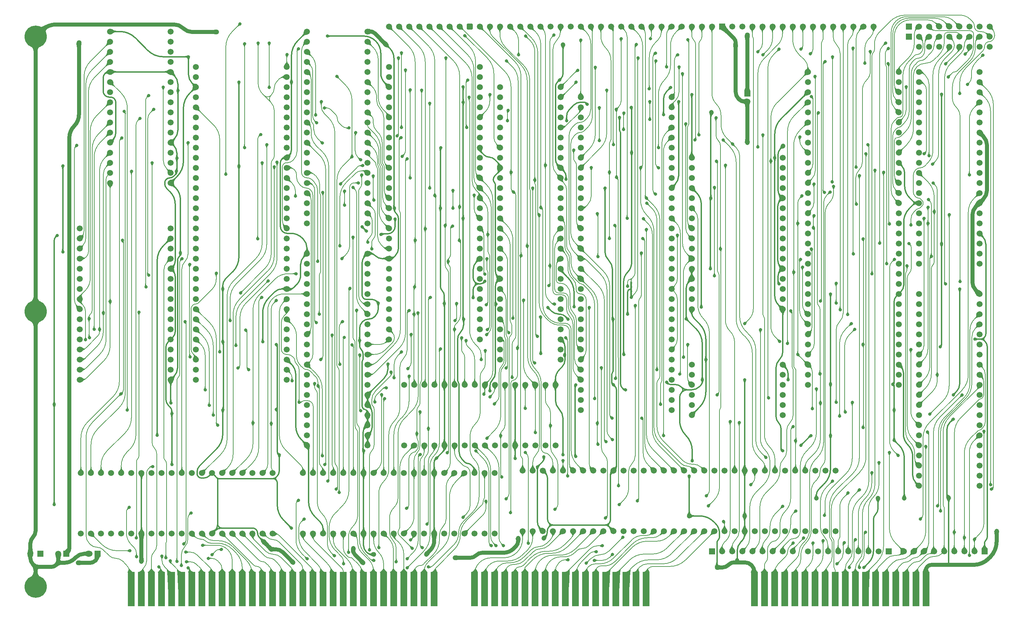
<source format=gbl>
%TF.GenerationSoftware,KiCad,Pcbnew,8.0.4*%
%TF.CreationDate,2024-08-15T21:10:45+02:00*%
%TF.ProjectId,Processor Board,50726f63-6573-4736-9f72-20426f617264,rev?*%
%TF.SameCoordinates,PX10f6c60PY1360f00*%
%TF.FileFunction,Copper,L2,Bot*%
%TF.FilePolarity,Positive*%
%FSLAX46Y46*%
G04 Gerber Fmt 4.6, Leading zero omitted, Abs format (unit mm)*
G04 Created by KiCad (PCBNEW 8.0.4) date 2024-08-15 21:10:45*
%MOMM*%
%LPD*%
G01*
G04 APERTURE LIST*
G04 Aperture macros list*
%AMRoundRect*
0 Rectangle with rounded corners*
0 $1 Rounding radius*
0 $2 $3 $4 $5 $6 $7 $8 $9 X,Y pos of 4 corners*
0 Add a 4 corners polygon primitive as box body*
4,1,4,$2,$3,$4,$5,$6,$7,$8,$9,$2,$3,0*
0 Add four circle primitives for the rounded corners*
1,1,$1+$1,$2,$3*
1,1,$1+$1,$4,$5*
1,1,$1+$1,$6,$7*
1,1,$1+$1,$8,$9*
0 Add four rect primitives between the rounded corners*
20,1,$1+$1,$2,$3,$4,$5,0*
20,1,$1+$1,$4,$5,$6,$7,0*
20,1,$1+$1,$6,$7,$8,$9,0*
20,1,$1+$1,$8,$9,$2,$3,0*%
G04 Aperture macros list end*
%TA.AperFunction,EtchedComponent*%
%ADD10C,0.000000*%
%TD*%
%TA.AperFunction,ComponentPad*%
%ADD11C,1.500000*%
%TD*%
%TA.AperFunction,ConnectorPad*%
%ADD12R,1.780000X8.620000*%
%TD*%
%TA.AperFunction,ComponentPad*%
%ADD13RoundRect,0.262467X-0.537533X-0.537533X0.537533X-0.537533X0.537533X0.537533X-0.537533X0.537533X0*%
%TD*%
%TA.AperFunction,ComponentPad*%
%ADD14R,1.600000X1.600000*%
%TD*%
%TA.AperFunction,ComponentPad*%
%ADD15R,1.500000X1.500000*%
%TD*%
%TA.AperFunction,ComponentPad*%
%ADD16RoundRect,0.400000X-0.400000X-0.400000X0.400000X-0.400000X0.400000X0.400000X-0.400000X0.400000X0*%
%TD*%
%TA.AperFunction,ComponentPad*%
%ADD17C,5.600000*%
%TD*%
%TA.AperFunction,SMDPad,CuDef*%
%ADD18C,0.500000*%
%TD*%
%TA.AperFunction,ViaPad*%
%ADD19C,0.800000*%
%TD*%
%TA.AperFunction,ViaPad*%
%ADD20C,1.200000*%
%TD*%
%TA.AperFunction,ViaPad*%
%ADD21C,1.300000*%
%TD*%
%TA.AperFunction,Conductor*%
%ADD22C,0.380000*%
%TD*%
%TA.AperFunction,Conductor*%
%ADD23C,1.000000*%
%TD*%
%TA.AperFunction,Conductor*%
%ADD24C,0.200000*%
%TD*%
G04 APERTURE END LIST*
D10*
%TA.AperFunction,EtchedComponent*%
%TO.C,NT2*%
G36*
X150110000Y-65143000D02*
G01*
X149610000Y-65143000D01*
X149610000Y-64143000D01*
X150110000Y-64143000D01*
X150110000Y-65143000D01*
G37*
%TD.AperFunction*%
%TA.AperFunction,EtchedComponent*%
%TO.C,NT3*%
G36*
X150110000Y-62984000D02*
G01*
X149610000Y-62984000D01*
X149610000Y-61984000D01*
X150110000Y-61984000D01*
X150110000Y-62984000D01*
G37*
%TD.AperFunction*%
%TD*%
D11*
%TO.P,B10,1,5V*%
%TO.N,/5V*%
X18772500Y1270000D03*
%TO.P,B10,2,~{Reset}*%
%TO.N,~{Reset}*%
X18772500Y-1270000D03*
%TO.P,B10,3,~{RD}*%
%TO.N,/~{RD}*%
X18772500Y-3810000D03*
%TO.P,B10,4,~{WD}*%
%TO.N,/~{WD}*%
X18772500Y-6350000D03*
%TO.P,B10,5,GND*%
%TO.N,GND*%
X18772500Y-8890000D03*
%TO.P,B10,6,CLK*%
%TO.N,/CLK*%
X18772500Y-11430000D03*
%TO.P,B10,7,~{NMI_Rate_Select}*%
%TO.N,/~{Timer Speed Select}*%
X18772500Y-13970000D03*
%TO.P,B10,8,D0*%
%TO.N,/D0*%
X18772500Y-16510000D03*
%TO.P,B10,9,D1*%
%TO.N,/D1*%
X18772500Y-19050000D03*
%TO.P,B10,10,D2*%
%TO.N,/D2*%
X18772500Y-21590000D03*
%TO.P,B10,11,D3*%
%TO.N,/D3*%
X18772500Y-24130000D03*
%TO.P,B10,12,GND*%
%TO.N,GND*%
X18772500Y-26670000D03*
%TO.P,B10,13,D4*%
%TO.N,/D4*%
X18772500Y-29210000D03*
%TO.P,B10,14,D5*%
%TO.N,/D5*%
X18772500Y-31750000D03*
%TO.P,B10,15,D6*%
%TO.N,/D6*%
X18772500Y-34290000D03*
%TO.P,B10,16,D7*%
%TO.N,/D7*%
X18772500Y-36830000D03*
%TO.P,B10,17,5V*%
%TO.N,/5V*%
X34012500Y-36830000D03*
%TO.P,B10,18,~{Hold}*%
%TO.N,Native Latch*%
X34012500Y-34290000D03*
%TO.P,B10,19,N.C.*%
%TO.N,unconnected-(B10-N.C.-Pad19)*%
X34012500Y-31750000D03*
%TO.P,B10,20,N.C.*%
%TO.N,unconnected-(B10-N.C.-Pad20)*%
X34012500Y-29210000D03*
%TO.P,B10,21,GND*%
%TO.N,GND*%
X34012500Y-26670000D03*
%TO.P,B10,22,N.C.*%
%TO.N,unconnected-(B10-N.C.-Pad22)*%
X34012500Y-24130000D03*
%TO.P,B10,23,N.C.*%
%TO.N,unconnected-(B10-N.C.-Pad23)*%
X34012500Y-21590000D03*
%TO.P,B10,24,N.C.*%
%TO.N,unconnected-(B10-N.C.-Pad24)*%
X34012500Y-19050000D03*
%TO.P,B10,25,N.C.*%
%TO.N,unconnected-(B10-N.C.-Pad25)*%
X34012500Y-16510000D03*
%TO.P,B10,26,~{Set_Timer}*%
%TO.N,/~{Timer}*%
X34012500Y-13970000D03*
%TO.P,B10,27,N.C.*%
%TO.N,unconnected-(B10-N.C.-Pad27)*%
X34012500Y-11430000D03*
%TO.P,B10,28,GND*%
%TO.N,GND*%
X34012500Y-8890000D03*
%TO.P,B10,29,N.C.*%
%TO.N,unconnected-(B10-N.C.-Pad29)*%
X34012500Y-6350000D03*
%TO.P,B10,30,N.C.*%
%TO.N,unconnected-(B10-N.C.-Pad30)*%
X34012500Y-3810000D03*
%TO.P,B10,31,N.C.*%
%TO.N,unconnected-(B10-N.C.-Pad31)*%
X34012500Y-1270000D03*
%TO.P,B10,32,N.C.*%
%TO.N,unconnected-(B10-N.C.-Pad32)*%
X34012500Y1270000D03*
%TD*%
D12*
%TO.P,J1,2,2*%
%TO.N,GND*%
X180858248Y-139065000D03*
%TO.P,J1,4,4*%
%TO.N,~{Reset}_{Device}19*%
X183398248Y-139065000D03*
%TO.P,J1,6,6*%
%TO.N,~{Reset}_{Device}18*%
X185938248Y-139065000D03*
%TO.P,J1,8,8*%
%TO.N,~{Reset}_{Device}17*%
X188478248Y-139065000D03*
%TO.P,J1,10,10*%
%TO.N,~{Reset}_{Device}16*%
X191018248Y-139065000D03*
%TO.P,J1,12,12*%
%TO.N,~{Reset}_{Device}7*%
X193558248Y-139065000D03*
%TO.P,J1,14,14*%
%TO.N,~{Reset}_{Device}6*%
X196098248Y-139065000D03*
%TO.P,J1,16,16*%
%TO.N,~{Reset}_{Device}5*%
X198638248Y-139065000D03*
%TO.P,J1,18,18*%
%TO.N,~{Reset}_{Device}4*%
X201178248Y-139065000D03*
%TO.P,J1,20,20*%
%TO.N,~{Reset}_{Device}3*%
X203718248Y-139065000D03*
%TO.P,J1,22,22*%
%TO.N,~{Reset}_{Device}2*%
X206258248Y-139065000D03*
%TO.P,J1,24,24*%
%TO.N,~{Reset}_{Device}1*%
X208798248Y-139065000D03*
%TO.P,J1,26,26*%
%TO.N,~{Enable}_{Device}5*%
X211338248Y-139065000D03*
%TO.P,J1,28,28*%
%TO.N,~{Enable}_{Device}4*%
X213878248Y-139065000D03*
%TO.P,J1,30,30*%
%TO.N,~{Enable}_{Device}3*%
X216418248Y-139065000D03*
%TO.P,J1,32,32*%
%TO.N,~{Enable}_{Device}2*%
X218958248Y-139065000D03*
%TO.P,J1,34,34*%
%TO.N,~{Enable}_{Device}1*%
X221498248Y-139065000D03*
%TO.P,J1,36,36*%
%TO.N,GND*%
X224038248Y-139065000D03*
%TD*%
D13*
%TO.P,B18,1,12V*%
%TO.N,12V*%
X219710000Y2540000D03*
D11*
%TO.P,B18,2,OP7*%
%TO.N,/OP7*%
X222250000Y2540000D03*
%TO.P,B18,3,OP6*%
%TO.N,/OP6*%
X224790000Y2540000D03*
%TO.P,B18,4,OP5*%
%TO.N,/OP5*%
X227330000Y2540000D03*
%TO.P,B18,5,OP4*%
%TO.N,/OP4*%
X229870000Y2540000D03*
%TO.P,B18,6,OP3*%
%TO.N,/OP3*%
X232410000Y2540000D03*
%TO.P,B18,7,OP2*%
%TO.N,/OP2*%
X234950000Y2540000D03*
%TO.P,B18,8,OP1*%
%TO.N,/OP1*%
X237490000Y2540000D03*
%TO.P,B18,9,OP0*%
%TO.N,/OP0*%
X240030000Y2540000D03*
D14*
%TO.P,B18,10,GND*%
%TO.N,GND*%
X219710000Y0D03*
D11*
%TO.P,B18,11,IC15*%
%TO.N,/IC15*%
X222250000Y0D03*
%TO.P,B18,12,IC14*%
%TO.N,/IC14*%
X224790000Y0D03*
%TO.P,B18,13,IC13*%
%TO.N,/IC13*%
X227330000Y0D03*
%TO.P,B18,14,IC12*%
%TO.N,/IC12*%
X229870000Y0D03*
%TO.P,B18,15,IC11*%
%TO.N,/IC11*%
X232410000Y0D03*
%TO.P,B18,16,IC10*%
%TO.N,/IC10*%
X234950000Y0D03*
%TO.P,B18,17,IC9*%
%TO.N,/IC9*%
X237490000Y0D03*
%TO.P,B18,18,IC8*%
%TO.N,/IC8*%
X240030000Y0D03*
%TO.P,B18,19,IC7*%
%TO.N,/IC7*%
X222250000Y-2540000D03*
%TO.P,B18,20,IC6*%
%TO.N,/IC6*%
X224790000Y-2540000D03*
%TO.P,B18,21,IC5*%
%TO.N,/IC5*%
X227329999Y-2540000D03*
%TO.P,B18,22,IC4*%
%TO.N,/IC4*%
X229870000Y-2540000D03*
%TO.P,B18,23,IC3*%
%TO.N,/IC3*%
X232410000Y-2540000D03*
%TO.P,B18,24,IC2*%
%TO.N,/IC2*%
X234950000Y-2540000D03*
%TO.P,B18,25,IC1*%
%TO.N,/IC1*%
X237490000Y-2540000D03*
%TO.P,B18,26,IC0*%
%TO.N,/IC0*%
X240030001Y-2540000D03*
%TD*%
%TO.P,B5,1,~{Special__{CS}11}*%
%TO.N,/~{Clear Counter}*%
X116840000Y-12700000D03*
%TO.P,B5,2,~{Special__{CS}10}*%
%TO.N,unconnected-(B5-~{Special__{CS}10}-Pad2)*%
X116840000Y-15240000D03*
%TO.P,B5,3,5V*%
%TO.N,/5V*%
X116840000Y-17780000D03*
%TO.P,B5,4,~{Special__{CS}9}*%
%TO.N,/~{Interrupt Depth}*%
X116840000Y-20320000D03*
%TO.P,B5,5,~{Special__{CS}8}*%
%TO.N,/~{User Program}*%
X116840000Y-22860000D03*
%TO.P,B5,6,~{Special__{CS}7}*%
%TO.N,/~{NMI State}*%
X116840000Y-25400000D03*
%TO.P,B5,7,~{Special__{CS}6}*%
%TO.N,/~{Timer Speed Select}*%
X116840000Y-27940000D03*
%TO.P,B5,8,~{Special__{CS}5}*%
%TO.N,/~{Device Reset{slash}Enable}_{ 16..19}*%
X116840000Y-30480000D03*
%TO.P,B5,9,GND*%
%TO.N,GND*%
X116840000Y-33020000D03*
%TO.P,B5,10,~{Special__{CS}4}*%
%TO.N,unconnected-(B5-~{Special__{CS}4}-Pad10)*%
X116840000Y-35560000D03*
%TO.P,B5,11,~{Special__{CS}3}*%
%TO.N,/~{Device Reset{slash}Enable}_{ 1..7}*%
X116840000Y-38100000D03*
%TO.P,B5,12,~{Special__{CS}2}*%
%TO.N,/~{Device Interrupt}_{ 16..19}*%
X116840000Y-40640000D03*
%TO.P,B5,13,~{Special__{CS}1}*%
%TO.N,unconnected-(B5-~{Special__{CS}1}-Pad13)*%
X116840000Y-43180000D03*
%TO.P,B5,14,~{Special__{CS}0}*%
%TO.N,/~{Device Interrupt}_{ 1..7}*%
X116840000Y-45720000D03*
%TO.P,B5,15,~{Device__{CS}19}*%
%TO.N,~{Select}_{Device}19*%
X116840000Y-48260000D03*
%TO.P,B5,16,~{Device__{CS}18}*%
%TO.N,~{Select}_{Device}18*%
X116840000Y-50800000D03*
%TO.P,B5,17,~{Device__{CS}17}*%
%TO.N,~{Select}_{Device}17*%
X116840000Y-53340000D03*
%TO.P,B5,18,~{Device__{CS}16}*%
%TO.N,~{Select}_{Device}16*%
X116840000Y-55880000D03*
%TO.P,B5,19,~{Device__{CS}7}*%
%TO.N,~{Select}_{Device}7*%
X116840000Y-58420000D03*
%TO.P,B5,20,GND*%
%TO.N,GND*%
X116840000Y-60960000D03*
%TO.P,B5,21,~{Device__{CS}6}*%
%TO.N,~{Select}_{Device}6*%
X116840000Y-63500000D03*
%TO.P,B5,22,~{Device__{CS}5}*%
%TO.N,~{Select}_{Device}5*%
X116840000Y-66040000D03*
%TO.P,B5,23,~{Device__{CS}4}*%
%TO.N,~{Select}_{Device}4*%
X116840000Y-68580000D03*
%TO.P,B5,24,~{Device__{CS}3}*%
%TO.N,~{Select}_{Device}3*%
X116840000Y-71120000D03*
%TO.P,B5,25,~{Device__{CS}2}*%
%TO.N,~{Select}_{Device}2*%
X116840000Y-73660000D03*
%TO.P,B5,26,~{Reset}*%
%TO.N,~{Reset}*%
X116840000Y-76200000D03*
%TO.P,B5,27,~{Device__{CS}1}*%
%TO.N,~{Select}_{Device}1*%
X116840000Y-78740000D03*
%TO.P,B5,28,~{Special}*%
%TO.N,/~{Special}*%
X116840000Y-81280000D03*
%TO.P,B5,29,~{Device}*%
%TO.N,~{Device}*%
X132080000Y-81280000D03*
%TO.P,B5,30,Native_Latch*%
%TO.N,Native Latch*%
X132080000Y-78740000D03*
%TO.P,B5,31,5V*%
%TO.N,/5V*%
X132080000Y-76200000D03*
%TO.P,B5,32,~{RAM_{CS}}*%
%TO.N,/~{RAM_{CS}}*%
X132080000Y-73660000D03*
%TO.P,B5,33,~{ROM_{CS}}*%
%TO.N,/~{ROM_{CS}}*%
X132080000Y-71120000D03*
%TO.P,B5,34,~{Device_Group_32K}*%
%TO.N,unconnected-(B5-~{Device_Group_32K}-Pad34)*%
X132080000Y-68580000D03*
%TO.P,B5,35,~{Device_Group_128K}*%
%TO.N,unconnected-(B5-~{Device_Group_128K}-Pad35)*%
X132080000Y-66040000D03*
%TO.P,B5,36,~{Other}*%
%TO.N,~{Main}*%
X132080000Y-63500000D03*
%TO.P,B5,37,GND*%
%TO.N,GND*%
X132080000Y-60960000D03*
%TO.P,B5,38,Kernal_Mode*%
%TO.N,/3.3V*%
X132080000Y-58420000D03*
%TO.P,B5,39,A23*%
%TO.N,/BA7*%
X132080000Y-55880000D03*
%TO.P,B5,40,A22*%
%TO.N,/BA6*%
X132080000Y-53340000D03*
%TO.P,B5,41,A21*%
%TO.N,/BA5*%
X132080000Y-50800000D03*
%TO.P,B5,42,A20*%
%TO.N,/BA4*%
X132080000Y-48260000D03*
%TO.P,B5,43,A19*%
%TO.N,/BA3*%
X132080000Y-45720000D03*
%TO.P,B5,44,A18*%
%TO.N,/BA2*%
X132080000Y-43180000D03*
%TO.P,B5,45,A17*%
%TO.N,/BA1*%
X132080000Y-40640000D03*
%TO.P,B5,46,A16*%
%TO.N,/BA0*%
X132080000Y-38100000D03*
%TO.P,B5,47,A15*%
%TO.N,/A15*%
X132080000Y-35560000D03*
%TO.P,B5,48,GND*%
%TO.N,GND*%
X132080000Y-33020000D03*
%TO.P,B5,49,A3*%
%TO.N,/A3*%
X132080000Y-30480000D03*
%TO.P,B5,50,A2*%
%TO.N,/A2*%
X132080000Y-27940000D03*
%TO.P,B5,51,A1*%
%TO.N,/A1*%
X132080000Y-25400000D03*
%TO.P,B5,52,A0*%
%TO.N,/A0*%
X132080000Y-22860000D03*
%TO.P,B5,53,~{Special__{CS}12}*%
%TO.N,/~{Count Access}_{0}*%
X132080000Y-20320000D03*
%TO.P,B5,54,~{Special__{CS}13}*%
%TO.N,/~{Count Access}_{1}*%
X132080000Y-17780000D03*
%TO.P,B5,55,~{Special__{CS}14}*%
%TO.N,/~{Count Access}_{2}*%
X132080000Y-15240000D03*
%TO.P,B5,56,~{Special__{CS}15}*%
%TO.N,/~{Count Access}_{3}*%
X132080000Y-12700000D03*
%TD*%
%TO.P,B3,1,~{Reset}_1*%
%TO.N,~{Reset}_{Device}1*%
X222250000Y-8890000D03*
%TO.P,B3,2,~{Reset}_2*%
%TO.N,~{Reset}_{Device}2*%
X222250000Y-11430000D03*
%TO.P,B3,3,5V*%
%TO.N,/5V*%
X222250000Y-13970000D03*
%TO.P,B3,4,~{Reset}_3*%
%TO.N,~{Reset}_{Device}3*%
X222250000Y-16510000D03*
%TO.P,B3,5,~{Reset}_8*%
%TO.N,unconnected-(B3-~{Reset}_8-Pad5)*%
X222250000Y-19050000D03*
%TO.P,B3,6,~{Reset}_9*%
%TO.N,unconnected-(B3-~{Reset}_9-Pad6)*%
X222250000Y-21590000D03*
%TO.P,B3,7,GND*%
%TO.N,GND*%
X222250000Y-24130000D03*
%TO.P,B3,8,~{Reset}_10*%
%TO.N,unconnected-(B3-~{Reset}_10-Pad8)*%
X222250000Y-26670000D03*
%TO.P,B3,9,~{Reset}_11*%
%TO.N,unconnected-(B3-~{Reset}_11-Pad9)*%
X222250000Y-29210000D03*
%TO.P,B3,10,N.C.*%
%TO.N,unconnected-(B3-N.C.-Pad10)*%
X222250000Y-31750000D03*
%TO.P,B3,11,D0*%
%TO.N,/D0*%
X222250000Y-34290000D03*
%TO.P,B3,12,D1*%
%TO.N,/D1*%
X222250000Y-36830000D03*
%TO.P,B3,13,D2*%
%TO.N,/D2*%
X222250000Y-39370000D03*
%TO.P,B3,14,GND*%
%TO.N,GND*%
X222250000Y-41910000D03*
%TO.P,B3,15,D3*%
%TO.N,/D3*%
X222250000Y-44450000D03*
%TO.P,B3,16,D4*%
%TO.N,/D4*%
X222250000Y-46990000D03*
%TO.P,B3,17,D5*%
%TO.N,/D5*%
X222250000Y-49530000D03*
%TO.P,B3,18,D6*%
%TO.N,/D6*%
X222250000Y-52070000D03*
%TO.P,B3,19,D7*%
%TO.N,/D7*%
X222250000Y-54610000D03*
%TO.P,B3,20,~{WD}*%
%TO.N,/~{WD}*%
X222250000Y-57150000D03*
%TO.P,B3,21,~{CLK}*%
%TO.N,/CLK*%
X237490000Y-57150000D03*
%TO.P,B3,22,~{Enables}_16..19*%
%TO.N,/~{Device Reset{slash}Enable}_{ 16..19}*%
X237490000Y-54610000D03*
%TO.P,B3,23,5V*%
%TO.N,/5V*%
X237490000Y-52070000D03*
%TO.P,B3,24,~{Enables}_8..15*%
%TO.N,/3.3V*%
X237490000Y-49530000D03*
%TO.P,B3,25,~{Enables}_1..7*%
%TO.N,/~{Device Reset{slash}Enable}_{ 1..7}*%
X237490000Y-46990000D03*
%TO.P,B3,26,~{Reset}_19*%
%TO.N,~{Reset}_{Device}19*%
X237490000Y-44450000D03*
%TO.P,B3,27,GND*%
%TO.N,GND*%
X237490000Y-41910000D03*
%TO.P,B3,28,~{Reset}_18*%
%TO.N,~{Reset}_{Device}18*%
X237490000Y-39370000D03*
%TO.P,B3,29,~{Reset}_17*%
%TO.N,~{Reset}_{Device}17*%
X237490000Y-36830000D03*
%TO.P,B3,30,~{Reset}_16*%
%TO.N,~{Reset}_{Device}16*%
X237490000Y-34290000D03*
%TO.P,B3,31,~{Reset}_12*%
%TO.N,unconnected-(B3-~{Reset}_12-Pad31)*%
X237490000Y-31750000D03*
%TO.P,B3,32,~{Reset}_13*%
%TO.N,unconnected-(B3-~{Reset}_13-Pad32)*%
X237490000Y-29210000D03*
%TO.P,B3,33,~{Reset}_14*%
%TO.N,unconnected-(B3-~{Reset}_14-Pad33)*%
X237490000Y-26670000D03*
%TO.P,B3,34,GND*%
%TO.N,GND*%
X237490000Y-24130000D03*
%TO.P,B3,35,~{Reset}_15*%
%TO.N,unconnected-(B3-~{Reset}_15-Pad35)*%
X237490000Y-21590000D03*
%TO.P,B3,36,~{Reset}_4*%
%TO.N,~{Reset}_{Device}4*%
X237490000Y-19050000D03*
%TO.P,B3,37,~{Reset}_5*%
%TO.N,~{Reset}_{Device}5*%
X237490000Y-16510000D03*
%TO.P,B3,38,~{Reset}_6*%
%TO.N,~{Reset}_{Device}6*%
X237490000Y-13970000D03*
%TO.P,B3,39,~{Reset}_7*%
%TO.N,~{Reset}_{Device}7*%
X237490000Y-11430000D03*
%TO.P,B3,40,~{Reset}*%
%TO.N,~{Reset}*%
X237490000Y-8890000D03*
%TD*%
%TO.P,B9,1,A15_{IN}*%
%TO.N,/A15*%
X59682000Y-109855000D03*
%TO.P,B9,2,A14_{IN}*%
%TO.N,/A14*%
X57142000Y-109855000D03*
%TO.P,B9,3,5V*%
%TO.N,/5V*%
X54602000Y-109855000D03*
%TO.P,B9,4,A13_{IN}*%
%TO.N,/A13*%
X52062000Y-109855000D03*
%TO.P,B9,5,A12_{IN}*%
%TO.N,/A12*%
X49522000Y-109855000D03*
%TO.P,B9,6,A11_{IN}*%
%TO.N,/A11*%
X46982000Y-109855000D03*
%TO.P,B9,7,GND*%
%TO.N,GND*%
X44442000Y-109855000D03*
%TO.P,B9,8,A10_{IN}*%
%TO.N,/A10*%
X41902000Y-109855000D03*
%TO.P,B9,9,A9_{IN}*%
%TO.N,/A9*%
X39362000Y-109855000D03*
%TO.P,B9,10,A8_{IN}*%
%TO.N,/A8*%
X36822000Y-109855000D03*
%TO.P,B9,11,Device_~{CS}*%
%TO.N,~{Device}*%
X34282000Y-109855000D03*
%TO.P,B9,12,A7_{IN}*%
%TO.N,/A7*%
X31742000Y-109855000D03*
%TO.P,B9,13,A6_{IN}*%
%TO.N,/A6*%
X29202000Y-109855000D03*
%TO.P,B9,14,GND*%
%TO.N,GND*%
X26662000Y-109855000D03*
%TO.P,B9,15,A5_{IN}*%
%TO.N,/A5*%
X24122000Y-109855000D03*
%TO.P,B9,16,A4_{IN}*%
%TO.N,/A4*%
X21582000Y-109855000D03*
%TO.P,B9,17,A3_{IN}*%
%TO.N,/A3*%
X19042000Y-109855000D03*
%TO.P,B9,18,A2_{IN}*%
%TO.N,/A2*%
X16502000Y-109855000D03*
%TO.P,B9,19,A1_{IN}*%
%TO.N,/A1*%
X13962000Y-109855000D03*
%TO.P,B9,20,A0_{IN}*%
%TO.N,/A0*%
X11422000Y-109855000D03*
%TO.P,B9,21,A0*%
%TO.N,A0_{D}*%
X11422000Y-125095000D03*
%TO.P,B9,22,A1*%
%TO.N,A1_{D}*%
X13962000Y-125095000D03*
%TO.P,B9,23,5V*%
%TO.N,/5V*%
X16502000Y-125095000D03*
%TO.P,B9,24,A2*%
%TO.N,A2_{D}*%
X19042000Y-125095000D03*
%TO.P,B9,25,A3*%
%TO.N,A3_{D}*%
X21582000Y-125095000D03*
%TO.P,B9,26,A4*%
%TO.N,A4_{D}*%
X24122000Y-125095000D03*
%TO.P,B9,27,GND*%
%TO.N,GND*%
X26662000Y-125095000D03*
%TO.P,B9,28,A5*%
%TO.N,A5_{D}*%
X29202000Y-125095000D03*
%TO.P,B9,29,A6*%
%TO.N,A6_{D}*%
X31742000Y-125095000D03*
%TO.P,B9,30,A7*%
%TO.N,A7_{D}*%
X34282000Y-125095000D03*
%TO.P,B9,31,N.C.*%
%TO.N,unconnected-(B9-N.C.-Pad31)*%
X36822000Y-125095000D03*
%TO.P,B9,32,A8*%
%TO.N,A8_{D}*%
X39362000Y-125095000D03*
%TO.P,B9,33,A9*%
%TO.N,A9_{D}*%
X41902000Y-125095000D03*
%TO.P,B9,34,GND*%
%TO.N,GND*%
X44442000Y-125095000D03*
%TO.P,B9,35,A10*%
%TO.N,A10_{D}*%
X46982000Y-125095000D03*
%TO.P,B9,36,A11*%
%TO.N,A11_{D}*%
X49522000Y-125095000D03*
%TO.P,B9,37,A12*%
%TO.N,A12_{D}*%
X52062000Y-125095000D03*
%TO.P,B9,38,A13*%
%TO.N,A13_{D}*%
X54602000Y-125095000D03*
%TO.P,B9,39,A14*%
%TO.N,A14_{D}*%
X57142000Y-125095000D03*
%TO.P,B9,40,A15*%
%TO.N,A15_{D}*%
X59682000Y-125095000D03*
%TD*%
%TO.P,B11,1,5V*%
%TO.N,/5V*%
X11152500Y-48260000D03*
%TO.P,B11,2,~{Reset}*%
%TO.N,~{Reset}*%
X11152500Y-50800000D03*
%TO.P,B11,3,~{RD}*%
%TO.N,/~{RD}*%
X11152500Y-53340000D03*
%TO.P,B11,4,~{WD}*%
%TO.N,/~{WD}*%
X11152500Y-55880000D03*
%TO.P,B11,5,GND*%
%TO.N,GND*%
X11152500Y-58420000D03*
%TO.P,B11,6,MPU1*%
%TO.N,MPU1*%
X11152500Y-60960000D03*
%TO.P,B11,7,MPU0*%
%TO.N,MPU0*%
X11152500Y-63500000D03*
%TO.P,B11,8,D0*%
%TO.N,/D0*%
X11152500Y-66040000D03*
%TO.P,B11,9,D1*%
%TO.N,/D1*%
X11152500Y-68580000D03*
%TO.P,B11,10,D2*%
%TO.N,/D2*%
X11152500Y-71120000D03*
%TO.P,B11,11,D3*%
%TO.N,/D3*%
X11152500Y-73660000D03*
%TO.P,B11,12,GND*%
%TO.N,GND*%
X11152500Y-76200000D03*
%TO.P,B11,13,D4*%
%TO.N,/D4*%
X11152500Y-78740000D03*
%TO.P,B11,14,D5*%
%TO.N,/D5*%
X11152500Y-81280000D03*
%TO.P,B11,15,D6*%
%TO.N,/D6*%
X11152500Y-83820000D03*
%TO.P,B11,16,D7*%
%TO.N,/D7*%
X11152500Y-86360000D03*
%TO.P,B11,17,5V*%
%TO.N,/5V*%
X34012500Y-86360000D03*
%TO.P,B11,18,Timer*%
%TO.N,unconnected-(B11-Timer-Pad18)*%
X34012500Y-83820000D03*
%TO.P,B11,19,Break_3*%
%TO.N,unconnected-(B11-Break_3-Pad19)*%
X34012500Y-81280000D03*
%TO.P,B11,20,Break_2*%
%TO.N,unconnected-(B11-Break_2-Pad20)*%
X34012500Y-78740000D03*
%TO.P,B11,21,GND*%
%TO.N,GND*%
X34012500Y-76200000D03*
%TO.P,B11,22,Break_1*%
%TO.N,unconnected-(B11-Break_1-Pad22)*%
X34012500Y-73660000D03*
%TO.P,B11,23,~{NMI_State}*%
%TO.N,/~{NMI State}*%
X34012500Y-71120000D03*
%TO.P,B11,24,NMI_Enabled*%
%TO.N,unconnected-(B11-NMI_Enabled-Pad24)*%
X34012500Y-68580000D03*
%TO.P,B11,25,~{Set_Timer}*%
%TO.N,/~{Timer}*%
X34012500Y-66040000D03*
%TO.P,B11,26,Set_Enable_NMI*%
%TO.N,/RTI*%
X34012500Y-63500000D03*
%TO.P,B11,27,Set_Disable_NMI*%
%TO.N,/Enter Interrupt*%
X34012500Y-60960000D03*
%TO.P,B11,28,GND*%
%TO.N,GND*%
X34012500Y-58420000D03*
%TO.P,B11,29,~{Set_Break_1}*%
%TO.N,~{NMI}_{1}*%
X34012500Y-55880000D03*
%TO.P,B11,30,~{Set_Break_2}*%
%TO.N,~{NMI}_{2}*%
X34012500Y-53340000D03*
%TO.P,B11,31,~{Set_Break_3}*%
%TO.N,/3.3V*%
X34012500Y-50800000D03*
%TO.P,B11,32,~{NMI}*%
%TO.N,/~{NMI}*%
X34012500Y-48260000D03*
%TD*%
D15*
%TO.P,RN8,1,PC*%
%TO.N,/3.3V*%
X238760000Y-129540000D03*
D11*
%TO.P,RN8,2,R1*%
%TO.N,~{Interrupt}_{Device}17*%
X236220000Y-129540000D03*
%TO.P,RN8,3,R2*%
%TO.N,~{Interrupt}_{Device}18*%
X233680000Y-129540000D03*
%TO.P,RN8,4,R3*%
%TO.N,~{Interrupt}_{Device}19*%
X231140000Y-129540000D03*
%TO.P,RN8,5,R4*%
%TO.N,~{Enable}_{Device}1*%
X228600000Y-129540000D03*
%TO.P,RN8,6,R5*%
%TO.N,~{Enable}_{Device}2*%
X226060000Y-129540000D03*
%TO.P,RN8,7,R6*%
%TO.N,~{Enable}_{Device}3*%
X223520000Y-129540000D03*
%TO.P,RN8,8,R7*%
%TO.N,~{Enable}_{Device}4*%
X220980000Y-129540000D03*
%TO.P,RN8,9,R8*%
%TO.N,~{Enable}_{Device}5*%
X218440000Y-129540000D03*
%TD*%
%TO.P,B13,1,D7*%
%TO.N,/D7*%
X88900000Y2540000D03*
%TO.P,B13,2,D6*%
%TO.N,/D6*%
X91440000Y2540000D03*
%TO.P,B13,3,D5*%
%TO.N,/D5*%
X93980000Y2540000D03*
%TO.P,B13,4,D4*%
%TO.N,/D4*%
X96520000Y2540000D03*
%TO.P,B13,5,D3*%
%TO.N,/D3*%
X99060000Y2540000D03*
%TO.P,B13,6,D2*%
%TO.N,/D2*%
X101600000Y2540000D03*
%TO.P,B13,7,D1*%
%TO.N,/D1*%
X104140000Y2540000D03*
%TO.P,B13,8,D0*%
%TO.N,/D0*%
X106680000Y2540000D03*
D16*
%TO.P,B13,9,12V*%
%TO.N,12V*%
X109220000Y2540000D03*
D11*
%TO.P,B13,10,A23*%
%TO.N,/A23*%
X111760000Y2540000D03*
%TO.P,B13,11,A22*%
%TO.N,/A22*%
X114300000Y2540000D03*
%TO.P,B13,12,A21*%
%TO.N,/A21*%
X116840000Y2540000D03*
%TO.P,B13,13,A20*%
%TO.N,/A20*%
X119380000Y2540000D03*
%TO.P,B13,14,A19*%
%TO.N,/A19*%
X121920000Y2540000D03*
%TO.P,B13,15,A18*%
%TO.N,/A18*%
X124460000Y2540000D03*
%TO.P,B13,16,A17*%
%TO.N,/A17*%
X127000000Y2540000D03*
%TO.P,B13,17,A16*%
%TO.N,/A16*%
X129540000Y2540000D03*
%TO.P,B13,18,A15*%
%TO.N,/A15*%
X132080000Y2540000D03*
%TO.P,B13,19,A14*%
%TO.N,/A14*%
X134620000Y2540000D03*
%TO.P,B13,20,A13*%
%TO.N,/A13*%
X137160000Y2540000D03*
%TO.P,B13,21,A12*%
%TO.N,/A12*%
X139700000Y2540000D03*
%TO.P,B13,22,A11*%
%TO.N,/A11*%
X142240000Y2540000D03*
%TO.P,B13,23,A10*%
%TO.N,/A10*%
X144780000Y2540000D03*
%TO.P,B13,24,A9*%
%TO.N,/A9*%
X147320000Y2540000D03*
%TO.P,B13,25,A8*%
%TO.N,/A8*%
X149860000Y2540000D03*
%TO.P,B13,26,A7*%
%TO.N,/A7*%
X152400000Y2540000D03*
%TO.P,B13,27,A6*%
%TO.N,/A6*%
X154940000Y2540000D03*
%TO.P,B13,28,A5*%
%TO.N,/A5*%
X157480000Y2540000D03*
%TO.P,B13,29,A4*%
%TO.N,/A4*%
X160020000Y2540000D03*
%TO.P,B13,30,A3*%
%TO.N,/A3*%
X162560000Y2540000D03*
%TO.P,B13,31,A2*%
%TO.N,/A2*%
X165100000Y2540000D03*
%TO.P,B13,32,A1*%
%TO.N,/A1*%
X167640000Y2540000D03*
%TO.P,B13,33,A0*%
%TO.N,/A0*%
X170180000Y2540000D03*
D14*
%TO.P,B13,34,GND*%
%TO.N,GND*%
X172720000Y2540000D03*
D11*
%TO.P,B13,35,PHI2*%
%TO.N,/PHI2*%
X175260000Y2540000D03*
%TO.P,B13,36,BE*%
%TO.N,/BE*%
X177800000Y2540000D03*
%TO.P,B13,37,R~{W}*%
%TO.N,/R~{W}*%
X180340000Y2540000D03*
%TO.P,B13,38,E*%
%TO.N,/E*%
X182880000Y2540000D03*
%TO.P,B13,39,M*%
%TO.N,/M*%
X185420000Y2540000D03*
%TO.P,B13,40,VDA*%
%TO.N,/VDA*%
X187960000Y2540000D03*
%TO.P,B13,41,~{RES}*%
%TO.N,~{Reset}*%
X190500000Y2540000D03*
%TO.P,B13,42,~{VP}*%
%TO.N,/~{VP}*%
X193040000Y2540000D03*
%TO.P,B13,43,RDY*%
%TO.N,/RDY*%
X195580000Y2540000D03*
%TO.P,B13,44,~{ABORT}*%
%TO.N,~{ABORT}*%
X198120000Y2540000D03*
%TO.P,B13,45,~{IRQ}*%
%TO.N,/~{IRQ}*%
X200660000Y2540000D03*
%TO.P,B13,46,~{ML}*%
%TO.N,/~{ML}*%
X203200000Y2540000D03*
%TO.P,B13,47,~{NMI}*%
%TO.N,/~{NMI}*%
X205740000Y2540000D03*
%TO.P,B13,48,VPA*%
%TO.N,/VPA*%
X208280000Y2540000D03*
%TO.P,B13,49,X*%
%TO.N,/X*%
X210820000Y2540000D03*
%TD*%
%TO.P,B14,1,~{E}*%
%TO.N,GND*%
X68302500Y1270000D03*
%TO.P,B14,2,S*%
%TO.N,/~{CLK}*%
X68302500Y-1270000D03*
%TO.P,B14,3,A11*%
%TO.N,/A0*%
X68302500Y-3810000D03*
%TO.P,B14,4,A10*%
%TO.N,/A1*%
X68302500Y-6350000D03*
%TO.P,B14,5,A9*%
%TO.N,/A2*%
X68302500Y-8890000D03*
%TO.P,B14,6,A8*%
%TO.N,/A3*%
X68302500Y-11430000D03*
%TO.P,B14,7,A7*%
%TO.N,/A4*%
X68302500Y-13970000D03*
%TO.P,B14,8,A6*%
%TO.N,/A5*%
X68302500Y-16510000D03*
%TO.P,B14,9,A5*%
%TO.N,/A6*%
X68302500Y-19050000D03*
%TO.P,B14,10,A4*%
%TO.N,/A7*%
X68302500Y-21590000D03*
%TO.P,B14,11,A3*%
%TO.N,/A8*%
X68302500Y-24130000D03*
%TO.P,B14,12,A2*%
%TO.N,/A9*%
X68302500Y-26670000D03*
%TO.P,B14,13,A1*%
%TO.N,/A10*%
X68302500Y-29210000D03*
%TO.P,B14,14,A0*%
%TO.N,/A11*%
X68302500Y-31750000D03*
%TO.P,B14,15,B11*%
%TO.N,/BA0*%
X68302500Y-34290000D03*
%TO.P,B14,16,B10*%
%TO.N,/BA1*%
X68302500Y-36830000D03*
%TO.P,B14,17,B9*%
%TO.N,/BA2*%
X68302500Y-39370000D03*
%TO.P,B14,18,B8*%
%TO.N,/BA3*%
X68302500Y-41910000D03*
%TO.P,B14,19,B7*%
%TO.N,/BA4*%
X68302500Y-44450000D03*
%TO.P,B14,20,5V*%
%TO.N,/5V*%
X68302500Y-46990000D03*
%TO.P,B14,21,B6*%
%TO.N,/BA5*%
X83542500Y-46990000D03*
%TO.P,B14,22,B5*%
%TO.N,/BA6*%
X83542500Y-44450000D03*
%TO.P,B14,23,B4*%
%TO.N,/BA7*%
X83542500Y-41910000D03*
%TO.P,B14,24,B3*%
%TO.N,/UP0*%
X83542500Y-39370000D03*
%TO.P,B14,25,B2*%
%TO.N,/UP1*%
X83542500Y-36830000D03*
%TO.P,B14,26,B1*%
%TO.N,/UP2*%
X83542500Y-34290000D03*
%TO.P,B14,27,B0*%
%TO.N,/UP3*%
X83542500Y-31750000D03*
%TO.P,B14,28,Q0*%
%TO.N,/SA11*%
X83542500Y-29210000D03*
%TO.P,B14,29,Q1*%
%TO.N,/SA10*%
X83542500Y-26670000D03*
%TO.P,B14,30,Q2*%
%TO.N,/SA9*%
X83542500Y-24130000D03*
%TO.P,B14,31,Q3*%
%TO.N,/SA8*%
X83542500Y-21590000D03*
%TO.P,B14,32,Q4*%
%TO.N,/SA7*%
X83542500Y-19050000D03*
%TO.P,B14,33,Q5*%
%TO.N,/SA6*%
X83542500Y-16510000D03*
%TO.P,B14,34,Q6*%
%TO.N,/SA5*%
X83542500Y-13970000D03*
%TO.P,B14,35,Q7*%
%TO.N,/SA4*%
X83542500Y-11430000D03*
%TO.P,B14,36,Q8*%
%TO.N,/SA3*%
X83542500Y-8890000D03*
%TO.P,B14,37,Q9*%
%TO.N,/SA2*%
X83542500Y-6350000D03*
%TO.P,B14,38,Q10*%
%TO.N,/SA1*%
X83542500Y-3810000D03*
%TO.P,B14,39,Q11*%
%TO.N,/SA0*%
X83542500Y-1270000D03*
%TO.P,B14,40,GND*%
%TO.N,GND*%
X83542500Y1270000D03*
%TD*%
%TO.P,B19,1,N.C.*%
%TO.N,unconnected-(B19-N.C.-Pad1)*%
X165100000Y-82550000D03*
%TO.P,B19,2,N.C.*%
%TO.N,unconnected-(B19-N.C.-Pad2)*%
X165100000Y-85090000D03*
%TO.P,B19,3,~{PHI2}*%
%TO.N,/~{PHI2}*%
X165100000Y-87630000D03*
%TO.P,B19,4,N.C.*%
%TO.N,unconnected-(B19-N.C.-Pad4)*%
X165100000Y-90170000D03*
%TO.P,B19,5,N.C.*%
%TO.N,unconnected-(B19-N.C.-Pad5)*%
X165100000Y-92710000D03*
%TO.P,B19,6,3.3V*%
%TO.N,/3.3V*%
X165100000Y-95250000D03*
%TO.P,B19,7,N.C.*%
%TO.N,unconnected-(B19-N.C.-Pad7)*%
X187960000Y-95250000D03*
%TO.P,B19,8,N.C.*%
%TO.N,unconnected-(B19-N.C.-Pad8)*%
X187960000Y-92710000D03*
%TO.P,B19,9,~{Trans_Out}*%
%TO.N,/~{Trans Out}*%
X187960000Y-90170000D03*
%TO.P,B19,10,Bank_Latch*%
%TO.N,/Bank Latch*%
X187960000Y-87630000D03*
%TO.P,B19,11,N.C.*%
%TO.N,unconnected-(B19-N.C.-Pad11)*%
X187960000Y-85090000D03*
%TO.P,B19,12,GND*%
%TO.N,GND*%
X187960000Y-82550000D03*
%TD*%
D15*
%TO.P,C4,1*%
%TO.N,12V*%
X7739000Y-130175000D03*
D11*
%TO.P,C4,2*%
%TO.N,GND*%
X5739000Y-130175000D03*
%TD*%
D17*
%TO.P,H8,1,GND*%
%TO.N,GND*%
X0Y0D03*
%TD*%
D11*
%TO.P,B15,1,5V*%
%TO.N,/5V*%
X130810000Y-87630000D03*
%TO.P,B15,2,~{Main_Access_Slot}*%
%TO.N,~{Main Access}*%
X128270000Y-87630000D03*
%TO.P,B15,3,~{Main}*%
%TO.N,~{Main}*%
X125730000Y-87630000D03*
%TO.P,B15,4,~{RD}*%
%TO.N,/~{RD}*%
X123190000Y-87630000D03*
%TO.P,B15,5,GND*%
%TO.N,GND*%
X120650000Y-87630000D03*
%TO.P,B15,6,~{WD}*%
%TO.N,/~{WD}*%
X118110000Y-87630000D03*
%TO.P,B15,7,D7*%
%TO.N,/D0*%
X115570000Y-87630000D03*
%TO.P,B15,8,D6*%
%TO.N,/D1*%
X113030000Y-87630000D03*
%TO.P,B15,9,D5*%
%TO.N,/D2*%
X110490000Y-87630000D03*
%TO.P,B15,10,D4*%
%TO.N,/D3*%
X107950000Y-87630000D03*
%TO.P,B15,11,D3*%
%TO.N,/D4*%
X105410000Y-87630000D03*
%TO.P,B15,12,GND*%
%TO.N,GND*%
X102870000Y-87630000D03*
%TO.P,B15,13,D2*%
%TO.N,/D5*%
X100330000Y-87630000D03*
%TO.P,B15,14,D1*%
%TO.N,/D6*%
X97790000Y-87630000D03*
%TO.P,B15,15,D0*%
%TO.N,/D7*%
X95250000Y-87630000D03*
%TO.P,B15,16,N.C.*%
%TO.N,unconnected-(B15-N.C.-Pad16)*%
X92710000Y-87630000D03*
%TO.P,B15,17,5V*%
%TO.N,/5V*%
X92710000Y-102870000D03*
%TO.P,B15,18,MD0*%
%TO.N,D7_{M}*%
X95250000Y-102870000D03*
%TO.P,B15,19,MD1*%
%TO.N,D6_{M}*%
X97790000Y-102870000D03*
%TO.P,B15,20,MD2*%
%TO.N,D5_{M}*%
X100330000Y-102870000D03*
%TO.P,B15,21,GND*%
%TO.N,GND*%
X102870000Y-102870000D03*
%TO.P,B15,22,MD3*%
%TO.N,D4_{M}*%
X105410000Y-102870000D03*
%TO.P,B15,23,MD4*%
%TO.N,D3_{M}*%
X107950000Y-102870000D03*
%TO.P,B15,24,MD5*%
%TO.N,D2_{M}*%
X110490000Y-102870000D03*
%TO.P,B15,25,MD6*%
%TO.N,D1_{M}*%
X113030000Y-102870000D03*
%TO.P,B15,26,MD7*%
%TO.N,D0_{M}*%
X115570000Y-102870000D03*
%TO.P,B15,27,N.C.*%
%TO.N,unconnected-(B15-N.C.-Pad27)*%
X118110000Y-102870000D03*
%TO.P,B15,28,GND*%
%TO.N,GND*%
X120650000Y-102870000D03*
%TO.P,B15,29,N.C.*%
%TO.N,unconnected-(B15-N.C.-Pad29)*%
X123190000Y-102870000D03*
%TO.P,B15,30,N.C.*%
%TO.N,unconnected-(B15-N.C.-Pad30)*%
X125730000Y-102870000D03*
%TO.P,B15,31,N.C.*%
%TO.N,unconnected-(B15-N.C.-Pad31)*%
X128270000Y-102870000D03*
%TO.P,B15,32,N.C.*%
%TO.N,unconnected-(B15-N.C.-Pad32)*%
X130810000Y-102870000D03*
%TD*%
D15*
%TO.P,RN9,1,PC*%
%TO.N,/3.3V*%
X214630000Y-129540000D03*
D11*
%TO.P,RN9,2,R1*%
%TO.N,~{Enable}_{Device}6*%
X212090000Y-129540000D03*
%TO.P,RN9,3,R2*%
%TO.N,~{Enable}_{Device}7*%
X209550000Y-129540000D03*
%TO.P,RN9,4,R3*%
%TO.N,~{Enable}_{Device}16*%
X207010000Y-129540000D03*
%TO.P,RN9,5,R4*%
%TO.N,~{Enable}_{Device}17*%
X204470000Y-129540000D03*
%TO.P,RN9,6,R5*%
%TO.N,~{Enable}_{Device}18*%
X201930000Y-129540000D03*
%TO.P,RN9,7,R6*%
%TO.N,~{Enable}_{Device}19*%
X199390000Y-129540000D03*
%TO.P,RN9,8,R7*%
%TO.N,unconnected-(RN9-R7-Pad8)*%
X196850000Y-129540000D03*
%TO.P,RN9,9,R8*%
%TO.N,unconnected-(RN9-R8-Pad9)*%
X194310000Y-129540000D03*
%TD*%
%TO.P,B6,1,~{VP}*%
%TO.N,/~{VP}*%
X40362500Y-7620000D03*
%TO.P,B6,2,Native_Latch*%
%TO.N,Native Latch*%
X40362500Y-10160000D03*
%TO.P,B6,3,5V*%
%TO.N,/5V*%
X40362500Y-12700000D03*
%TO.P,B6,4,Interrupt_CLK*%
%TO.N,unconnected-(B6-Interrupt_CLK-Pad4)*%
X40362500Y-15240000D03*
%TO.P,B6,5,Latch_Bank_Remap*%
%TO.N,/~{PHI2}*%
X40362500Y-17780000D03*
%TO.P,B6,6,C0*%
%TO.N,unconnected-(B6-C0-Pad6)*%
X40362500Y-20320000D03*
%TO.P,B6,7,C1*%
%TO.N,unconnected-(B6-C1-Pad7)*%
X40362500Y-22860000D03*
%TO.P,B6,8,C2*%
%TO.N,unconnected-(B6-C2-Pad8)*%
X40362500Y-25400000D03*
%TO.P,B6,9,C3*%
%TO.N,unconnected-(B6-C3-Pad9)*%
X40362500Y-27940000D03*
%TO.P,B6,10,GND*%
%TO.N,GND*%
X40362500Y-30480000D03*
%TO.P,B6,11,C4*%
%TO.N,unconnected-(B6-C4-Pad11)*%
X40362500Y-33020000D03*
%TO.P,B6,12,C5*%
%TO.N,unconnected-(B6-C5-Pad12)*%
X40362500Y-35560000D03*
%TO.P,B6,13,C6*%
%TO.N,unconnected-(B6-C6-Pad13)*%
X40362500Y-38100000D03*
%TO.P,B6,14,C7*%
%TO.N,unconnected-(B6-C7-Pad14)*%
X40362500Y-40640000D03*
%TO.P,B6,15,BA_{IN}0*%
%TO.N,/BA0*%
X40362500Y-43180000D03*
%TO.P,B6,16,BA_{IN}1*%
%TO.N,/BA1*%
X40362500Y-45720000D03*
%TO.P,B6,17,BA_{IN}2*%
%TO.N,/BA2*%
X40362500Y-48260000D03*
%TO.P,B6,18,BA_{IN}3*%
%TO.N,/BA3*%
X40362500Y-50800000D03*
%TO.P,B6,19,BA_{IN}4*%
%TO.N,/BA4*%
X40362500Y-53340000D03*
%TO.P,B6,20,BA_{IN}5*%
%TO.N,/BA5*%
X40362500Y-55880000D03*
%TO.P,B6,21,BA_{IN}6*%
%TO.N,/BA6*%
X40362500Y-58420000D03*
%TO.P,B6,22,BA_{IN}7*%
%TO.N,/BA7*%
X40362500Y-60960000D03*
%TO.P,B6,23,GND*%
%TO.N,GND*%
X40362500Y-63500000D03*
%TO.P,B6,24,N.C.*%
%TO.N,unconnected-(B6-N.C.-Pad24)*%
X40362500Y-66040000D03*
%TO.P,B6,25,UP7*%
%TO.N,/UP7*%
X40362500Y-68580000D03*
%TO.P,B6,26,UP6*%
%TO.N,/UP6*%
X40362500Y-71120000D03*
%TO.P,B6,27,UP5*%
%TO.N,/UP5*%
X40362500Y-73660000D03*
%TO.P,B6,28,UP4*%
%TO.N,/UP4*%
X40362500Y-76200000D03*
%TO.P,B6,29,UP3*%
%TO.N,/UP3*%
X40362500Y-78740000D03*
%TO.P,B6,30,UP2*%
%TO.N,/UP2*%
X40362500Y-81280000D03*
%TO.P,B6,31,UP1*%
%TO.N,/UP1*%
X40362500Y-83820000D03*
%TO.P,B6,32,UP0*%
%TO.N,/UP0*%
X40362500Y-86360000D03*
%TO.P,B6,33,D0*%
%TO.N,/D0*%
X63222500Y-86360000D03*
%TO.P,B6,34,D1*%
%TO.N,/D1*%
X63222500Y-83820000D03*
%TO.P,B6,35,5V*%
%TO.N,/5V*%
X63222500Y-81280000D03*
%TO.P,B6,36,D2*%
%TO.N,/D2*%
X63222500Y-78740000D03*
%TO.P,B6,37,D3*%
%TO.N,/D3*%
X63222500Y-76200000D03*
%TO.P,B6,38,D4*%
%TO.N,/D4*%
X63222500Y-73660000D03*
%TO.P,B6,39,D5*%
%TO.N,/D5*%
X63222500Y-71120000D03*
%TO.P,B6,40,D6*%
%TO.N,/D6*%
X63222500Y-68580000D03*
%TO.P,B6,41,D7*%
%TO.N,/D7*%
X63222500Y-66040000D03*
%TO.P,B6,42,GND*%
%TO.N,GND*%
X63222500Y-63500000D03*
%TO.P,B6,43,N.C.*%
%TO.N,unconnected-(B6-N.C.-Pad43)*%
X63222500Y-60960000D03*
%TO.P,B6,44,N.C.*%
%TO.N,unconnected-(B6-N.C.-Pad44)*%
X63222500Y-58420000D03*
%TO.P,B6,45,N.C.*%
%TO.N,unconnected-(B6-N.C.-Pad45)*%
X63222500Y-55880000D03*
%TO.P,B6,46,A_{OUT}23*%
%TO.N,/A23*%
X63222500Y-53340000D03*
%TO.P,B6,47,A_{OUT}22*%
%TO.N,/A22*%
X63222500Y-50800000D03*
%TO.P,B6,48,A_{OUT}21*%
%TO.N,/A21*%
X63222500Y-48260000D03*
%TO.P,B6,49,A_{OUT}20*%
%TO.N,/A20*%
X63222500Y-45720000D03*
%TO.P,B6,50,A_{OUT}19*%
%TO.N,/A19*%
X63222500Y-43180000D03*
%TO.P,B6,51,A_{OUT}18*%
%TO.N,/A18*%
X63222500Y-40640000D03*
%TO.P,B6,52,A_{OUT}17*%
%TO.N,/A17*%
X63222500Y-38100000D03*
%TO.P,B6,53,A_{OUT}16*%
%TO.N,/A16*%
X63222500Y-35560000D03*
%TO.P,B6,54,~{WD}*%
%TO.N,/~{WD}*%
X63222500Y-33020000D03*
%TO.P,B6,55,GND*%
%TO.N,GND*%
X63222500Y-30480000D03*
%TO.P,B6,56,Kernal_Mode*%
%TO.N,Kernal*%
X63222500Y-27940000D03*
%TO.P,B6,57,~{Kernal_Mode}*%
%TO.N,unconnected-(B6-~{Kernal_Mode}-Pad57)*%
X63222500Y-25400000D03*
%TO.P,B6,58,~{RD}*%
%TO.N,/~{RD}*%
X63222500Y-22860000D03*
%TO.P,B6,59,~{Interrupt_Depth}*%
%TO.N,/~{Interrupt Depth}*%
X63222500Y-20320000D03*
%TO.P,B6,60,~{User_Program}*%
%TO.N,/~{User Program}*%
X63222500Y-17780000D03*
%TO.P,B6,61,Kernal_Mode_{_PART}*%
%TO.N,unconnected-(B6-Kernal_Mode_{_PART}-Pad61)*%
X63222500Y-15240000D03*
%TO.P,B6,62,Enter_Interrupt*%
%TO.N,/Enter Interrupt*%
X63222500Y-12700000D03*
%TO.P,B6,63,RTI*%
%TO.N,/RTI*%
X63222500Y-10160000D03*
%TO.P,B6,64,Opcode_Valid*%
%TO.N,/Opcode Valid*%
X63222500Y-7620000D03*
%TD*%
%TO.P,B16,1,~{E}*%
%TO.N,GND*%
X68302500Y-54610000D03*
%TO.P,B16,2,S*%
%TO.N,/~{CLK}*%
X68302500Y-57150000D03*
%TO.P,B16,3,A11*%
%TO.N,/A12*%
X68302500Y-59690000D03*
%TO.P,B16,4,A10*%
%TO.N,/A13*%
X68302500Y-62230000D03*
%TO.P,B16,5,A9*%
%TO.N,/A14*%
X68302500Y-64770000D03*
%TO.P,B16,6,A8*%
%TO.N,/A15*%
X68302500Y-67310000D03*
%TO.P,B16,7,A7*%
%TO.N,/BA0*%
X68302500Y-69850000D03*
%TO.P,B16,8,A6*%
%TO.N,/BA1*%
X68302500Y-72390000D03*
%TO.P,B16,9,A5*%
%TO.N,/BA2*%
X68302500Y-74930000D03*
%TO.P,B16,10,A4*%
%TO.N,GND*%
X68302500Y-77470000D03*
%TO.P,B16,11,A3*%
%TO.N,/~{RD}*%
X68302500Y-80010000D03*
%TO.P,B16,12,A2*%
%TO.N,/~{WD}*%
X68302500Y-82550000D03*
%TO.P,B16,13,A1*%
%TO.N,/~{ROM_{CS}}*%
X68302500Y-85090000D03*
%TO.P,B16,14,A0*%
%TO.N,/~{RAM_{CS}}*%
X68302500Y-87630000D03*
%TO.P,B16,15,B11*%
%TO.N,/UP4*%
X68302500Y-90170000D03*
%TO.P,B16,16,B10*%
%TO.N,/UP5*%
X68302500Y-92710000D03*
%TO.P,B16,17,B9*%
%TO.N,/UP6*%
X68302500Y-95250000D03*
%TO.P,B16,18,B8*%
%TO.N,/UP7*%
X68302500Y-97790000D03*
%TO.P,B16,19,B7*%
%TO.N,/3.3V*%
X68302500Y-100330000D03*
%TO.P,B16,20,5V*%
%TO.N,/5V*%
X68302500Y-102870000D03*
%TO.P,B16,21,B6*%
%TO.N,/3.3V*%
X83542500Y-102870000D03*
%TO.P,B16,22,B5*%
X83542500Y-100330000D03*
%TO.P,B16,23,B4*%
%TO.N,GND*%
X83542500Y-97790000D03*
%TO.P,B16,24,B3*%
X83542500Y-95250000D03*
%TO.P,B16,25,B2*%
%TO.N,/3.3V*%
X83542500Y-92710000D03*
%TO.P,B16,26,B1*%
X83542500Y-90170000D03*
%TO.P,B16,27,B0*%
%TO.N,GND*%
X83542500Y-87630000D03*
%TO.P,B16,28,Q0*%
%TO.N,/S~{RAM_{CS}}*%
X83542500Y-85090000D03*
%TO.P,B16,29,Q1*%
%TO.N,/S~{ROM_{CS}}*%
X83542500Y-82550000D03*
%TO.P,B16,30,Q2*%
%TO.N,/S~{WD}*%
X83542500Y-80010000D03*
%TO.P,B16,31,Q3*%
%TO.N,/S~{RD}*%
X83542500Y-77470000D03*
%TO.P,B16,32,Q4*%
%TO.N,unconnected-(B16-Q4-Pad32)*%
X83542500Y-74930000D03*
%TO.P,B16,33,Q5*%
%TO.N,/SA18*%
X83542500Y-72390000D03*
%TO.P,B16,34,Q6*%
%TO.N,/SA17*%
X83542500Y-69850000D03*
%TO.P,B16,35,Q7*%
%TO.N,/SA16*%
X83542500Y-67310000D03*
%TO.P,B16,36,Q8*%
%TO.N,/SA15*%
X83542500Y-64770000D03*
%TO.P,B16,37,Q9*%
%TO.N,/SA14*%
X83542500Y-62230000D03*
%TO.P,B16,38,Q10*%
%TO.N,/SA13*%
X83542500Y-59690000D03*
%TO.P,B16,39,Q11*%
%TO.N,/SA12*%
X83542500Y-57150000D03*
%TO.P,B16,40,GND*%
%TO.N,GND*%
X83542500Y-54610000D03*
%TD*%
D15*
%TO.P,LED2,1,K*%
%TO.N,Net-(LED2-K)*%
X1262000Y-130175000D03*
D11*
%TO.P,LED2,2,A*%
%TO.N,GND*%
X-1278000Y-130175000D03*
%TD*%
D15*
%TO.P,C3,1*%
%TO.N,/5V*%
X15581000Y-130175000D03*
D11*
%TO.P,C3,2*%
%TO.N,GND*%
X13581000Y-130175000D03*
%TD*%
%TO.P,B1,1,Opcode_Valid*%
%TO.N,/Opcode Valid*%
X137160000Y-15240000D03*
%TO.P,B1,2,A0*%
%TO.N,/A0*%
X137160000Y-17780000D03*
%TO.P,B1,3,5V*%
%TO.N,/W65C816V*%
X137160000Y-20320000D03*
%TO.P,B1,4,A1*%
%TO.N,/A1*%
X137160000Y-22860000D03*
%TO.P,B1,5,A2*%
%TO.N,/A2*%
X137160000Y-25400000D03*
%TO.P,B1,6,A3*%
%TO.N,/A3*%
X137160000Y-27940000D03*
%TO.P,B1,7,A4*%
%TO.N,/A4*%
X137160000Y-30480000D03*
%TO.P,B1,8,A5*%
%TO.N,/A5*%
X137160000Y-33020000D03*
%TO.P,B1,9,A6*%
%TO.N,/A6*%
X137160000Y-35560000D03*
%TO.P,B1,10,GND*%
%TO.N,GND*%
X137160000Y-38100000D03*
%TO.P,B1,11,A7*%
%TO.N,/A7*%
X137160000Y-40640000D03*
%TO.P,B1,12,A8*%
%TO.N,/A8*%
X137160000Y-43180000D03*
%TO.P,B1,13,A9*%
%TO.N,/A9*%
X137160000Y-45720000D03*
%TO.P,B1,14,A10*%
%TO.N,/A10*%
X137160000Y-48260000D03*
%TO.P,B1,15,A11*%
%TO.N,/A11*%
X137160000Y-50800000D03*
%TO.P,B1,16,A12*%
%TO.N,/A12*%
X137160000Y-53340000D03*
%TO.P,B1,17,A13*%
%TO.N,/A13*%
X137160000Y-55880000D03*
%TO.P,B1,18,A14*%
%TO.N,/A14*%
X137160000Y-58420000D03*
%TO.P,B1,19,A15*%
%TO.N,/A15*%
X137160000Y-60960000D03*
%TO.P,B1,20,BE*%
%TO.N,/BE*%
X137160000Y-63500000D03*
%TO.P,B1,21,RDY*%
%TO.N,/RDY*%
X137160000Y-66040000D03*
%TO.P,B1,22,Address_Valid*%
%TO.N,unconnected-(B1-Address_Valid-Pad22)*%
X137160000Y-68580000D03*
%TO.P,B1,23,GND*%
%TO.N,GND*%
X137160000Y-71120000D03*
%TO.P,B1,24,R~{W}*%
%TO.N,/R~{W}*%
X137160000Y-73660000D03*
%TO.P,B1,25,~{PHI2}_{OUT}*%
%TO.N,/~{PHI2}*%
X137160000Y-76200000D03*
%TO.P,B1,26,BA7*%
%TO.N,/BA7*%
X137160000Y-78740000D03*
%TO.P,B1,27,BA6*%
%TO.N,/BA6*%
X137160000Y-81280000D03*
%TO.P,B1,28,BA5*%
%TO.N,/BA5*%
X137160000Y-83820000D03*
%TO.P,B1,29,BA4*%
%TO.N,/BA4*%
X137160000Y-86360000D03*
%TO.P,B1,30,Bank_Latch*%
%TO.N,/Bank Latch*%
X137160000Y-88900000D03*
%TO.P,B1,31,~{VP}*%
%TO.N,/~{VP}*%
X137160000Y-91440000D03*
%TO.P,B1,32,~{ML}*%
%TO.N,/~{ML}*%
X137160000Y-93980000D03*
%TO.P,B1,33,~{BANK_0}*%
%TO.N,unconnected-(B1-~{BANK_0}-Pad33)*%
X160020000Y-93980000D03*
%TO.P,B1,34,BA3*%
%TO.N,/BA3*%
X160020000Y-91440000D03*
%TO.P,B1,35,5V*%
%TO.N,/W65C816V*%
X160020000Y-88900000D03*
%TO.P,B1,36,BA2*%
%TO.N,/BA2*%
X160020000Y-86360000D03*
%TO.P,B1,37,BA1*%
%TO.N,/BA1*%
X160020000Y-83820000D03*
%TO.P,B1,38,BA0*%
%TO.N,/BA0*%
X160020000Y-81280000D03*
%TO.P,B1,39,PHI2*%
%TO.N,/PHI2*%
X160020000Y-78740000D03*
%TO.P,B1,40,~{Reset}*%
%TO.N,~{Reset}*%
X160020000Y-76200000D03*
%TO.P,B1,41,~{NMI}*%
%TO.N,/~{NMI}*%
X160020000Y-73660000D03*
%TO.P,B1,42,GND*%
%TO.N,GND*%
X160020000Y-71120000D03*
%TO.P,B1,43,~{IRQ}*%
%TO.N,/~{IRQ}*%
X160020000Y-68580000D03*
%TO.P,B1,44,~{ABORT}*%
%TO.N,~{ABORT}*%
X160020000Y-66040000D03*
%TO.P,B1,45,DE*%
%TO.N,/PHI2*%
X160020000Y-63500000D03*
%TO.P,B1,46,D7*%
%TO.N,/D7*%
X160020000Y-60960000D03*
%TO.P,B1,47,D6*%
%TO.N,/D6*%
X160020000Y-58420000D03*
%TO.P,B1,48,D5*%
%TO.N,/D5*%
X160020000Y-55880000D03*
%TO.P,B1,49,D4*%
%TO.N,/D4*%
X160020000Y-53340000D03*
%TO.P,B1,50,D3*%
%TO.N,/D3*%
X160020000Y-50800000D03*
%TO.P,B1,51,D2*%
%TO.N,/D2*%
X160020000Y-48260000D03*
%TO.P,B1,52,D1*%
%TO.N,/D1*%
X160020000Y-45720000D03*
%TO.P,B1,53,D0*%
%TO.N,/D0*%
X160020000Y-43180000D03*
%TO.P,B1,54,E*%
%TO.N,/E*%
X160020000Y-40640000D03*
%TO.P,B1,55,GND*%
%TO.N,GND*%
X160020000Y-38100000D03*
%TO.P,B1,56,VPA*%
%TO.N,/VPA*%
X160020000Y-35560000D03*
%TO.P,B1,57,Native_Latch*%
%TO.N,Native Latch*%
X160020000Y-33020000D03*
%TO.P,B1,58,~{Trans_Output}*%
%TO.N,/~{Trans Out}*%
X160020000Y-30480000D03*
%TO.P,B1,59,VDA*%
%TO.N,/VDA*%
X160020000Y-27940000D03*
%TO.P,B1,60,~{WD}*%
%TO.N,/~{WD}*%
X160020000Y-25400000D03*
%TO.P,B1,61,~{RD}*%
%TO.N,/~{RD}*%
X160020000Y-22860000D03*
%TO.P,B1,62,VPA\u00B7VDA*%
%TO.N,unconnected-(B1-VPA\u00B7VDA-Pad62)*%
X160020000Y-20320000D03*
%TO.P,B1,63,X*%
%TO.N,/X*%
X160020000Y-17780000D03*
%TO.P,B1,64,M*%
%TO.N,/M*%
X160020000Y-15240000D03*
%TD*%
D17*
%TO.P,H16,1,GND*%
%TO.N,GND*%
X0Y-69215000D03*
%TD*%
D11*
%TO.P,B4,1,N.C.*%
%TO.N,unconnected-(B4-N.C.-Pad1)*%
X88900000Y-7620000D03*
%TO.P,B4,2,N.C.*%
%TO.N,unconnected-(B4-N.C.-Pad2)*%
X88900000Y-10160000D03*
%TO.P,B4,3,5V*%
%TO.N,/5V*%
X88900000Y-12700000D03*
%TO.P,B4,4,N.C.*%
%TO.N,unconnected-(B4-N.C.-Pad4)*%
X88900000Y-15240000D03*
%TO.P,B4,5,N.C.*%
%TO.N,unconnected-(B4-N.C.-Pad5)*%
X88900000Y-17780000D03*
%TO.P,B4,6,A0*%
%TO.N,/SA0*%
X88900000Y-20320000D03*
%TO.P,B4,7,A1*%
%TO.N,/SA1*%
X88900000Y-22860000D03*
%TO.P,B4,8,A2*%
%TO.N,/SA2*%
X88900000Y-25400000D03*
%TO.P,B4,9,GND*%
%TO.N,GND*%
X88900000Y-27940000D03*
%TO.P,B4,10,A3*%
%TO.N,/SA3*%
X88900000Y-30480000D03*
%TO.P,B4,11,A4*%
%TO.N,/SA4*%
X88900000Y-33020000D03*
%TO.P,B4,12,A5*%
%TO.N,/SA5*%
X88900000Y-35560000D03*
%TO.P,B4,13,A6*%
%TO.N,/SA6*%
X88900000Y-38100000D03*
%TO.P,B4,14,A7*%
%TO.N,/SA7*%
X88900000Y-40640000D03*
%TO.P,B4,15,A8*%
%TO.N,/SA8*%
X88900000Y-43180000D03*
%TO.P,B4,16,A9*%
%TO.N,/SA9*%
X88900000Y-45720000D03*
%TO.P,B4,17,A10*%
%TO.N,/SA10*%
X88900000Y-48260000D03*
%TO.P,B4,18,N.C.*%
%TO.N,unconnected-(B4-N.C.-Pad18)*%
X88900000Y-50800000D03*
%TO.P,B4,19,A11*%
%TO.N,/SA11*%
X88900000Y-53340000D03*
%TO.P,B4,20,GND*%
%TO.N,GND*%
X88900000Y-55880000D03*
%TO.P,B4,21,A12*%
%TO.N,/SA12*%
X88900000Y-58420000D03*
%TO.P,B4,22,A13*%
%TO.N,/SA13*%
X88900000Y-60960000D03*
%TO.P,B4,23,A14*%
%TO.N,/SA14*%
X88900000Y-63500000D03*
%TO.P,B4,24,A15*%
%TO.N,/SA15*%
X88900000Y-66040000D03*
%TO.P,B4,25,A16*%
%TO.N,/SA16*%
X88900000Y-68580000D03*
%TO.P,B4,26,A17*%
%TO.N,/SA17*%
X88900000Y-71120000D03*
%TO.P,B4,27,~{WD}*%
%TO.N,/S~{WD}*%
X88900000Y-73660000D03*
%TO.P,B4,28,~{RD}*%
%TO.N,/S~{RD}*%
X88900000Y-76200000D03*
%TO.P,B4,29,N.C.*%
%TO.N,unconnected-(B4-N.C.-Pad29)*%
X111760000Y-76200000D03*
%TO.P,B4,30,N.C.*%
%TO.N,unconnected-(B4-N.C.-Pad30)*%
X111760000Y-73660000D03*
%TO.P,B4,31,5V*%
%TO.N,/5V*%
X111760000Y-71120000D03*
%TO.P,B4,32,N.C.*%
%TO.N,unconnected-(B4-N.C.-Pad32)*%
X111760000Y-68580000D03*
%TO.P,B4,33,A18*%
%TO.N,/SA18*%
X111760000Y-66040000D03*
%TO.P,B4,34,N.C.*%
%TO.N,unconnected-(B4-N.C.-Pad34)*%
X111760000Y-63500000D03*
%TO.P,B4,35,N.C.*%
%TO.N,unconnected-(B4-N.C.-Pad35)*%
X111760000Y-60960000D03*
%TO.P,B4,36,N.C.*%
%TO.N,unconnected-(B4-N.C.-Pad36)*%
X111760000Y-58420000D03*
%TO.P,B4,37,GND*%
%TO.N,GND*%
X111760000Y-55880000D03*
%TO.P,B4,38,N.C.*%
%TO.N,unconnected-(B4-N.C.-Pad38)*%
X111760000Y-53340000D03*
%TO.P,B4,39,D7*%
%TO.N,/D7*%
X111760000Y-50800000D03*
%TO.P,B4,40,D6*%
%TO.N,/D6*%
X111760000Y-48260000D03*
%TO.P,B4,41,D5*%
%TO.N,/D5*%
X111760000Y-45720000D03*
%TO.P,B4,42,D4*%
%TO.N,/D4*%
X111760000Y-43180000D03*
%TO.P,B4,43,D3*%
%TO.N,/D3*%
X111760000Y-40640000D03*
%TO.P,B4,44,D2*%
%TO.N,/D2*%
X111760000Y-38100000D03*
%TO.P,B4,45,D1*%
%TO.N,/D1*%
X111760000Y-35560000D03*
%TO.P,B4,46,D0*%
%TO.N,/D0*%
X111760000Y-33020000D03*
%TO.P,B4,47,~{RAM}*%
%TO.N,/S~{RAM_{CS}}*%
X111760000Y-30480000D03*
%TO.P,B4,48,GND*%
%TO.N,GND*%
X111760000Y-27940000D03*
%TO.P,B4,49,~{ROM}*%
%TO.N,/S~{ROM_{CS}}*%
X111760000Y-25400000D03*
%TO.P,B4,50,H0*%
%TO.N,/H2*%
X111760000Y-22860000D03*
%TO.P,B4,51,H1*%
%TO.N,/H1*%
X111760000Y-20320000D03*
%TO.P,B4,52,H2*%
%TO.N,/H0*%
X111760000Y-17780000D03*
%TO.P,B4,53,~{Special}*%
%TO.N,/~{Special}*%
X111760000Y-15240000D03*
%TO.P,B4,54,~{Main}*%
%TO.N,~{Main}*%
X111760000Y-12700000D03*
%TO.P,B4,55,N.C.*%
%TO.N,unconnected-(B4-N.C.-Pad55)*%
X111760000Y-10160000D03*
%TO.P,B4,56,N.C.*%
%TO.N,unconnected-(B4-N.C.-Pad56)*%
X111760000Y-7620000D03*
%TD*%
%TO.P,B2,1,5V*%
%TO.N,/5V*%
X165100000Y-30480000D03*
%TO.P,B2,2,CLK_High_Pulse*%
%TO.N,unconnected-(B2-CLK_High_Pulse-Pad2)*%
X165100000Y-33020000D03*
%TO.P,B2,3,CLK*%
%TO.N,/CLK*%
X165100000Y-35560000D03*
%TO.P,B2,4,~{Hold_High}*%
%TO.N,/3.3V*%
X165100000Y-38100000D03*
%TO.P,B2,5,GND*%
%TO.N,GND*%
X165100000Y-40640000D03*
%TO.P,B2,6,~{CLK}_{IN}*%
%TO.N,CLK_{IN}*%
X165100000Y-43180000D03*
%TO.P,B2,7,~{CLK}*%
%TO.N,/~{CLK}*%
X165100000Y-45720000D03*
%TO.P,B2,8,PHI2*%
%TO.N,/PHI2*%
X165100000Y-48260000D03*
%TO.P,B2,9,Hold_Count_{0}D*%
%TO.N,/H0*%
X165100000Y-50800000D03*
%TO.P,B2,10,Hold_Count_{1}D*%
%TO.N,/H1*%
X165100000Y-53340000D03*
%TO.P,B2,11,Hold_Count_{2}D*%
%TO.N,/H2*%
X165100000Y-55880000D03*
%TO.P,B2,12,GND*%
%TO.N,GND*%
X165100000Y-58420000D03*
%TO.P,B2,13,Hold_Count_{3}D*%
X165100000Y-60960000D03*
%TO.P,B2,14,N.C.*%
%TO.N,unconnected-(B2-N.C.-Pad14)*%
X165100000Y-63500000D03*
%TO.P,B2,15,CLK_Low_Pulse*%
%TO.N,unconnected-(B2-CLK_Low_Pulse-Pad15)*%
X165100000Y-66040000D03*
%TO.P,B2,16,~{Hold_Low}*%
%TO.N,/3.3V*%
X165100000Y-68580000D03*
%TO.P,B2,17,5V*%
%TO.N,/5V*%
X187960000Y-68580000D03*
%TO.P,B2,18,~{HC=CC}*%
%TO.N,unconnected-(B2-~{HC=CC}-Pad18)*%
X187960000Y-66040000D03*
%TO.P,B2,19,HC=CC*%
%TO.N,unconnected-(B2-HC=CC-Pad19)*%
X187960000Y-63500000D03*
%TO.P,B2,20,Clk_Count_{3}*%
%TO.N,unconnected-(B2-Clk_Count_{3}-Pad20)*%
X187960000Y-60960000D03*
%TO.P,B2,21,GND*%
%TO.N,GND*%
X187960000Y-58420000D03*
%TO.P,B2,22,Clk_Count_{2}*%
%TO.N,unconnected-(B2-Clk_Count_{2}-Pad22)*%
X187960000Y-55880000D03*
%TO.P,B2,23,Clk_Count_{1}*%
%TO.N,unconnected-(B2-Clk_Count_{1}-Pad23)*%
X187960000Y-53340000D03*
%TO.P,B2,24,Clk_Count_{0}*%
%TO.N,unconnected-(B2-Clk_Count_{0}-Pad24)*%
X187960000Y-50800000D03*
%TO.P,B2,25,Reset*%
%TO.N,unconnected-(B2-Reset-Pad25)*%
X187960000Y-48260000D03*
%TO.P,B2,26,~{PHI2}*%
%TO.N,unconnected-(B2-~{PHI2}-Pad26)*%
X187960000Y-45720000D03*
%TO.P,B2,27,HC_Latch_{3}*%
%TO.N,unconnected-(B2-HC_Latch_{3}-Pad27)*%
X187960000Y-43180000D03*
%TO.P,B2,28,GND*%
%TO.N,GND*%
X187960000Y-40640000D03*
%TO.P,B2,29,HC_Latch_{2}*%
%TO.N,unconnected-(B2-HC_Latch_{2}-Pad29)*%
X187960000Y-38100000D03*
%TO.P,B2,30,HC_Latch_{1}*%
%TO.N,unconnected-(B2-HC_Latch_{1}-Pad30)*%
X187960000Y-35560000D03*
%TO.P,B2,31,HC_Latch_{0}*%
%TO.N,unconnected-(B2-HC_Latch_{0}-Pad31)*%
X187960000Y-33020000D03*
%TO.P,B2,32,~{Reset}*%
%TO.N,~{Reset}*%
X187960000Y-30480000D03*
%TD*%
D12*
%TO.P,J5,A1,A1*%
%TO.N,~{Reset}*%
X24079200Y-139065000D03*
%TO.P,J5,A2,A2*%
%TO.N,~{Device}*%
X26619200Y-139065000D03*
%TO.P,J5,A3,A3*%
%TO.N,Kernal*%
X29159200Y-139065000D03*
%TO.P,J5,A4,A4*%
%TO.N,A0_{D}*%
X31699200Y-139065000D03*
%TO.P,J5,A5,A5*%
%TO.N,A1_{D}*%
X34239200Y-139065000D03*
%TO.P,J5,A6,A6*%
%TO.N,A2_{D}*%
X36779200Y-139065000D03*
%TO.P,J5,A7,A7*%
%TO.N,A3_{D}*%
X39319200Y-139065000D03*
%TO.P,J5,A8,A8*%
%TO.N,A4_{D}*%
X41859200Y-139065000D03*
%TO.P,J5,A9,A9*%
%TO.N,A5_{D}*%
X44399200Y-139065000D03*
%TO.P,J5,A10,A10*%
%TO.N,A6_{D}*%
X46939200Y-139065000D03*
%TO.P,J5,A11,A11*%
%TO.N,A7_{D}*%
X49479200Y-139065000D03*
%TO.P,J5,A12,A12*%
%TO.N,A8_{D}*%
X52019200Y-139065000D03*
%TO.P,J5,A13,A13*%
%TO.N,A9_{D}*%
X54559200Y-139065000D03*
%TO.P,J5,A14,A14*%
%TO.N,A10_{D}*%
X57099200Y-139065000D03*
%TO.P,J5,A15,A15*%
%TO.N,A11_{D}*%
X59639200Y-139065000D03*
%TO.P,J5,A16,A16*%
%TO.N,A12_{D}*%
X62179200Y-139065000D03*
%TO.P,J5,A17,A17*%
%TO.N,A13_{D}*%
X64719200Y-139065000D03*
%TO.P,J5,A18,A18*%
%TO.N,A14_{D}*%
X67259200Y-139065000D03*
%TO.P,J5,A19,A19*%
%TO.N,A15_{D}*%
X69799200Y-139065000D03*
%TO.P,J5,A20,A20*%
%TO.N,A16_{D}*%
X72339200Y-139065000D03*
%TO.P,J5,A21,A21*%
%TO.N,D7_{D}*%
X74879200Y-139065000D03*
%TO.P,J5,A22,A22*%
%TO.N,D6_{D}*%
X77419200Y-139065000D03*
%TO.P,J5,A23,A23*%
%TO.N,D5_{D}*%
X79959200Y-139065000D03*
%TO.P,J5,A24,A24*%
%TO.N,D4_{D}*%
X82499200Y-139065000D03*
%TO.P,J5,A25,A25*%
%TO.N,D3_{D}*%
X85039200Y-139065000D03*
%TO.P,J5,A26,A26*%
%TO.N,D2_{D}*%
X87579200Y-139065000D03*
%TO.P,J5,A27,A27*%
%TO.N,D1_{D}*%
X90119200Y-139065000D03*
%TO.P,J5,A28,A28*%
%TO.N,D0_{D}*%
X92659200Y-139065000D03*
%TO.P,J5,A29,A29*%
%TO.N,H2_{D}*%
X95199200Y-139065000D03*
%TO.P,J5,A30,A30*%
%TO.N,H1_{D}*%
X97739200Y-139065000D03*
%TO.P,J5,A31,A31*%
%TO.N,H0_{D}*%
X100279200Y-139065000D03*
%TO.P,J5,C1,C1*%
%TO.N,A23_{M}*%
X110439200Y-139065000D03*
%TO.P,J5,C2,C2*%
%TO.N,A22_{M}*%
X112979200Y-139065000D03*
%TO.P,J5,C3,C3*%
%TO.N,A21_{M}*%
X115519200Y-139065000D03*
%TO.P,J5,C4,C4*%
%TO.N,A20_{M}*%
X118059200Y-139065000D03*
%TO.P,J5,C5,C5*%
%TO.N,A19_{M}*%
X120599200Y-139065000D03*
%TO.P,J5,C6,C6*%
%TO.N,A18_{M}*%
X123139200Y-139065000D03*
%TO.P,J5,C7,C7*%
%TO.N,A17_{M}*%
X125679200Y-139065000D03*
%TO.P,J5,C8,C8*%
%TO.N,A16_{M}*%
X128219200Y-139065000D03*
%TO.P,J5,C9,C9*%
%TO.N,A15_{M}*%
X130759200Y-139065000D03*
%TO.P,J5,C10,C10*%
%TO.N,A14_{M}*%
X133299200Y-139065000D03*
%TO.P,J5,C11,C11*%
%TO.N,A13_{M}*%
X135839200Y-139065000D03*
%TO.P,J5,C12,C12*%
%TO.N,A12_{M}*%
X138379200Y-139065000D03*
%TO.P,J5,C13,C13*%
%TO.N,A11_{M}*%
X140919200Y-139065000D03*
%TO.P,J5,C14,C14*%
%TO.N,A10_{M}*%
X143459200Y-139065000D03*
%TO.P,J5,C15,C15*%
%TO.N,A9_{M}*%
X145999200Y-139065000D03*
%TO.P,J5,C16,C16*%
%TO.N,A8_{M}*%
X148539200Y-139065000D03*
%TO.P,J5,C17,C17*%
%TO.N,A7_{M}*%
X151079200Y-139065000D03*
%TO.P,J5,C18,C18*%
%TO.N,A6_{M}*%
X153619200Y-139065000D03*
%TD*%
D15*
%TO.P,RN7,1,PC*%
%TO.N,/3.3V*%
X170180000Y-129540000D03*
D11*
%TO.P,RN7,2,R1*%
%TO.N,~{Interrupt}_{Device}1*%
X172720000Y-129540000D03*
%TO.P,RN7,3,R2*%
%TO.N,~{Interrupt}_{Device}2*%
X175260000Y-129540000D03*
%TO.P,RN7,4,R3*%
%TO.N,~{Interrupt}_{Device}3*%
X177800000Y-129540000D03*
%TO.P,RN7,5,R4*%
%TO.N,~{Interrupt}_{Device}4*%
X180340000Y-129540000D03*
%TO.P,RN7,6,R5*%
%TO.N,~{Interrupt}_{Device}5*%
X182880000Y-129540000D03*
%TO.P,RN7,7,R6*%
%TO.N,~{Interrupt}_{Device}6*%
X185420000Y-129540000D03*
%TO.P,RN7,8,R7*%
%TO.N,~{Interrupt}_{Device}7*%
X187960000Y-129540000D03*
%TO.P,RN7,9,R8*%
%TO.N,~{Interrupt}_{Device}16*%
X190500000Y-129540000D03*
%TD*%
%TO.P,B8,1,S7_{IN}*%
%TO.N,/A16*%
X115562000Y-109855000D03*
%TO.P,B8,2,S6_{IN}*%
%TO.N,H0_{D}*%
X113022000Y-109855000D03*
%TO.P,B8,3,5V*%
%TO.N,/5V*%
X110482000Y-109855000D03*
%TO.P,B8,4,S5_{IN}*%
%TO.N,H1_{D}*%
X107942000Y-109855000D03*
%TO.P,B8,5,S4_{IN}*%
%TO.N,H2_{D}*%
X105402000Y-109855000D03*
%TO.P,B8,6,S3_{IN}*%
%TO.N,/~{CLK}*%
X102862000Y-109855000D03*
%TO.P,B8,7,GND*%
%TO.N,GND*%
X100322000Y-109855000D03*
%TO.P,B8,8,S2_{IN}*%
%TO.N,/CLK*%
X97782000Y-109855000D03*
%TO.P,B8,9,~{WD}_{IN}*%
%TO.N,/~{RD}*%
X95242000Y-109855000D03*
%TO.P,B8,10,~{RD}_{IN}*%
%TO.N,/~{WD}*%
X92702000Y-109855000D03*
%TO.P,B8,11,Device_~{CS}*%
%TO.N,~{Device}*%
X90162000Y-109855000D03*
%TO.P,B8,12,D7_{IN/OUT}*%
%TO.N,/D0*%
X87622000Y-109855000D03*
%TO.P,B8,13,D6_{IN/OUT}*%
%TO.N,/D1*%
X85082000Y-109855000D03*
%TO.P,B8,14,GND*%
%TO.N,GND*%
X82542000Y-109855000D03*
%TO.P,B8,15,D5_{IN/OUT}*%
%TO.N,/D2*%
X80002000Y-109855000D03*
%TO.P,B8,16,D4_{IN/OUT}*%
%TO.N,/D3*%
X77462000Y-109855000D03*
%TO.P,B8,17,D3_{IN/OUT}*%
%TO.N,/D4*%
X74922000Y-109855000D03*
%TO.P,B8,18,D2_{IN/OUT}*%
%TO.N,/D5*%
X72382000Y-109855000D03*
%TO.P,B8,19,D1_{IN/OUT}*%
%TO.N,/D6*%
X69842000Y-109855000D03*
%TO.P,B8,20,D0_{IN/OUT}*%
%TO.N,/D7*%
X67302000Y-109855000D03*
%TO.P,B8,21,D0*%
%TO.N,D7_{D}*%
X67302000Y-125095000D03*
%TO.P,B8,22,D1*%
%TO.N,D6_{D}*%
X69842000Y-125095000D03*
%TO.P,B8,23,5V*%
%TO.N,/5V*%
X72382000Y-125095000D03*
%TO.P,B8,24,D2*%
%TO.N,D5_{D}*%
X74922000Y-125095000D03*
%TO.P,B8,25,D3*%
%TO.N,D4_{D}*%
X77462000Y-125095000D03*
%TO.P,B8,26,D4*%
%TO.N,D3_{D}*%
X80002000Y-125095000D03*
%TO.P,B8,27,GND*%
%TO.N,GND*%
X82542000Y-125095000D03*
%TO.P,B8,28,D5*%
%TO.N,D2_{D}*%
X85082000Y-125095000D03*
%TO.P,B8,29,D6*%
%TO.N,D1_{D}*%
X87622000Y-125095000D03*
%TO.P,B8,30,D7*%
%TO.N,D0_{D}*%
X90162000Y-125095000D03*
%TO.P,B8,31,D_DIR*%
%TO.N,/~{RD}*%
X92702000Y-125095000D03*
%TO.P,B8,32,~{RD}_{OUT}*%
%TO.N,~{WD}_{D}*%
X95242000Y-125095000D03*
%TO.P,B8,33,~{WD}_{OUT}*%
%TO.N,~{RD}_{D}*%
X97782000Y-125095000D03*
%TO.P,B8,34,GND*%
%TO.N,GND*%
X100322000Y-125095000D03*
%TO.P,B8,35,S2*%
%TO.N,CLK_{D}*%
X102862000Y-125095000D03*
%TO.P,B8,36,S3*%
%TO.N,~{CLK}_{D}*%
X105402000Y-125095000D03*
%TO.P,B8,37,S4*%
%TO.N,/H0*%
X107942000Y-125095000D03*
%TO.P,B8,38,S5*%
%TO.N,/H1*%
X110482000Y-125095000D03*
%TO.P,B8,39,S6*%
%TO.N,/H2*%
X113022000Y-125095000D03*
%TO.P,B8,40,S7*%
%TO.N,A16_{D}*%
X115562000Y-125095000D03*
%TD*%
%TO.P,B7,1,~{Main_Access_Slot}*%
%TO.N,~{Main Access}*%
X201287000Y-109220000D03*
%TO.P,B7,2,~{Main}*%
%TO.N,~{Main}*%
X198747000Y-109220000D03*
%TO.P,B7,3,5V*%
%TO.N,/5V*%
X196207000Y-109220000D03*
%TO.P,B7,4,~{RD}*%
%TO.N,/~{RD}*%
X193667000Y-109220000D03*
%TO.P,B7,5,~{WD}*%
%TO.N,/~{WD}*%
X191127000Y-109220000D03*
%TO.P,B7,6,A23*%
%TO.N,/A0*%
X188587000Y-109220000D03*
%TO.P,B7,7,A22*%
%TO.N,/A1*%
X186047000Y-109220000D03*
%TO.P,B7,8,A21*%
%TO.N,/A2*%
X183507000Y-109220000D03*
%TO.P,B7,9,A20*%
%TO.N,/A3*%
X180967000Y-109220000D03*
%TO.P,B7,10,GND*%
%TO.N,GND*%
X178427000Y-109220000D03*
%TO.P,B7,11,A19*%
%TO.N,/A4*%
X175887000Y-109220000D03*
%TO.P,B7,12,A18*%
%TO.N,/A5*%
X173347000Y-109220000D03*
%TO.P,B7,13,A17*%
%TO.N,/A6*%
X170807000Y-109220000D03*
%TO.P,B7,14,A16*%
%TO.N,/A7*%
X168267000Y-109220000D03*
%TO.P,B7,15,A15*%
%TO.N,/A8*%
X165727000Y-109220000D03*
%TO.P,B7,16,A14*%
%TO.N,/A9*%
X163187000Y-109220000D03*
%TO.P,B7,17,A13*%
%TO.N,/A10*%
X160647000Y-109220000D03*
%TO.P,B7,18,A12*%
%TO.N,/A11*%
X158107000Y-109220000D03*
%TO.P,B7,19,A11*%
%TO.N,/A12*%
X155567000Y-109220000D03*
%TO.P,B7,20,A10*%
%TO.N,/A13*%
X153027000Y-109220000D03*
%TO.P,B7,21,A9*%
%TO.N,/A14*%
X150487000Y-109220000D03*
%TO.P,B7,22,A8*%
%TO.N,/A15*%
X147947000Y-109220000D03*
%TO.P,B7,23,GND*%
%TO.N,GND*%
X145407000Y-109220000D03*
%TO.P,B7,24,A7*%
%TO.N,/A16*%
X142867000Y-109220000D03*
%TO.P,B7,25,A6*%
%TO.N,/A17*%
X140327000Y-109220000D03*
%TO.P,B7,26,A5*%
%TO.N,/A18*%
X137787000Y-109220000D03*
%TO.P,B7,27,A4*%
%TO.N,/A19*%
X135247000Y-109220000D03*
%TO.P,B7,28,A3*%
%TO.N,/A20*%
X132707000Y-109220000D03*
%TO.P,B7,29,A2*%
%TO.N,/A21*%
X130167000Y-109220000D03*
%TO.P,B7,30,S*%
%TO.N,GND*%
X127627000Y-109220000D03*
%TO.P,B7,31,A1*%
%TO.N,/A22*%
X125087000Y-109220000D03*
%TO.P,B7,32,A0*%
%TO.N,/A23*%
X122547000Y-109220000D03*
%TO.P,B7,33,MA0*%
%TO.N,A23_{M}*%
X122547000Y-124460000D03*
%TO.P,B7,34,MA1*%
%TO.N,A22_{M}*%
X125087000Y-124460000D03*
%TO.P,B7,35,5V*%
%TO.N,/5V*%
X127627000Y-124460000D03*
%TO.P,B7,36,MA2*%
%TO.N,A21_{M}*%
X130167000Y-124460000D03*
%TO.P,B7,37,MA3*%
%TO.N,A20_{M}*%
X132707000Y-124460000D03*
%TO.P,B7,38,MA4*%
%TO.N,A19_{M}*%
X135247000Y-124460000D03*
%TO.P,B7,39,MA5*%
%TO.N,A18_{M}*%
X137787000Y-124460000D03*
%TO.P,B7,40,MA6*%
%TO.N,A17_{M}*%
X140327000Y-124460000D03*
%TO.P,B7,41,MA7*%
%TO.N,A16_{M}*%
X142867000Y-124460000D03*
%TO.P,B7,42,GND*%
%TO.N,GND*%
X145407000Y-124460000D03*
%TO.P,B7,43,MA8*%
%TO.N,A15_{M}*%
X147947000Y-124460000D03*
%TO.P,B7,44,MA9*%
%TO.N,A14_{M}*%
X150487000Y-124460000D03*
%TO.P,B7,45,MA10*%
%TO.N,A13_{M}*%
X153027000Y-124460000D03*
%TO.P,B7,46,MA11*%
%TO.N,A12_{M}*%
X155567000Y-124460000D03*
%TO.P,B7,47,MA12*%
%TO.N,A11_{M}*%
X158107000Y-124460000D03*
%TO.P,B7,48,MA13*%
%TO.N,A10_{M}*%
X160647000Y-124460000D03*
%TO.P,B7,49,MA14*%
%TO.N,A9_{M}*%
X163187000Y-124460000D03*
%TO.P,B7,50,MA15*%
%TO.N,A8_{M}*%
X165727000Y-124460000D03*
%TO.P,B7,51,MA16*%
%TO.N,A7_{M}*%
X168267000Y-124460000D03*
%TO.P,B7,52,MA17*%
%TO.N,A6_{M}*%
X170807000Y-124460000D03*
%TO.P,B7,53,MA18*%
%TO.N,A5_{M}*%
X173347000Y-124460000D03*
%TO.P,B7,54,MA19*%
%TO.N,A4_{M}*%
X175887000Y-124460000D03*
%TO.P,B7,55,GND*%
%TO.N,GND*%
X178427000Y-124460000D03*
%TO.P,B7,56,MA20*%
%TO.N,A3_{M}*%
X180967000Y-124460000D03*
%TO.P,B7,57,MA21*%
%TO.N,A2_{M}*%
X183507000Y-124460000D03*
%TO.P,B7,58,MA22*%
%TO.N,A1_{M}*%
X186047000Y-124460000D03*
%TO.P,B7,59,MA23*%
%TO.N,A0_{M}*%
X188587000Y-124460000D03*
%TO.P,B7,60,M~{WD}*%
%TO.N,~{RD}_{M}*%
X191127000Y-124460000D03*
%TO.P,B7,61,M~{RD}*%
%TO.N,~{WD}_{M}*%
X193667000Y-124460000D03*
%TO.P,B7,62,MS*%
%TO.N,unconnected-(B7-MS-Pad62)*%
X196207000Y-124460000D03*
%TO.P,B7,63,N.C.*%
%TO.N,unconnected-(B7-N.C.-Pad63)*%
X198747000Y-124460000D03*
%TO.P,B7,64,N.C.*%
%TO.N,unconnected-(B7-N.C.-Pad64)*%
X201287000Y-124460000D03*
%TD*%
%TO.P,B12,1,~{Interrupt}_{Device}4*%
%TO.N,~{Interrupt}_{Device}4*%
X222250000Y-64770000D03*
%TO.P,B12,2,~{Interrupt}_{Device}3*%
%TO.N,~{Interrupt}_{Device}3*%
X222250000Y-67310000D03*
%TO.P,B12,3,~{Interrupt}_{Device}2*%
%TO.N,~{Interrupt}_{Device}2*%
X222250000Y-69850000D03*
%TO.P,B12,4,~{Interrupt}_{Device}1*%
%TO.N,~{Interrupt}_{Device}1*%
X222250000Y-72390000D03*
%TO.P,B12,5,N.C.*%
%TO.N,unconnected-(B12-N.C.-Pad5)*%
X222250000Y-74930000D03*
%TO.P,B12,6,~{Device_Interrupt}_{_1..7}*%
%TO.N,/~{Device Interrupt}_{ 1..7}*%
X222250000Y-77470000D03*
%TO.P,B12,7,~{Device_Interrupt}_{_16..19}*%
%TO.N,/~{Device Interrupt}_{ 16..19}*%
X222250000Y-80010000D03*
%TO.P,B12,8,~{Device_Enable}_{_1..7}*%
%TO.N,/~{Device Reset{slash}Enable}_{ 1..7}*%
X222250000Y-82550000D03*
%TO.P,B12,9,~{RD}*%
%TO.N,/~{RD}*%
X222250000Y-85090000D03*
%TO.P,B12,10,~{Device_Enable}_{_16..19}*%
%TO.N,/~{Device Reset{slash}Enable}_{ 16..19}*%
X222250000Y-87630000D03*
%TO.P,B12,11,D0*%
%TO.N,/D0*%
X222250000Y-90170000D03*
%TO.P,B12,12,D1*%
%TO.N,/D1*%
X222250000Y-92710000D03*
%TO.P,B12,13,D2*%
%TO.N,/D2*%
X222250000Y-95250000D03*
%TO.P,B12,14,D3*%
%TO.N,/D3*%
X222250000Y-97790000D03*
%TO.P,B12,15,D4*%
%TO.N,/D4*%
X222250000Y-100330000D03*
%TO.P,B12,16,D5*%
%TO.N,/D5*%
X222250000Y-102870000D03*
%TO.P,B12,17,D6*%
%TO.N,/D6*%
X222250000Y-105410000D03*
%TO.P,B12,18,D7*%
%TO.N,/D7*%
X222250000Y-107950000D03*
%TO.P,B12,19,~{Enable}_{Device}19*%
%TO.N,~{Enable}_{Device}19*%
X222250000Y-110490000D03*
%TO.P,B12,20,5V*%
%TO.N,/5V*%
X222250000Y-113030000D03*
%TO.P,B12,21,GND*%
%TO.N,GND*%
X237490000Y-113030000D03*
%TO.P,B12,22,~{Enable}_{Device}18*%
%TO.N,~{Enable}_{Device}18*%
X237490000Y-110490000D03*
%TO.P,B12,23,~{Enable}_{Device}17*%
%TO.N,~{Enable}_{Device}17*%
X237490000Y-107950000D03*
%TO.P,B12,24,~{Enable}_{Device}16*%
%TO.N,~{Enable}_{Device}16*%
X237490000Y-105410000D03*
%TO.P,B12,25,~{Enable}_{Device}7*%
%TO.N,~{Enable}_{Device}7*%
X237490000Y-102870000D03*
%TO.P,B12,26,~{Enable}_{Device}6*%
%TO.N,~{Enable}_{Device}6*%
X237490000Y-100330000D03*
%TO.P,B12,27,~{Enable}_{Device}5*%
%TO.N,~{Enable}_{Device}5*%
X237490000Y-97790000D03*
%TO.P,B12,28,~{Enable}_{Device}4*%
%TO.N,~{Enable}_{Device}4*%
X237490000Y-95250000D03*
%TO.P,B12,29,~{Enable}_{Device}3*%
%TO.N,~{Enable}_{Device}3*%
X237490000Y-92710000D03*
%TO.P,B12,30,~{Enable}_{Device}2*%
%TO.N,~{Enable}_{Device}2*%
X237490000Y-90170000D03*
%TO.P,B12,31,~{Enable}_{Device}1*%
%TO.N,~{Enable}_{Device}1*%
X237490000Y-87630000D03*
%TO.P,B12,32,~{Interrupt}_{Device}19*%
%TO.N,~{Interrupt}_{Device}19*%
X237490000Y-85090000D03*
%TO.P,B12,33,~{Interrupt}_{Device}18*%
%TO.N,~{Interrupt}_{Device}18*%
X237490000Y-82550000D03*
%TO.P,B12,34,~{Interrupt}_{Device}17*%
%TO.N,~{Interrupt}_{Device}17*%
X237490000Y-80010000D03*
%TO.P,B12,35,~{Interrupt}_{Device}16*%
%TO.N,~{Interrupt}_{Device}16*%
X237490000Y-77470000D03*
%TO.P,B12,36,~{Interrupt}_{Device}7*%
%TO.N,~{Interrupt}_{Device}7*%
X237490000Y-74930000D03*
%TO.P,B12,37,~{Interrupt}_{Device}6*%
%TO.N,~{Interrupt}_{Device}6*%
X237490000Y-72390000D03*
%TO.P,B12,38,~{Interrupt}_{Device}5*%
%TO.N,~{Interrupt}_{Device}5*%
X237490000Y-69850000D03*
%TO.P,B12,39,~{INT}*%
%TO.N,/~{IRQ}*%
X237490000Y-67310000D03*
%TO.P,B12,40,GND*%
%TO.N,GND*%
X237490000Y-64770000D03*
%TD*%
D15*
%TO.P,C5,1*%
%TO.N,12V*%
X179070000Y-14351000D03*
D11*
%TO.P,C5,2*%
%TO.N,GND*%
X179070000Y-16351001D03*
%TD*%
D17*
%TO.P,H9,1,GND*%
%TO.N,GND*%
X0Y-138430000D03*
%TD*%
D11*
%TO.P,B17,1,~{Reset}*%
%TO.N,~{Reset}*%
X194310000Y-8890000D03*
%TO.P,B17,2,~{Clear_Counter}*%
%TO.N,/~{Clear Counter}*%
X194310000Y-11430000D03*
%TO.P,B17,3,5V*%
%TO.N,/5V*%
X194310000Y-13970000D03*
%TO.P,B17,4,~{PHI2}*%
%TO.N,/~{PHI2}*%
X194310000Y-16510000D03*
%TO.P,B17,5,~{RD}*%
%TO.N,/~{RD}*%
X194310000Y-19050000D03*
%TO.P,B17,6,~{WD}*%
%TO.N,/~{WD}*%
X194310000Y-21590000D03*
%TO.P,B17,7,Opcode_Valid*%
%TO.N,/Opcode Valid*%
X194310000Y-24130000D03*
%TO.P,B17,8,~{Count_Access}_{0}*%
%TO.N,/~{Count Access}_{0}*%
X194310000Y-26670000D03*
%TO.P,B17,9,~{Count_Access}_{1}*%
%TO.N,/~{Count Access}_{1}*%
X194310000Y-29210000D03*
%TO.P,B17,10,GND*%
%TO.N,GND*%
X194310000Y-31750000D03*
%TO.P,B17,11,~{Count_Access}_{2}*%
%TO.N,/~{Count Access}_{2}*%
X194310000Y-34290000D03*
%TO.P,B17,12,~{Count_Access}_{3}*%
%TO.N,/~{Count Access}_{3}*%
X194310000Y-36830000D03*
%TO.P,B17,13,C0*%
%TO.N,/IC0*%
X194310000Y-39370000D03*
%TO.P,B17,14,C1*%
%TO.N,/IC1*%
X194310000Y-41910000D03*
%TO.P,B17,15,C2*%
%TO.N,/IC2*%
X194310000Y-44450000D03*
%TO.P,B17,16,C3*%
%TO.N,/IC3*%
X194310000Y-46990000D03*
%TO.P,B17,17,C4*%
%TO.N,/IC4*%
X194310000Y-49530000D03*
%TO.P,B17,18,C5*%
%TO.N,/IC5*%
X194310000Y-52070000D03*
%TO.P,B17,19,C6*%
%TO.N,/IC6*%
X194310000Y-54610000D03*
%TO.P,B17,20,C7*%
%TO.N,/IC7*%
X194310000Y-57150000D03*
%TO.P,B17,21,C8*%
%TO.N,/IC8*%
X194310000Y-59690000D03*
%TO.P,B17,22,C9*%
%TO.N,/IC9*%
X194310000Y-62230000D03*
%TO.P,B17,23,GND*%
%TO.N,GND*%
X194310000Y-64770000D03*
%TO.P,B17,24,C10*%
%TO.N,/IC10*%
X194310000Y-67310000D03*
%TO.P,B17,25,D7*%
%TO.N,/D7*%
X194310000Y-69850000D03*
%TO.P,B17,26,D6*%
%TO.N,/D6*%
X194310000Y-72390000D03*
%TO.P,B17,27,D5*%
%TO.N,/D5*%
X194310000Y-74930000D03*
%TO.P,B17,28,D4*%
%TO.N,/D4*%
X194310000Y-77470000D03*
%TO.P,B17,29,D3*%
%TO.N,/D3*%
X194310000Y-80010000D03*
%TO.P,B17,30,D2*%
%TO.N,/D2*%
X194310000Y-82550000D03*
%TO.P,B17,31,D1*%
%TO.N,/D1*%
X194310000Y-85090000D03*
%TO.P,B17,32,D0*%
%TO.N,/D0*%
X194310000Y-87630000D03*
%TO.P,B17,33,C31*%
%TO.N,unconnected-(B17-C31-Pad33)*%
X217170000Y-87630000D03*
%TO.P,B17,34,C30*%
%TO.N,unconnected-(B17-C30-Pad34)*%
X217170000Y-85090000D03*
%TO.P,B17,35,5V*%
%TO.N,/5V*%
X217170000Y-82550000D03*
%TO.P,B17,36,C29*%
%TO.N,unconnected-(B17-C29-Pad36)*%
X217170000Y-80010000D03*
%TO.P,B17,37,C28*%
%TO.N,unconnected-(B17-C28-Pad37)*%
X217170000Y-77470000D03*
%TO.P,B17,38,C27*%
%TO.N,unconnected-(B17-C27-Pad38)*%
X217170000Y-74930000D03*
%TO.P,B17,39,C26*%
%TO.N,unconnected-(B17-C26-Pad39)*%
X217170000Y-72390000D03*
%TO.P,B17,40,C25*%
%TO.N,unconnected-(B17-C25-Pad40)*%
X217170000Y-69850000D03*
%TO.P,B17,41,C24*%
%TO.N,unconnected-(B17-C24-Pad41)*%
X217170000Y-67310000D03*
%TO.P,B17,42,GND*%
%TO.N,GND*%
X217170000Y-64770000D03*
%TO.P,B17,43,C23*%
%TO.N,unconnected-(B17-C23-Pad43)*%
X217170000Y-62230000D03*
%TO.P,B17,44,C22*%
%TO.N,unconnected-(B17-C22-Pad44)*%
X217170000Y-59690000D03*
%TO.P,B17,45,C21*%
%TO.N,unconnected-(B17-C21-Pad45)*%
X217170000Y-57150000D03*
%TO.P,B17,46,C20*%
%TO.N,unconnected-(B17-C20-Pad46)*%
X217170000Y-54610000D03*
%TO.P,B17,47,C19*%
%TO.N,unconnected-(B17-C19-Pad47)*%
X217170000Y-52070000D03*
%TO.P,B17,48,C18*%
%TO.N,unconnected-(B17-C18-Pad48)*%
X217170000Y-49530000D03*
%TO.P,B17,49,C17*%
%TO.N,unconnected-(B17-C17-Pad49)*%
X217170000Y-46990000D03*
%TO.P,B17,50,C16*%
%TO.N,unconnected-(B17-C16-Pad50)*%
X217170000Y-44450000D03*
%TO.P,B17,51,C15*%
%TO.N,/IC15*%
X217170000Y-41910000D03*
%TO.P,B17,52,C14*%
%TO.N,/IC14*%
X217170000Y-39370000D03*
%TO.P,B17,53,C13*%
%TO.N,/IC13*%
X217170000Y-36830000D03*
%TO.P,B17,54,C12*%
%TO.N,/IC12*%
X217170000Y-34290000D03*
%TO.P,B17,55,GND*%
%TO.N,GND*%
X217170000Y-31750000D03*
%TO.P,B17,56,C11*%
%TO.N,/IC11*%
X217170000Y-29210000D03*
%TO.P,B17,57,OP0*%
%TO.N,/OP0*%
X217170000Y-26670000D03*
%TO.P,B17,58,OP1*%
%TO.N,/OP1*%
X217170000Y-24130000D03*
%TO.P,B17,59,OP2*%
%TO.N,/OP2*%
X217170000Y-21590000D03*
%TO.P,B17,60,OP3*%
%TO.N,/OP3*%
X217170000Y-19050000D03*
%TO.P,B17,61,OP4*%
%TO.N,/OP4*%
X217170000Y-16510000D03*
%TO.P,B17,62,OP5*%
%TO.N,/OP5*%
X217170000Y-13970000D03*
%TO.P,B17,63,OP6*%
%TO.N,/OP6*%
X217170000Y-11430000D03*
%TO.P,B17,64,OP7*%
%TO.N,/OP7*%
X217170000Y-8890000D03*
%TD*%
D18*
%TO.P,NT2,1,1*%
%TO.N,/RDY*%
X149860000Y-65142999D03*
%TO.P,NT2,2,2*%
%TO.N,/3.3V*%
X149860000Y-64143001D03*
%TD*%
%TO.P,NT3,1,1*%
%TO.N,/BE*%
X149860000Y-61984001D03*
%TO.P,NT3,2,2*%
%TO.N,/3.3V*%
X149860000Y-62983999D03*
%TD*%
D19*
%TO.N,/5V*%
X227965000Y-52197000D03*
X133096000Y-80137000D03*
X107605000Y-12679711D03*
X126264000Y-108331000D03*
X82169006Y-47879000D03*
X138811002Y-17057036D03*
X4699000Y-117782000D03*
X132703000Y-105308000D03*
X4699000Y-92583000D03*
X107605000Y-16510000D03*
X86943838Y-49777499D03*
X5461000Y-50038000D03*
X133604000Y-21209000D03*
X187960000Y-104267000D03*
X227619000Y-78105000D03*
D20*
X10668000Y-132461000D03*
D19*
X127889002Y-105791000D03*
X149860000Y-17780000D03*
X148033000Y-80079031D03*
X107696000Y-71120000D03*
X36449000Y-54483000D03*
X38481000Y-5080002D03*
X73406000Y127000D03*
X107569000Y-45720000D03*
X90473000Y-45932295D03*
X149987000Y-29227100D03*
X34036000Y-92202000D03*
X83229661Y-48939661D03*
X165100002Y-14605000D03*
X185997417Y-30479996D03*
X227965000Y-14490000D03*
%TO.N,Native Latch*%
X118491000Y-6096000D03*
X156082996Y-6096000D03*
X121273000Y-78373800D03*
X32131000Y-12700000D03*
X119507008Y-119869000D03*
X156718000Y-33020000D03*
%TO.N,/A0*%
X183769000Y-105918000D03*
X141859000Y-26162000D03*
X175387000Y-27051000D03*
X70479500Y-19790000D03*
X141859000Y-17858000D03*
X21717000Y-25527000D03*
%TO.N,/A1*%
X70739000Y-21717000D03*
X183007000Y-24765000D03*
X22266200Y-18796000D03*
X166878000Y-24765000D03*
%TO.N,/BA0*%
X125603000Y-82169000D03*
X125090000Y-38112000D03*
X71374000Y-69850000D03*
%TO.N,/BE*%
X148971000Y-62865000D03*
X151130000Y-2010000D03*
%TO.N,/A2*%
X172974004Y-26035000D03*
X72136000Y-26797000D03*
X24130000Y-33909000D03*
X165940000Y-26035000D03*
%TO.N,/A3*%
X76381200Y-114796000D03*
X75849500Y-10033000D03*
X156718000Y-27940000D03*
X79629000Y-30225988D03*
X179959000Y-112776000D03*
%TO.N,/A4*%
X26289000Y-20574000D03*
X158750000Y-7620000D03*
X140843000Y-7740000D03*
X173578192Y-32415816D03*
%TO.N,/A5*%
X143724000Y-13455000D03*
X71882000Y-16383000D03*
X75631200Y-113919000D03*
X154424000Y-13138900D03*
%TO.N,/3.3V*%
X236335000Y-76150600D03*
X88646000Y-82423000D03*
X135509000Y-68060000D03*
X30599800Y-100330000D03*
X127127000Y-79756000D03*
X127075826Y-70536174D03*
X167513000Y-68072000D03*
X168656000Y-81280000D03*
X148971000Y-69850000D03*
%TO.N,/A6*%
X147318000Y-505900D03*
X146685000Y-113030000D03*
X146099000Y-18331871D03*
X146176994Y-35433000D03*
X154686000Y-508000D03*
%TO.N,/A23*%
X122162000Y-55118000D03*
%TO.N,/A7*%
X73533000Y-111887000D03*
X153670000Y-40640000D03*
%TO.N,/A8*%
X81788000Y-31050000D03*
X139827000Y-32987200D03*
X152228000Y-32987200D03*
X38354000Y-26669996D03*
X80518000Y-24130000D03*
%TO.N,/A9*%
X72771000Y-107732000D03*
X152908000Y-45847000D03*
X148844000Y-45720000D03*
%TO.N,/A10*%
X135382000Y-28575000D03*
X145427000Y-27178000D03*
X57023000Y-31750000D03*
X153670000Y-48514000D03*
%TO.N,/A11*%
X152781000Y-50800000D03*
X144399000Y-34163000D03*
X144399000Y-50800000D03*
X60071000Y-32766000D03*
%TO.N,/A12*%
X145034000Y-96009000D03*
X65532000Y-59690000D03*
X54711200Y-97254000D03*
X152539000Y-96009000D03*
%TO.N,/A13*%
X56896000Y-65659000D03*
X145158000Y-101473000D03*
%TO.N,/A14*%
X129136664Y-62715674D03*
X130429000Y381000D03*
X129443000Y-57672500D03*
X143510000Y-101981000D03*
%TO.N,/A15*%
X60579000Y-66421000D03*
X141351000Y-97282000D03*
X59309000Y-97409000D03*
X141478000Y-102616000D03*
%TO.N,/~{Count Access}_{2}*%
X195233000Y-15075300D03*
X135994003Y-11479000D03*
%TO.N,/RDY*%
X149860000Y-65658994D03*
X151626000Y-5346000D03*
X194945000Y-4318000D03*
%TO.N,/~{PHI2}*%
X46355000Y-79375000D03*
X189218000Y-77216000D03*
X164083996Y-77470000D03*
%TO.N,/A22*%
X123698000Y-52705000D03*
%TO.N,/A21*%
X66179000Y-3074400D03*
%TO.N,/A20*%
X103608000Y-104747000D03*
X103251000Y-5346000D03*
X103072007Y-47520000D03*
X121539000Y-4572000D03*
X132707000Y-106729000D03*
%TO.N,/A18*%
X127127000Y-43053000D03*
%TO.N,/A19*%
X126710000Y-44899900D03*
%TO.N,/A17*%
X139307000Y-68199000D03*
X82296000Y-32490000D03*
X128270000Y-32384996D03*
X76708000Y-37084000D03*
X130556000Y-67310000D03*
%TO.N,/~{CLK}*%
X104902000Y-47727600D03*
X103822007Y-56620000D03*
X70997100Y-56606800D03*
%TO.N,GND*%
X6858000Y-32512000D03*
X61341000Y-105283000D03*
D20*
X176149000Y-2032000D03*
D19*
X60591000Y-93853000D03*
D20*
X196469000Y-116205000D03*
D19*
X216027000Y-93980000D03*
X102849913Y-67195000D03*
D20*
X170053004Y-19050000D03*
D19*
X133985000Y-71120000D03*
D20*
X218567000Y-116205000D03*
X164465000Y-120650000D03*
D19*
X6858000Y-54229000D03*
X131825998Y-10922002D03*
X135890000Y-105664000D03*
X216027000Y-101600000D03*
X169914000Y-40640000D03*
X35560000Y-30607000D03*
D20*
X127889003Y-126237997D03*
X26662000Y-132079998D03*
X88191856Y-2032000D03*
D19*
X133477000Y-35940996D03*
X34290000Y-94869000D03*
X164465000Y-110617000D03*
D20*
X105537008Y-131191000D03*
D19*
X90317679Y-43192000D03*
X165227000Y-106809000D03*
X187071000Y-62230000D03*
X145288000Y-71120000D03*
X64389000Y-11430000D03*
X158810707Y-87007000D03*
D20*
X85090000Y-130301994D03*
D19*
X189357000Y-86360000D03*
X169799000Y-58420000D03*
D20*
X188087000Y-27559000D03*
D19*
X64389000Y-123698000D03*
X114300000Y-89154000D03*
D20*
X57404012Y-127127000D03*
X79959924Y-128796000D03*
D19*
X200025000Y-100456996D03*
X143256000Y-38100000D03*
X101854000Y-43192000D03*
D20*
X211962996Y-116205004D03*
D19*
X110109000Y-65700000D03*
X200025000Y-87503000D03*
X135889990Y-87630010D03*
X47117000Y-93980000D03*
D20*
X179070000Y-26670000D03*
D19*
X161798000Y-16383000D03*
D20*
X171450004Y-133604000D03*
D19*
X115824000Y-67310000D03*
X200025000Y-64770004D03*
X81534000Y-76454000D03*
X86233000Y-67056000D03*
X145414994Y-87630000D03*
D20*
X241807996Y-124460000D03*
D19*
X120650000Y-106172000D03*
X51181000Y-32649200D03*
X34290000Y-107696000D03*
X178435014Y-86360000D03*
D20*
X98297999Y-130302001D03*
D19*
X208380396Y-133675265D03*
X167767000Y-86360000D03*
X215646000Y-87503000D03*
X47117000Y-63500000D03*
D20*
X121412000Y-126238000D03*
D19*
X57150000Y-76835000D03*
D20*
X229743000Y-116078000D03*
D19*
X100901500Y-106108500D03*
X113030000Y-61595000D03*
X195072000Y-100457000D03*
X230886000Y-96266002D03*
D20*
X64770000Y-132334000D03*
X178427000Y-120650000D03*
X59309000Y-129032000D03*
D19*
X232537000Y-63500000D03*
X82550000Y-104267000D03*
X230886000Y-90170000D03*
X47117000Y-76835000D03*
X35433000Y-33909000D03*
X60591000Y-77470000D03*
X163712000Y-71045700D03*
X128905000Y-68199000D03*
D20*
X45593000Y1143000D03*
D19*
X101981000Y-27940000D03*
D20*
X82423020Y-132460980D03*
X132719236Y-2032000D03*
D19*
X35814000Y-13588994D03*
X192532000Y-102870000D03*
X51181002Y-11430000D03*
%TO.N,/D7*%
X219280000Y-57658000D03*
X95504000Y-51296000D03*
X192957000Y-57993700D03*
X95377000Y-62992000D03*
X18772500Y-66675000D03*
X95240000Y-69850000D03*
%TO.N,/D6*%
X192479000Y-56076900D03*
X66294000Y-92075000D03*
X113052331Y-59839331D03*
X88265000Y-88392000D03*
X217043000Y-105410000D03*
X216129000Y-56044800D03*
X98044006Y-48387000D03*
X85356000Y-91948000D03*
%TO.N,/D5*%
X195199000Y-53467000D03*
X100457000Y-40005000D03*
X219710000Y-52070000D03*
X141478000Y-55372000D03*
X71066800Y-87930000D03*
X110363000Y-39878000D03*
X141351000Y-44577000D03*
X17065100Y-69543100D03*
%TO.N,/D4*%
X16114300Y-73659996D03*
X208200000Y-98425000D03*
X74621000Y-75105000D03*
X208200000Y-77470000D03*
X106627741Y-51317741D03*
X106710694Y-42840000D03*
X208200000Y-50927000D03*
X105410000Y-73660000D03*
%TO.N,/D3*%
X113792000Y-49784000D03*
X195707000Y-48133000D03*
X14732000Y-73660000D03*
X220218000Y-78790800D03*
X195834000Y-45085000D03*
X107188000Y-75819000D03*
X113665000Y-73787000D03*
X77650213Y-75704013D03*
%TO.N,/D2*%
X195453000Y-93680000D03*
X108331000Y-76454000D03*
X13462000Y-70993000D03*
X191770000Y-46990000D03*
X113487184Y-75025477D03*
X191770000Y-80010000D03*
X13550300Y-75770000D03*
X192866000Y-40108300D03*
X79662500Y-77597000D03*
%TO.N,/D1*%
X225806000Y-36830000D03*
X162052000Y-84963000D03*
X112776000Y-89994000D03*
X10402200Y-27420300D03*
X64541600Y-86647000D03*
X52851000Y-73863600D03*
X53594000Y-83820000D03*
X226869000Y-85090000D03*
X87102000Y-90141000D03*
%TO.N,/D0*%
X120269000Y-39116000D03*
X226119000Y-44069000D03*
X114300000Y-90678000D03*
X119916567Y-85760665D03*
X87820000Y-91122000D03*
X119634000Y-34163000D03*
X12576500Y-76333700D03*
%TO.N,~{ABORT}*%
X150876000Y-67691000D03*
X146812000Y-117826000D03*
X197473000Y-66610000D03*
X39116000Y-119888000D03*
X36703000Y-133096000D03*
%TO.N,/CLK*%
X98843000Y-98679000D03*
X23101100Y-93993000D03*
X170827000Y-37973000D03*
X99314000Y-65659000D03*
X170815000Y-60220000D03*
%TO.N,~{Reset}*%
X187197000Y-76720000D03*
X21849200Y-51288500D03*
X115443000Y-92456000D03*
X185018357Y-31320000D03*
X21499200Y-89940000D03*
%TO.N,/R~{W}*%
X178435000Y-72244000D03*
%TO.N,CLK_{IN}*%
X25400000Y-130937000D03*
X23552100Y-118503000D03*
X168783000Y-115570000D03*
%TO.N,~{Reset}_{Device}18*%
X222631000Y-121412000D03*
X190627000Y-127472004D03*
%TO.N,~{Reset}_{Device}7*%
X240531000Y-113902394D03*
X195580000Y-127430000D03*
%TO.N,~{Reset}_{Device}19*%
X190627000Y-98171000D03*
X224980500Y-95059500D03*
X229870000Y-44831000D03*
%TO.N,~{Reset}_{Device}16*%
X200787000Y-37731000D03*
%TO.N,~{Reset}_{Device}6*%
X240284000Y-112776000D03*
X198120000Y-126873000D03*
%TO.N,/~{Count Access}_{0}*%
X148040295Y-19228177D03*
X147955000Y-23368000D03*
%TO.N,/~{Count Access}_{1}*%
X192278000Y-25273000D03*
X154559000Y-20828000D03*
X154559000Y-16383000D03*
%TO.N,/~{Count Access}_{3}*%
X136398000Y-8537343D03*
X196088000Y-10033000D03*
%TO.N,/Opcode Valid*%
X63246000Y-4550000D03*
X137166930Y-882000D03*
%TO.N,/~{NMI}*%
X204343000Y-69977000D03*
X51435008Y3175000D03*
X47879000Y-34671000D03*
%TO.N,~{Reset}_{Device}17*%
X199898000Y-39116002D03*
%TO.N,~{Reset}_{Device}4*%
X208950000Y-29465800D03*
%TO.N,/A16*%
X65405000Y-40132000D03*
X133858000Y-110617000D03*
X133373000Y-75812100D03*
X85090000Y-41210000D03*
X84963000Y-35052000D03*
X125623000Y-36068000D03*
X126287000Y-75450000D03*
X123317000Y127000D03*
%TO.N,/PHI2*%
X164084000Y-762000D03*
X161502831Y-49996831D03*
%TO.N,/~{Timer Speed Select}*%
X108010000Y242000D03*
%TO.N,/~{IRQ}*%
X202450000Y-68742025D03*
%TO.N,~{Reset}_{Device}2*%
X223595000Y-29476000D03*
X211201000Y-33655000D03*
%TO.N,/~{VP}*%
X184404000Y-90932000D03*
X187071002Y-3182000D03*
X192573017Y-3182000D03*
%TO.N,/~{ML}*%
X201422000Y-92075000D03*
%TO.N,/E*%
X155956000Y-4190998D03*
X181692801Y-3836705D03*
X155956000Y-39624000D03*
%TO.N,/~{Trans Out}*%
X171323000Y-31369000D03*
X171450000Y-90170000D03*
%TO.N,/~{WD}*%
X117031000Y-100457000D03*
X117322000Y-110850000D03*
X191250000Y-101727000D03*
X72136000Y-105537000D03*
X157988000Y-100433000D03*
X190754000Y-59309000D03*
%TO.N,/~{RD}*%
X38775500Y-57317500D03*
X81840661Y-94204602D03*
X56642000Y-24638000D03*
X55892000Y-50927000D03*
X123190000Y-93599000D03*
X197358000Y-84836000D03*
X81612500Y-80137000D03*
X38862000Y-80645000D03*
X197485000Y-92202000D03*
X196965000Y-19177000D03*
X96764000Y-94459000D03*
X157250000Y-92583000D03*
%TO.N,/VPA*%
X206451000Y-32900000D03*
%TO.N,/VDA*%
X181737000Y-27813000D03*
%TO.N,/H2*%
X162783002Y-9360002D03*
X142379000Y-83312000D03*
X108712000Y-10922000D03*
X108470000Y-22860000D03*
X143383000Y-121158000D03*
X163044500Y-80748500D03*
%TO.N,/H1*%
X169291000Y-118110000D03*
X171196000Y-20447000D03*
X114300000Y-14605000D03*
X172327000Y-53421410D03*
%TO.N,/H0*%
X152399998Y-54483000D03*
X118745000Y-21209000D03*
X151384000Y-116840000D03*
X113362000Y-116950765D03*
X163588000Y-21928146D03*
X118918168Y-18580001D03*
%TO.N,~{Reset}_{Device}3*%
X209423000Y-27178000D03*
%TO.N,~{Reset}_{Device}1*%
X224790000Y-29972000D03*
X213360000Y-34163000D03*
%TO.N,~{Reset}_{Device}5*%
X207263997Y-35013100D03*
X234950000Y-34798000D03*
%TO.N,~{Select}_{Device}17*%
X75184000Y-130683000D03*
X119114000Y-74549000D03*
X92075002Y-79375000D03*
X90170000Y-85852000D03*
X70217900Y-87312000D03*
%TO.N,~{Select}_{Device}6*%
X89482000Y-84455000D03*
X84028001Y-129274000D03*
X118388985Y-83432000D03*
%TO.N,~{Device}*%
X29464000Y-108204000D03*
X93980000Y-85471000D03*
%TO.N,~{Main}*%
X97155000Y-13462000D03*
X122773000Y-66352500D03*
X125730000Y-99683000D03*
X95950000Y-99949000D03*
X46799873Y-129095127D03*
X44399200Y-130429000D03*
X93351000Y-118751000D03*
%TO.N,~{Select}_{Device}4*%
X96188858Y-69527363D03*
X90754000Y-132221000D03*
%TO.N,/~{NMI State}*%
X48951700Y-71501000D03*
X58166000Y-27190000D03*
%TO.N,~{Select}_{Device}2*%
X101854000Y-78620000D03*
X93500000Y-133718000D03*
%TO.N,~{Select}_{Device}18*%
X78740000Y-129796008D03*
X79883000Y-50455000D03*
%TO.N,~{Select}_{Device}7*%
X79121000Y-63373000D03*
X77469998Y-132715000D03*
%TO.N,~{Select}_{Device}3*%
X93472000Y-131444998D03*
X96774000Y-105156000D03*
X113538000Y-101092000D03*
%TO.N,~{Select}_{Device}16*%
X113383828Y-67508834D03*
X113560000Y-55880000D03*
X86360000Y-128651004D03*
X93980000Y-68961000D03*
%TO.N,~{Select}_{Device}1*%
X113157000Y-78994000D03*
X98806000Y-133477000D03*
%TO.N,~{Select}_{Device}19*%
X66167000Y-116713000D03*
X68326000Y-131445000D03*
X118364000Y-116332000D03*
%TO.N,~{Select}_{Device}5*%
X80772000Y-68834000D03*
X85090000Y-131826000D03*
%TO.N,A14_{M}*%
X142620994Y-128143000D03*
%TO.N,/~{ROM_{CS}}*%
X77216001Y-71754999D03*
X76569000Y-82530000D03*
%TO.N,/~{RAM_{CS}}*%
X93646352Y-83581102D03*
X94490000Y-74930000D03*
%TO.N,~{Main Access}*%
X129540000Y-97917000D03*
X130683000Y-118999000D03*
%TO.N,A15_{M}*%
X133985000Y-131699000D03*
%TO.N,/~{Device Reset{slash}Enable}_{ 16..19}*%
X224634000Y-41021000D03*
X225389000Y-55318200D03*
%TO.N,/~{Device Interrupt}_{ 1..7}*%
X120130000Y-70921992D03*
%TO.N,/~{Device Interrupt}_{ 16..19}*%
X223520000Y-45720000D03*
%TO.N,/~{Device Reset{slash}Enable}_{ 1..7}*%
X224536000Y-42926000D03*
X224536000Y-46990000D03*
%TO.N,A13_{M}*%
X141097000Y-129667000D03*
%TO.N,A5_{M}*%
X138557000Y-132576000D03*
X147788000Y-126009000D03*
X173101000Y-122047000D03*
%TO.N,~{WD}_{M}*%
X140589000Y-131826000D03*
X145199000Y-130314000D03*
%TO.N,/~{Special}*%
X112141000Y-81280000D03*
X109093000Y-15240000D03*
%TO.N,~{WD}_{D}*%
X94364000Y-126702000D03*
%TO.N,A16_{D}*%
X67564000Y-121412000D03*
%TO.N,A3_{D}*%
X38383300Y-133736000D03*
%TO.N,A5_{D}*%
X37777600Y-129740000D03*
%TO.N,A0_{D}*%
X30988000Y-133477000D03*
%TO.N,A7_{D}*%
X42037000Y-128016000D03*
%TO.N,A4_{D}*%
X37961200Y-132187000D03*
%TO.N,A6_{D}*%
X43434000Y-131318000D03*
%TO.N,A1_{D}*%
X23749006Y-129401000D03*
X31800900Y-130782000D03*
%TO.N,/UP2*%
X45466000Y-59563000D03*
X76569000Y-52723500D03*
%TO.N,A2_{D}*%
X33909000Y-131953000D03*
%TO.N,MPU1*%
X25368500Y-126186000D03*
X26023000Y-69341500D03*
%TO.N,MPU0*%
X37252200Y-127676000D03*
X37592000Y-71755000D03*
%TO.N,~{NMI}_{1}*%
X32786000Y-131145000D03*
%TO.N,~{NMI}_{2}*%
X35560000Y-132080000D03*
X36849200Y-55902700D03*
%TO.N,/UP6*%
X44704000Y-95250000D03*
%TO.N,/UP7*%
X45847000Y-97790000D03*
%TO.N,~{Enable}_{Device}5*%
X214833000Y-104669000D03*
%TO.N,~{Interrupt}_{Device}16*%
X193283000Y-126177000D03*
X198501000Y-120523000D03*
X205486000Y-92075000D03*
%TO.N,~{Interrupt}_{Device}3*%
X182371996Y-73787000D03*
%TO.N,~{Interrupt}_{Device}5*%
X187960000Y-118237000D03*
X226961000Y-118135495D03*
%TO.N,~{Interrupt}_{Device}4*%
X190004000Y-69061000D03*
%TO.N,~{Interrupt}_{Device}17*%
X203454000Y-127381000D03*
X236220000Y-126492000D03*
X201664000Y-132715000D03*
X238633000Y-99314000D03*
%TO.N,~{Enable}_{Device}3*%
X224409000Y-99530000D03*
%TO.N,~{Enable}_{Device}16*%
X210409000Y-109728000D03*
%TO.N,~{Interrupt}_{Device}7*%
X196481000Y-88646000D03*
%TO.N,~{Interrupt}_{Device}6*%
X191262000Y-119380000D03*
X227711000Y-119380000D03*
%TO.N,~{Interrupt}_{Device}2*%
X202311000Y-95504000D03*
X177038000Y-97155000D03*
X205232000Y-72263000D03*
%TO.N,~{Enable}_{Device}19*%
X200533000Y-111887000D03*
%TO.N,/UP3*%
X60773000Y-31645553D03*
X50419000Y-77724000D03*
%TO.N,~{Enable}_{Device}2*%
X233108500Y-90233500D03*
%TO.N,~{Enable}_{Device}6*%
X234950000Y-130556000D03*
%TO.N,~{Enable}_{Device}17*%
X207264000Y-114080000D03*
%TO.N,~{Enable}_{Device}18*%
X204461000Y-114868000D03*
%TO.N,~{Interrupt}_{Device}1*%
X203708000Y-94488000D03*
X206121000Y-73660000D03*
X174752000Y-96900992D03*
%TO.N,~{Interrupt}_{Device}18*%
X233680000Y-126111000D03*
X204723998Y-133603998D03*
X206248000Y-126619000D03*
%TO.N,~{Interrupt}_{Device}19*%
X207264000Y-133603998D03*
X208788000Y-124714000D03*
X231140000Y-124714000D03*
%TO.N,~{Enable}_{Device}4*%
X224005000Y-103124000D03*
%TO.N,~{Enable}_{Device}7*%
X212217000Y-107188000D03*
D21*
%TO.N,12V*%
X179070000Y381000D03*
X10922002Y-1524000D03*
D19*
%TO.N,D1_{M}*%
X117729399Y-128143000D03*
%TO.N,D4_{M}*%
X107580559Y-120981000D03*
%TO.N,D5_{M}*%
X98480496Y-122731000D03*
%TO.N,D6_{M}*%
X97282000Y-128651000D03*
%TO.N,D0_{M}*%
X123952006Y-127508000D03*
X123190000Y-104648000D03*
%TO.N,D7_{M}*%
X94742004Y-128778000D03*
%TO.N,D2_{M}*%
X115840500Y-128126500D03*
%TO.N,D3_{M}*%
X114650500Y-128173500D03*
X110744000Y-104267000D03*
%TO.N,Kernal*%
X29337000Y-31750002D03*
X52577994Y-1778000D03*
X52578000Y-27940000D03*
%TO.N,/X*%
X208661000Y-6731000D03*
X161925000Y-7620000D03*
%TO.N,/M*%
X183006994Y-4596000D03*
X161544000Y-4572000D03*
%TO.N,/UP0*%
X71755000Y-81280000D03*
X72275000Y-39269400D03*
%TO.N,/UP5*%
X43688000Y-92837000D03*
%TO.N,/UP1*%
X77089000Y-55880000D03*
X58547000Y-61468000D03*
X50927000Y-83439000D03*
X81257635Y-36830000D03*
%TO.N,/BA6*%
X83566000Y-51770000D03*
%TO.N,/BA3*%
X105029000Y-38735000D03*
X105029000Y-43180000D03*
X77724000Y-42418000D03*
X140680831Y-91138831D03*
X77724000Y-38862000D03*
%TO.N,/BA1*%
X153797000Y-41910000D03*
X156349000Y-83820000D03*
X70612000Y-72009000D03*
%TO.N,/BA2*%
X145959474Y-86033176D03*
X145784093Y-47520000D03*
%TO.N,/BA7*%
X84582000Y-53467000D03*
%TO.N,/SA2*%
X91325000Y-5346000D03*
X90962898Y-25014648D03*
%TO.N,/SA1*%
X92075000Y-4064000D03*
X92075000Y-22859994D03*
%TO.N,/SA18*%
X105918000Y-67182992D03*
X105537000Y-71501002D03*
%TO.N,/S~{ROM_{CS}}*%
X91948000Y-25400000D03*
%TO.N,/SA5*%
X94234000Y-13440000D03*
X94234000Y-35560000D03*
%TO.N,/SA3*%
X92202000Y-30178300D03*
X93091000Y-8382000D03*
%TO.N,/SA6*%
X99187000Y-38100000D03*
X99187000Y-16764000D03*
%TO.N,/SA17*%
X79883000Y-37973000D03*
%TO.N,/SA16*%
X82042000Y-34798000D03*
%TO.N,/S~{RAM_{CS}}*%
X93472000Y-30734002D03*
%TO.N,/~{User Program}*%
X72644000Y-17960000D03*
X78895500Y-22987000D03*
%TO.N,/UP4*%
X42672000Y-88900000D03*
%TO.N,/Enter Interrupt*%
X29718000Y-18288000D03*
X28466800Y-60071000D03*
X58801000Y-1651004D03*
X58801000Y-12827000D03*
%TO.N,/RTI*%
X56007000Y-1651000D03*
X51562000Y-64516000D03*
%TO.N,/OP2*%
X234442000Y-12090400D03*
X238353600Y-4673600D03*
X219072620Y-12652680D03*
%TO.N,/OP6*%
X229628000Y-10160000D03*
%TO.N,/OP0*%
X232537000Y-14351000D03*
%TO.N,/~{Timer}*%
X27813000Y-62992000D03*
X28448000Y-14859000D03*
%TO.N,/IC2*%
X195834000Y-37084000D03*
X200406000Y-36576000D03*
X200533000Y-5126400D03*
X233895300Y-4417200D03*
%TO.N,/IC4*%
X220257200Y-47471000D03*
%TO.N,/IC8*%
X210451500Y-59695000D03*
%TO.N,/IC10*%
X201428001Y-67061999D03*
X228962500Y-62278300D03*
X201422234Y-62087396D03*
%TO.N,/IC12*%
X225695500Y-32126000D03*
%TO.N,/IC7*%
X214153000Y-57186000D03*
X214588831Y-3006831D03*
%TO.N,/IC3*%
X214541600Y-6826400D03*
X228972800Y-6871300D03*
X214880300Y-47180400D03*
%TO.N,/IC5*%
X212406500Y-52013500D03*
X213868000Y-1651000D03*
%TO.N,/IC6*%
X205682500Y-2900200D03*
X205739998Y-54755900D03*
%TO.N,/IC9*%
X232613200Y-61671200D03*
%TO.N,/IC1*%
X206514000Y-42172600D03*
X210051600Y-3757300D03*
%TO.N,/IC0*%
X198639502Y-6338496D03*
X198465000Y-39243000D03*
%TO.N,/W65C816V*%
X148463002Y-88900000D03*
X159766000Y-12827000D03*
X157988000Y-19685000D03*
X146939000Y-20320000D03*
%TD*%
D22*
%TO.N,/W65C816V*%
X147066000Y-23876000D02*
G75*
G02*
X147192998Y-24182605I-306600J-306600D01*
G01*
X147947295Y-88765295D02*
G75*
G03*
X148272501Y-88900002I325205J325195D01*
G01*
X146939000Y-23569394D02*
G75*
G03*
X147065998Y-23876002I433600J-6D01*
G01*
X158877000Y-13716000D02*
G75*
G03*
X157988015Y-15862235I2146200J-2146200D01*
G01*
X147193000Y-87382382D02*
G75*
G03*
X147637495Y-88455505I1517600J-18D01*
G01*
%TO.N,GND*%
X195008500Y-100457000D02*
G75*
G03*
X194900099Y-100501902I0J-153300D01*
G01*
X90815339Y-44587339D02*
G75*
G02*
X91313007Y-45788798I-1201439J-1201461D01*
G01*
X90103308Y-55565691D02*
G75*
G02*
X89344500Y-55880005I-758808J758791D01*
G01*
D23*
X174370999Y-132968999D02*
G75*
G02*
X172837974Y-133603988I-1532999J1532999D01*
G01*
X180147748Y-133044500D02*
G75*
G03*
X178432449Y-132334036I-1715248J-1715300D01*
G01*
D22*
X224038100Y-134698100D02*
X224038100Y-134698100D01*
X224038100Y-134698100D01*
X224038100Y-134698100D01*
X224038100Y-134698100D01*
X224038100Y-134698100D01*
X224038100Y-134698100D01*
X224038100Y-134698100D01*
X224038100Y-134698100D01*
X224038100Y-134698100D01*
X224038100Y-134698100D01*
X224038100Y-134698100D01*
X224038100Y-134698100D01*
X224038100Y-134698100D01*
X224038100Y-134698100D01*
X224038100Y-134698100D01*
X224038100Y-134698100D01*
X224038100Y-134698100D01*
X224038100Y-134698100D01*
X224038100Y-134698100D01*
X224038100Y-134698100D01*
X224038100Y-134698100D01*
X224038100Y-134698100D01*
X224038100Y-134698100D01*
X224038100Y-134698100D01*
X224038100Y-134698100D01*
X224038100Y-134698100D01*
X224038100Y-134698100D01*
X224038100Y-134698100D01*
X224038100Y-134698100D01*
X224038100Y-134698100D01*
X224038100Y-134698100D01*
X224038100Y-134698100D01*
X224038100Y-134698100D01*
X224038100Y-134698100D01*
X224038100Y-134698100D01*
X224038100Y-134698100D01*
X224038100Y-134698100D01*
X224038100Y-134698100D01*
X224038100Y-134698100D01*
X224038100Y-134698100D01*
X224038100Y-134698100D01*
X115697000Y-59008776D02*
G75*
G03*
X116268493Y-60388507I1951200J-24D01*
G01*
X132715000Y-9404380D02*
G75*
G02*
X132270504Y-10477506I-1517600J-20D01*
G01*
X186817000Y-38688776D02*
G75*
G03*
X187388493Y-40068507I1951200J-24D01*
G01*
X217915000Y-32494900D02*
G75*
G02*
X218659980Y-34293318I-1798200J-1798400D01*
G01*
X55499000Y-124079000D02*
G75*
G03*
X54579184Y-123698006I-919800J-919800D01*
G01*
X144657000Y-121614699D02*
G75*
G02*
X144270000Y-122549000I-1321300J-1D01*
G01*
X60833000Y-104415789D02*
G75*
G03*
X61086997Y-105029003I867200J-11D01*
G01*
X167004999Y-88137999D02*
G75*
G02*
X165165369Y-88899986I-1839599J1839599D01*
G01*
X59748987Y-111252000D02*
G75*
G03*
X60515504Y-110934504I13J1084000D01*
G01*
X60515500Y-111569500D02*
G75*
G03*
X59748987Y-111252005I-766500J-766500D01*
G01*
X60515500Y-110934500D02*
G75*
G03*
X60515500Y-111569500I317500J-317500D01*
G01*
X67351264Y-50968264D02*
G75*
G02*
X68302541Y-53264750I-2296464J-2296536D01*
G01*
X110934500Y-56705500D02*
G75*
G03*
X110109014Y-58698433I1992900J-1992900D01*
G01*
X178427000Y-125353000D02*
G75*
G02*
X177795555Y-126877448I-2155900J0D01*
G01*
X60712000Y-93974000D02*
G75*
G02*
X60832992Y-94266119I-292100J-292100D01*
G01*
X17018000Y-13722382D02*
G75*
G03*
X17462495Y-14795505I1517600J-18D01*
G01*
X169856500Y-40697500D02*
G75*
G03*
X169799007Y-40836317I138800J-138800D01*
G01*
X33389250Y-76823250D02*
G75*
G03*
X32766004Y-78327908I1504650J-1504650D01*
G01*
X131317999Y-11430001D02*
G75*
G03*
X130810008Y-12656419I1226401J-1226399D01*
G01*
X186762000Y-56374886D02*
G75*
G03*
X187360996Y-57821004I2045100J-14D01*
G01*
X167767000Y-86868000D02*
G75*
G02*
X167407785Y-87735206I-1226400J0D01*
G01*
X115000000Y-86353000D02*
G75*
G03*
X114300021Y-88042949I1689900J-1689900D01*
G01*
D23*
X175768000Y-132334000D02*
G75*
G03*
X174467191Y-132872822I0J-1839600D01*
G01*
D22*
X130810000Y-30851974D02*
G75*
G03*
X131444992Y-32385008I2168000J-26D01*
G01*
D23*
X175744888Y-484888D02*
G75*
G02*
X176149007Y-1460500I-975588J-975612D01*
G01*
D22*
X32512000Y-37020500D02*
G75*
G03*
X33005920Y-38212908I1686300J0D01*
G01*
X178431007Y-86364007D02*
G75*
G03*
X178426992Y-86373680I9693J-9693D01*
G01*
D23*
X239824792Y-131375206D02*
G75*
G02*
X235977036Y-132969010I-3847792J3847806D01*
G01*
D22*
X85598000Y-55245000D02*
G75*
G03*
X87131025Y-55879989I1533000J1533000D01*
G01*
D23*
X57404012Y-127127000D02*
X57404016Y-127127016D01*
D22*
X129792678Y-69086678D02*
G75*
G03*
X131635500Y-69850013I1842822J1842778D01*
G01*
X171097171Y-122583171D02*
G75*
G02*
X172084987Y-124968000I-2384871J-2384829D01*
G01*
X35814000Y-23594647D02*
G75*
G02*
X34913236Y-25769236I-3075400J47D01*
G01*
X102870000Y-103505000D02*
G75*
G02*
X102420982Y-104589007I-1533000J0D01*
G01*
X83820000Y-71120000D02*
G75*
G03*
X82302390Y-71748625I0J-2146200D01*
G01*
D23*
X85366218Y793638D02*
G75*
G03*
X84216178Y1269985I-1150018J-1150038D01*
G01*
D22*
X110109000Y-60712382D02*
G75*
G03*
X110553495Y-61785505I1517600J-18D01*
G01*
X83192703Y-93987703D02*
G75*
G03*
X82867500Y-93852998I-325203J-325197D01*
G01*
X211962996Y-118825783D02*
G75*
G02*
X211391502Y-120205506I-1951196J-17D01*
G01*
X35433000Y-34195350D02*
G75*
G02*
X35230493Y-34684153I-691300J50D01*
G01*
X230092252Y-97059750D02*
G75*
G03*
X229298515Y-98976027I1916248J-1916250D01*
G01*
X115548210Y-35073789D02*
G75*
G03*
X115188993Y-35941000I867190J-867211D01*
G01*
X35152500Y-74253898D02*
G75*
G02*
X34582501Y-75630001I-1946100J-2D01*
G01*
X35152500Y-56473898D02*
G75*
G02*
X34582501Y-57850001I-1946100J-2D01*
G01*
X145122000Y-84670000D02*
G75*
G03*
X144955954Y-85070759I400700J-400800D01*
G01*
X82402000Y-81242244D02*
G75*
G02*
X82285487Y-81523487I-397800J44D01*
G01*
X188658500Y-83248500D02*
G75*
G02*
X189356988Y-84934828I-1686300J-1686300D01*
G01*
D23*
X239395000Y-38657961D02*
G75*
G02*
X238442511Y-40957511I-3252000J-39D01*
G01*
X177039671Y-15820671D02*
G75*
G03*
X178320000Y-16350988I1280329J1280371D01*
G01*
D22*
X128231500Y-109824500D02*
G75*
G02*
X128836003Y-111283892I-1459400J-1459400D01*
G01*
D23*
X12312905Y-130175000D02*
G75*
G03*
X10148141Y-131071686I-5J-3061400D01*
G01*
D22*
X210820000Y-129510600D02*
G75*
G02*
X209600205Y-132455470I-4164700J0D01*
G01*
D23*
X224431248Y-133362000D02*
G75*
G03*
X224038228Y-134310785I948752J-948800D01*
G01*
D22*
X35560000Y-33692197D02*
G75*
G02*
X35496501Y-33845501I-216800J-3D01*
G01*
X128767000Y-124739162D02*
G75*
G02*
X128328013Y-125799010I-1498800J-38D01*
G01*
X220874789Y-42269210D02*
G75*
G03*
X220874789Y-41550790I-359189J359210D01*
G01*
X221742000Y-41910000D02*
G75*
G03*
X220874794Y-42269215I0J-1226400D01*
G01*
X220874789Y-41550789D02*
G75*
G03*
X221742000Y-41910006I867211J867189D01*
G01*
X33885888Y-93321888D02*
G75*
G02*
X34290007Y-94297500I-975588J-975612D01*
G01*
X51181000Y-55404036D02*
G75*
G02*
X49587199Y-59251785I-5441600J36D01*
G01*
X143335699Y-122936000D02*
G75*
G03*
X144270000Y-122549000I1J1321300D01*
G01*
X144270000Y-123323000D02*
G75*
G03*
X143335699Y-122936000I-934300J-934300D01*
G01*
X144270000Y-122549000D02*
G75*
G03*
X144270000Y-123323000I387000J-387000D01*
G01*
X62112000Y-49031000D02*
G75*
G03*
X63316692Y-49530003I1204700J1204700D01*
G01*
D23*
X62231321Y-129795321D02*
G75*
G03*
X60388500Y-129031987I-1842821J-1842779D01*
G01*
D22*
X19812000Y-15621000D02*
G75*
G02*
X20192994Y-16540815I-919800J-919800D01*
G01*
X58743792Y-65716206D02*
G75*
G03*
X57149988Y-69563963I3847808J-3847794D01*
G01*
X187390000Y-58990000D02*
G75*
G03*
X186820001Y-60366101I1376100J-1376100D01*
G01*
X116270000Y-61530000D02*
G75*
G03*
X115700001Y-62906101I1376100J-1376100D01*
G01*
X60515500Y-111569500D02*
G75*
G02*
X60832995Y-112336012I-766500J-766500D01*
G01*
X162623500Y-89471500D02*
G75*
G03*
X162052010Y-90851223I1379700J-1379700D01*
G01*
X187452000Y-28194000D02*
G75*
G03*
X186817011Y-29727025I1533000J-1533000D01*
G01*
D23*
X100322000Y-126846815D02*
G75*
G02*
X99309995Y-129289996I-3455200J15D01*
G01*
D22*
X215836500Y-87693500D02*
G75*
G02*
X216026997Y-88153407I-459900J-459900D01*
G01*
X82542296Y-93718296D02*
G75*
G03*
X82867500Y-93853002I325204J325196D01*
G01*
X85337617Y-70491382D02*
G75*
G02*
X83820000Y-71120010I-1517617J1517582D01*
G01*
D23*
X175958500Y-132334000D02*
G75*
G03*
X176530000Y-131762500I0J571500D01*
G01*
X176530000Y-131762500D02*
G75*
G03*
X177101500Y-132334000I571500J0D01*
G01*
D22*
X115700000Y-67098318D02*
G75*
G03*
X115762005Y-67247995I211700J18D01*
G01*
D23*
X5219000Y-132957000D02*
G75*
G03*
X5739004Y-131701608I-1255400J1255400D01*
G01*
X6474391Y-132437000D02*
G75*
G03*
X5219003Y-132957003I9J-1775400D01*
G01*
X5739000Y-131701608D02*
G75*
G03*
X6474391Y-132437000I735400J8D01*
G01*
D22*
X61613000Y-47826307D02*
G75*
G03*
X62112002Y-49030998I1703700J7D01*
G01*
X111760000Y-28321000D02*
G75*
G03*
X112029410Y-28971404I919800J0D01*
G01*
X86233000Y-68518369D02*
G75*
G02*
X85471009Y-70358009I-2601600J-31D01*
G01*
X81968000Y-78793000D02*
G75*
G02*
X82402013Y-79840768I-1047800J-1047800D01*
G01*
D23*
X112404025Y-129921000D02*
G75*
G03*
X110870992Y-130555992I-25J-2168000D01*
G01*
D22*
X101917500Y-28003500D02*
G75*
G03*
X101854001Y-28156802I153300J-153300D01*
G01*
D23*
X180147748Y-133044500D02*
G75*
G02*
X180858264Y-134759798I-1715248J-1715300D01*
G01*
D22*
X34582500Y-58990000D02*
G75*
G02*
X35152499Y-60366101I-1376100J-1376100D01*
G01*
X219837000Y-43307000D02*
G75*
G03*
X218439953Y-46679656I3372600J-3372700D01*
G01*
X129251500Y-123351500D02*
G75*
G03*
X129251500Y-122520500I-415500J415500D01*
G01*
X130254605Y-122936000D02*
G75*
G03*
X129251498Y-123351498I-5J-1418600D01*
G01*
X129251500Y-122520500D02*
G75*
G03*
X130254605Y-122935998I1003100J1003100D01*
G01*
X61341000Y-109300776D02*
G75*
G02*
X60769507Y-110680507I-1951200J-24D01*
G01*
X82855500Y-55296750D02*
G75*
G03*
X82169028Y-56954534I1658400J-1657750D01*
G01*
D23*
X235712000Y-61734764D02*
G75*
G03*
X236600989Y-63881011I3035200J-36D01*
G01*
D22*
X102859956Y-67205043D02*
G75*
G02*
X102870004Y-67229290I-24256J-24257D01*
G01*
X17462499Y-9334499D02*
G75*
G03*
X17018006Y-10407617I1073101J-1073101D01*
G01*
X177413477Y-15996477D02*
G75*
G03*
X178308000Y-16366985I894523J894577D01*
G01*
D23*
X79959924Y-129396942D02*
G75*
G03*
X80384880Y-130422788I1450776J42D01*
G01*
D22*
X144208500Y-56324500D02*
G75*
G02*
X145160984Y-58624038I-2299500J-2299500D01*
G01*
X90170000Y-42939896D02*
G75*
G03*
X90243838Y-43118161I252100J-4D01*
G01*
D23*
X-639000Y-125988000D02*
G75*
G03*
X-1278007Y-127530682I1542700J-1542700D01*
G01*
D22*
X132717118Y-4061882D02*
G75*
G03*
X132714987Y-4066995I5082J-5118D01*
G01*
X18339750Y-8890000D02*
G75*
G03*
X17600985Y-9195986I-50J-1044700D01*
G01*
X44969749Y-110382500D02*
G75*
G03*
X43914350Y-110382601I-527649J-527900D01*
G01*
X66712700Y-59966801D02*
G75*
G02*
X65677850Y-62465150I-3533200J1D01*
G01*
X217297001Y-102870001D02*
G75*
G02*
X218567020Y-105936054I-3066101J-3066099D01*
G01*
X32893000Y-35941000D02*
G75*
G03*
X32512006Y-36860815I919800J-919800D01*
G01*
X85790000Y-66613000D02*
G75*
G03*
X84720503Y-66169999I-1069500J-1069500D01*
G01*
X17462500Y-14795500D02*
G75*
G03*
X18535617Y-15239993I1073100J1073100D01*
G01*
X115443000Y-36703000D02*
G75*
G02*
X115696996Y-37316210I-613200J-613200D01*
G01*
D23*
X5219000Y-132957000D02*
G75*
G02*
X3963608Y-133477004I-1255400J1255400D01*
G01*
D22*
X162052000Y-96560935D02*
G75*
G03*
X163639511Y-100393489I5420100J35D01*
G01*
X64389000Y-28488659D02*
G75*
G02*
X63805762Y-29896762I-1991300J-41D01*
G01*
X115762000Y-67372000D02*
G75*
G03*
X115699992Y-67521681I149700J-149700D01*
G01*
X133350000Y-70485000D02*
G75*
G03*
X131816974Y-69850011I-1533000J-1533000D01*
G01*
X45140500Y-124396500D02*
G75*
G03*
X45838988Y-122710171I-1686300J1686300D01*
G01*
X46826828Y-123698000D02*
G75*
G03*
X45140492Y-124396492I-28J-2384800D01*
G01*
X45839000Y-122710171D02*
G75*
G03*
X46826828Y-123698000I987800J-29D01*
G01*
X110553500Y-62674500D02*
G75*
G03*
X110109007Y-63747617I1073100J-1073100D01*
G01*
X112872184Y-29814184D02*
G75*
G03*
X114173000Y-30353009I1300816J1300784D01*
G01*
X47745617Y-61093382D02*
G75*
G03*
X47116989Y-62611000I1517583J-1517618D01*
G01*
X65982792Y-1049707D02*
G75*
G03*
X64388959Y-4897463I3847708J-3847793D01*
G01*
X34913250Y-9790750D02*
G75*
G02*
X35814020Y-11965352I-2174650J-2174650D01*
G01*
X159089060Y-87285353D02*
G75*
G03*
X159761065Y-87563717I672040J672053D01*
G01*
X82169000Y-92985789D02*
G75*
G03*
X82422997Y-93599003I867200J-11D01*
G01*
X162526853Y-88231853D02*
G75*
G03*
X160913805Y-87563703I-1613053J-1613047D01*
G01*
X82546000Y-104271000D02*
G75*
G03*
X82541953Y-104280656I9600J-9700D01*
G01*
X110553500Y-62674500D02*
G75*
G03*
X110553500Y-61785500I-444500J444500D01*
G01*
X111626617Y-62230000D02*
G75*
G03*
X110553495Y-62674495I-17J-1517600D01*
G01*
X110553500Y-61785500D02*
G75*
G03*
X111626617Y-62229993I1073100J1073100D01*
G01*
X82232500Y-71818500D02*
G75*
G03*
X81534012Y-73504828I1686300J-1686300D01*
G01*
X145288000Y-84269240D02*
G75*
G02*
X145121988Y-84669988I-566800J40D01*
G01*
X34786250Y-27443750D02*
G75*
G02*
X35560022Y-29311747I-1868050J-1868050D01*
G01*
X60833000Y-117888036D02*
G75*
G03*
X62426800Y-121735784I5441600J36D01*
G01*
X62789750Y-30480000D02*
G75*
G03*
X62050985Y-30785986I-50J-1044700D01*
G01*
X64957308Y-63185691D02*
G75*
G02*
X64198500Y-63500005I-758808J758791D01*
G01*
X229298504Y-115319197D02*
G75*
G03*
X229520752Y-115855752I758796J-3D01*
G01*
X20193000Y-24245054D02*
G75*
G02*
X19482749Y-25959749I-2424950J4D01*
G01*
D23*
X110871000Y-130556000D02*
G75*
G02*
X109337974Y-131190989I-1533000J1533000D01*
G01*
D22*
X161798000Y-35064764D02*
G75*
G02*
X160909011Y-37211011I-3035200J-36D01*
G01*
X145785997Y-88001003D02*
G75*
G02*
X146157007Y-88896683I-895697J-895697D01*
G01*
X47117000Y-99981036D02*
G75*
G02*
X45523206Y-103828791I-5441560J6D01*
G01*
X197052716Y-113970283D02*
G75*
G03*
X196468990Y-115379500I1409184J-1409217D01*
G01*
X144956000Y-86846448D02*
G75*
G03*
X145185511Y-87400489I783600J48D01*
G01*
X102351955Y-63997955D02*
G75*
G02*
X102849897Y-65200131I-1202155J-1202145D01*
G01*
X83300250Y-94095250D02*
G75*
G02*
X83542503Y-94680093I-584850J-584850D01*
G01*
X171767502Y-126682498D02*
G75*
G03*
X171450005Y-127449005I766498J-766502D01*
G01*
D23*
X37147500Y2095500D02*
G75*
G03*
X34847961Y3047984I-2299500J-2299500D01*
G01*
D22*
X115700000Y-84663050D02*
G75*
G02*
X114999985Y-86352985I-2390000J50D01*
G01*
D23*
X37147500Y2095500D02*
G75*
G03*
X39447038Y1143016I2299500J2299500D01*
G01*
X0Y-134380682D02*
G75*
G03*
X-639005Y-132838005I-2181700J-18D01*
G01*
X903682Y-133477000D02*
G75*
G03*
X0Y-134380682I18J-903700D01*
G01*
X-639000Y-132838000D02*
G75*
G03*
X903682Y-133477007I1542700J1542700D01*
G01*
D22*
X32766000Y-91124369D02*
G75*
G03*
X33527991Y-92964009I2601600J-31D01*
G01*
X232537000Y-87351566D02*
G75*
G02*
X231711510Y-89344510I-2818400J-34D01*
G01*
X33832250Y-39039250D02*
G75*
G02*
X35152494Y-42226615I-3187350J-3187350D01*
G01*
X135826495Y-87693505D02*
G75*
G03*
X135763001Y-87846795I153305J-153295D01*
G01*
X162623500Y-89471500D02*
G75*
G03*
X162623500Y-88328500I-571500J571500D01*
G01*
X164003223Y-88900000D02*
G75*
G03*
X162623493Y-89471493I-23J-1951200D01*
G01*
X162623500Y-88328500D02*
G75*
G03*
X164003223Y-88899990I1379700J1379700D01*
G01*
X82972000Y-98360000D02*
G75*
G03*
X82402001Y-99736101I1376100J-1376100D01*
G01*
X187361000Y-41239000D02*
G75*
G03*
X186762006Y-42685113I1446100J-1446100D01*
G01*
X169983502Y-19119502D02*
G75*
G03*
X169913998Y-19287294I167798J-167798D01*
G01*
X34736785Y-35177914D02*
G75*
G02*
X33814350Y-35560041I-922485J922414D01*
G01*
X170624500Y-122110500D02*
G75*
G03*
X167098541Y-120649983I-3526000J-3526000D01*
G01*
X43807000Y-110490000D02*
G75*
G02*
X42273974Y-111124989I-1533000J1533000D01*
G01*
X115473815Y-30891815D02*
G75*
G03*
X114173000Y-30352991I-1300815J-1300785D01*
G01*
X19812000Y-15621000D02*
G75*
G03*
X18892184Y-15240006I-919800J-919800D01*
G01*
X224038100Y-134698100D02*
G75*
G02*
X224038180Y-134698338I-200J-200D01*
G01*
X116570592Y-31988592D02*
G75*
G02*
X116840005Y-32639000I-650392J-650408D01*
G01*
X115189000Y-36089789D02*
G75*
G03*
X115442997Y-36703003I867200J-11D01*
G01*
X81534000Y-77745231D02*
G75*
G03*
X81968009Y-78792991I1481800J31D01*
G01*
X60833000Y-93439880D02*
G75*
G02*
X60712006Y-93732006I-413100J-20D01*
G01*
X83370979Y-129852979D02*
G75*
G03*
X84454997Y-130302008I1084021J1083979D01*
G01*
X145161000Y-70903197D02*
G75*
G03*
X145224499Y-71056501I216800J-3D01*
G01*
X60712000Y-77591000D02*
G75*
G02*
X60832992Y-77883119I-292100J-292100D01*
G01*
D23*
X120332499Y-128841499D02*
G75*
G02*
X117726356Y-129920951I-2606099J2606199D01*
G01*
D22*
X85465222Y-55112222D02*
G75*
G03*
X84252750Y-54610037I-1212422J-1212478D01*
G01*
X132719236Y-4056768D02*
G75*
G02*
X132717135Y-4061899I-7236J-32D01*
G01*
X55499000Y-124079000D02*
G75*
G02*
X55879994Y-124998815I-919800J-919800D01*
G01*
X211391498Y-120205502D02*
G75*
G03*
X210820010Y-121585220I1379702J-1379698D01*
G01*
D23*
X241807996Y-127138040D02*
G75*
G02*
X240214193Y-130985786I-5441596J40D01*
G01*
D22*
X45839000Y-111493653D02*
G75*
G03*
X45668225Y-111081025I-584000J-47D01*
G01*
X46080653Y-111252000D02*
G75*
G03*
X45839000Y-111493653I47J-241700D01*
G01*
X45668250Y-111081000D02*
G75*
G03*
X46080653Y-111252033I412450J411800D01*
G01*
X101853997Y-62795778D02*
G75*
G03*
X102351951Y-63997959I1700103J-22D01*
G01*
X143256000Y-54024961D02*
G75*
G03*
X144208489Y-56324511I3252000J-39D01*
G01*
X164406000Y-61653750D02*
G75*
G03*
X163711981Y-63328787I1674400J-1675050D01*
G01*
X132938186Y-33878186D02*
G75*
G02*
X133477009Y-35178998I-1300786J-1300814D01*
G01*
X216027000Y-86852592D02*
G75*
G02*
X215836502Y-87312502I-650400J-8D01*
G01*
X40640000Y-109998309D02*
G75*
G03*
X40970003Y-110794997I1126700J9D01*
G01*
X61985000Y-30852000D02*
G75*
G03*
X61612995Y-31750087I898100J-898100D01*
G01*
X116840000Y-33401000D02*
G75*
G02*
X116570589Y-34051404I-919800J0D01*
G01*
X91313000Y-53278369D02*
G75*
G02*
X90551009Y-55118009I-2601600J-31D01*
G01*
X47244000Y-93763197D02*
G75*
G02*
X47180501Y-93916501I-216800J-3D01*
G01*
X41259779Y-108092220D02*
G75*
G03*
X40640012Y-109588500I1496321J-1496280D01*
G01*
X89180928Y-3021072D02*
G75*
G02*
X90169999Y-5408903I-2387828J-2387828D01*
G01*
D23*
X225380033Y-132969000D02*
G75*
G03*
X224431228Y-133361980I-33J-1341800D01*
G01*
D22*
X82402000Y-104015701D02*
G75*
G03*
X82476000Y-104193500I250600J1D01*
G01*
D23*
X5203261Y3048000D02*
G75*
G03*
X1524002Y1523998I-1J-5203250D01*
G01*
D22*
X177478500Y-127194500D02*
G75*
G03*
X176529992Y-129484381I2289900J-2289900D01*
G01*
X216598500Y-65341500D02*
G75*
G03*
X216027010Y-66721223I1379700J-1379700D01*
G01*
X40970000Y-110795000D02*
G75*
G03*
X41766690Y-111125004I796700J796700D01*
G01*
D23*
X176149000Y-13925200D02*
G75*
G03*
X176859500Y-15640500I2425800J0D01*
G01*
D22*
X112712500Y-61912500D02*
G75*
G02*
X111945987Y-62229995I-766500J766500D01*
G01*
X129217000Y-123386000D02*
G75*
G03*
X128766998Y-124472396I1086400J-1086400D01*
G01*
X176149000Y-13575879D02*
G75*
G03*
X176966494Y-15549506I2791100J-21D01*
G01*
X55880000Y-125031494D02*
G75*
G03*
X56284106Y-126007096I1379700J-6D01*
G01*
X163639500Y-100393500D02*
G75*
G02*
X165227015Y-104226064I-3832600J-3832600D01*
G01*
X47180500Y-76898500D02*
G75*
G02*
X47243999Y-77051802I-153300J-153300D01*
G01*
D23*
X0Y-124445317D02*
G75*
G02*
X-639005Y-125987995I-2181700J17D01*
G01*
X121412000Y-127000000D02*
G75*
G02*
X120873178Y-128300809I-1839600J0D01*
G01*
D22*
X90317679Y-43640839D02*
G75*
G03*
X90635070Y-44407042I1083621J39D01*
G01*
X146157000Y-107939669D02*
G75*
G02*
X145782009Y-108845009I-1280300J-31D01*
G01*
X218440000Y-62601974D02*
G75*
G02*
X217805008Y-64135008I-2168000J-26D01*
G01*
X166173207Y-73506907D02*
G75*
G02*
X167767011Y-77354663I-3847807J-3847793D01*
G01*
D23*
X-1278000Y-131295317D02*
G75*
G03*
X-638995Y-132837995I2181700J17D01*
G01*
D22*
X82488000Y-65851000D02*
G75*
G03*
X83258134Y-66169986I770100J770100D01*
G01*
X145032000Y-109595000D02*
G75*
G03*
X144657012Y-110500330I905300J-905300D01*
G01*
X82169000Y-65080865D02*
G75*
G03*
X82487990Y-65851010I1089100J-35D01*
G01*
X186820000Y-61801516D02*
G75*
G03*
X186945505Y-62104495I428500J16D01*
G01*
D23*
X9858960Y-131360850D02*
G75*
G02*
X7260905Y-132437005I-2598060J2598050D01*
G01*
D22*
X100611750Y-106398250D02*
G75*
G03*
X100321987Y-107097768I699550J-699550D01*
G01*
X67507600Y-55404900D02*
G75*
G03*
X66712653Y-57323958I1919000J-1919100D01*
G01*
X128836000Y-121517394D02*
G75*
G03*
X129251498Y-122520502I1418600J-6D01*
G01*
X82542000Y-128120321D02*
G75*
G03*
X83181002Y-129662992I2181700J21D01*
G01*
X135763000Y-105447197D02*
G75*
G03*
X135826499Y-105600501I216800J-3D01*
G01*
X67080433Y-50697433D02*
G75*
G03*
X64262000Y-49530010I-2818433J-2818467D01*
G01*
X218660000Y-37515907D02*
G75*
G03*
X219947002Y-40622998I4394100J7D01*
G01*
D23*
X236601000Y-42799000D02*
G75*
G03*
X235712015Y-44945235I2146200J-2146200D01*
G01*
D22*
X82285500Y-81523500D02*
G75*
G03*
X82168982Y-81804755I281300J-281300D01*
G01*
X33812815Y-35560000D02*
G75*
G03*
X32892995Y-35940995I-15J-1300800D01*
G01*
X62091250Y-63500000D02*
G75*
G03*
X60160056Y-64299885I-50J-2731100D01*
G01*
D23*
X238442500Y-25082500D02*
G75*
G02*
X239394984Y-27382038I-2299500J-2299500D01*
G01*
D22*
X200025000Y-108744036D02*
G75*
G02*
X198431200Y-112591785I-5441600J36D01*
G01*
X172085000Y-125915990D02*
G75*
G02*
X171767506Y-126682502I-1084000J-10D01*
G01*
X217741500Y-64198500D02*
X216598500Y-65341500D01*
X34582500Y-75630000D02*
X33442500Y-76770000D01*
D23*
X177101500Y-132334000D02*
X175958500Y-132334000D01*
D22*
X45326584Y-110739165D02*
X45668250Y-111081000D01*
%TO.N,/3.3V*%
X238296500Y-50336500D02*
G75*
G02*
X239103015Y-52283563I-1947100J-1947100D01*
G01*
X239110000Y-126777000D02*
G75*
G03*
X238759990Y-127621974I845000J-845000D01*
G01*
X168656000Y-89440036D02*
G75*
G02*
X167062200Y-93287785I-5441600J36D01*
G01*
X84114650Y-93282100D02*
G75*
G02*
X84686987Y-94663106I-1379950J-1381000D01*
G01*
X167062207Y-72320207D02*
G75*
G02*
X168656011Y-76167963I-3847807J-3847793D01*
G01*
X32193592Y-52618907D02*
G75*
G03*
X30599759Y-56466663I3847708J-3847793D01*
G01*
X166306500Y-39306500D02*
G75*
G02*
X167513021Y-42219248I-2912800J-2912800D01*
G01*
X133915207Y-60636207D02*
G75*
G02*
X135509011Y-64483963I-3847807J-3847793D01*
G01*
X237782723Y-76150600D02*
G75*
G03*
X238716293Y-75763893I-23J1320300D01*
G01*
X238716300Y-76537300D02*
G75*
G03*
X237782723Y-76150590I-933600J-933600D01*
G01*
X238716300Y-75763900D02*
G75*
G03*
X238716300Y-76537300I386700J-386700D01*
G01*
X239460000Y-125932025D02*
G75*
G02*
X239109993Y-126776993I-1195000J25D01*
G01*
X165100000Y-69469000D02*
G75*
G03*
X165728624Y-70986610I2146200J0D01*
G01*
X88646000Y-83744500D02*
G75*
G02*
X87711562Y-86000445I-3190400J0D01*
G01*
X239103000Y-74830323D02*
G75*
G02*
X238716293Y-75763893I-1320300J23D01*
G01*
X149161499Y-63817499D02*
G75*
G03*
X148971002Y-64277407I459901J-459901D01*
G01*
X127101413Y-70561761D02*
G75*
G02*
X127126964Y-70623533I-61813J-61739D01*
G01*
X149606000Y-63627000D02*
G75*
G03*
X149172397Y-63806608I0J-613200D01*
G01*
X149606000Y-63627000D02*
G75*
G03*
X149860000Y-63373000I0J254000D01*
G01*
X149860000Y-63881000D02*
G75*
G03*
X149606000Y-63627000I-254000J0D01*
G01*
X238894800Y-76715800D02*
G75*
G02*
X239459994Y-78080313I-1364500J-1364500D01*
G01*
X84687000Y-98376893D02*
G75*
G02*
X84114659Y-99757909I-1952300J-7D01*
G01*
X149860000Y-63373000D02*
X149860000Y-63881000D01*
%TO.N,/5V*%
X109538308Y-107760308D02*
G75*
G03*
X108779500Y-107445995I-758808J-758792D01*
G01*
X138537484Y-16783518D02*
G75*
G03*
X137877153Y-16510048I-660284J-660382D01*
G01*
X68500850Y-103068500D02*
G75*
G02*
X68699197Y-103547615I-479450J-479100D01*
G01*
X35230750Y-38048250D02*
G75*
G02*
X36449014Y-40989365I-2941150J-2941150D01*
G01*
X187579000Y-103616592D02*
G75*
G03*
X187769498Y-104076502I650400J-8D01*
G01*
X90473000Y-47780823D02*
G75*
G02*
X89922595Y-49109595I-1879200J23D01*
G01*
X86868000Y-9231159D02*
G75*
G03*
X87883988Y-11684012I3468800J-41D01*
G01*
X87144421Y-49660000D02*
G75*
G03*
X87002573Y-49718735I-21J-200600D01*
G01*
X149987000Y-56868831D02*
G75*
G02*
X148979956Y-59300035I-3438300J31D01*
G01*
X36090749Y-55476249D02*
G75*
G03*
X35732516Y-56341142I864851J-864851D01*
G01*
X218356000Y-99987248D02*
G75*
G03*
X219527485Y-102815515I3999700J-52D01*
G01*
X127889002Y-106248499D02*
G75*
G02*
X127565502Y-107029499I-1104502J-1D01*
G01*
X34012500Y-92161205D02*
G75*
G03*
X34024244Y-92190006I41200J5D01*
G01*
X85598000Y-1143000D02*
G75*
G03*
X82531948Y127020I-3066100J-3066100D01*
G01*
X220699000Y-110382277D02*
G75*
G03*
X221474493Y-112254507I2647700J-23D01*
G01*
X137203983Y-16510000D02*
G75*
G03*
X135394493Y-17259535I17J-2559000D01*
G01*
X64352750Y-82410000D02*
G75*
G02*
X65482969Y-85138238I-2727650J-2728200D01*
G01*
X110075060Y-108297060D02*
G75*
G02*
X110481994Y-109279500I-982460J-982440D01*
G01*
X106934000Y-74422000D02*
G75*
G03*
X106172013Y-76261630I1839600J-1839600D01*
G01*
X130810000Y-91498446D02*
G75*
G03*
X131756514Y-93783486I3231600J46D01*
G01*
X132651500Y-76771500D02*
G75*
G02*
X133222990Y-78151223I-1379700J-1379700D01*
G01*
X28251209Y-3486209D02*
G75*
G03*
X32098965Y-5080011I3847791J3847809D01*
G01*
X107605000Y-45658544D02*
G75*
G02*
X107586987Y-45701987I-61500J44D01*
G01*
X106172000Y-86512509D02*
G75*
G03*
X106361002Y-86968794I645300J9D01*
G01*
X25088792Y-323792D02*
G75*
G03*
X21241036Y1270011I-3847792J-3847808D01*
G01*
X108020691Y-107131691D02*
G75*
G03*
X108779500Y-107446005I758809J758791D01*
G01*
D23*
X15581000Y-130766500D02*
G75*
G02*
X15162745Y-131776252I-1428000J0D01*
G01*
D22*
X5080000Y-50419000D02*
G75*
G03*
X4699006Y-51338815I919800J-919800D01*
G01*
X107569000Y-70903197D02*
G75*
G03*
X107632499Y-71056501I216800J-3D01*
G01*
X68699200Y-116991236D02*
G75*
G03*
X70293000Y-120838984I5441600J36D01*
G01*
X147972921Y-79976469D02*
G75*
G03*
X148002941Y-80049010I102579J-31D01*
G01*
X227965000Y-77513799D02*
G75*
G02*
X227792004Y-77931804I-591500J-1D01*
G01*
X187173000Y-81305000D02*
G75*
G03*
X186308992Y-83390880I2085900J-2085900D01*
G01*
X148979960Y-59300039D02*
G75*
G03*
X147972963Y-61731247I2431240J-2431161D01*
G01*
X106361000Y-86968796D02*
G75*
G02*
X106550008Y-87425082I-456300J-456304D01*
G01*
X133159500Y-80200500D02*
G75*
G02*
X133222999Y-80353802I-153300J-153300D01*
G01*
X149923500Y-17843500D02*
G75*
G02*
X149986999Y-17996802I-153300J-153300D01*
G01*
X133223000Y-81343500D02*
G75*
G02*
X132459690Y-83186334I-2606200J0D01*
G01*
X65483000Y-98056135D02*
G75*
G03*
X66892771Y-101459978I4814200J35D01*
G01*
X35732500Y-83423776D02*
G75*
G02*
X34872507Y-85500007I-2936200J-24D01*
G01*
X131756500Y-93783500D02*
G75*
G02*
X132703019Y-96068553I-2285100J-2285100D01*
G01*
X38786750Y-14275750D02*
G75*
G03*
X37211019Y-18079947I3804150J-3804150D01*
G01*
D23*
X15029500Y-131909500D02*
G75*
G02*
X13698061Y-132460955I-1331400J1331500D01*
G01*
D22*
X133223000Y-79920197D02*
G75*
G02*
X133159501Y-80073501I-216800J-3D01*
G01*
X187591209Y-20688790D02*
G75*
G03*
X185997459Y-24536546I3847791J-3847710D01*
G01*
X89922602Y-49109602D02*
G75*
G02*
X88593823Y-49660010I-1328802J1328802D01*
G01*
X131797828Y-83848171D02*
G75*
G03*
X130810012Y-86233000I2384872J-2384829D01*
G01*
X186944000Y-97155000D02*
G75*
G02*
X187578989Y-98688025I-1533000J-1533000D01*
G01*
X85598000Y-1143000D02*
G75*
G02*
X86868020Y-4209051I-3066100J-3066100D01*
G01*
X38481000Y-9488078D02*
G75*
G03*
X39421744Y-11759256I3211900J-22D01*
G01*
X186309000Y-95621974D02*
G75*
G03*
X186943992Y-97155008I2168000J-26D01*
G01*
X219527500Y-102815500D02*
G75*
G02*
X220699050Y-105643751I-2828200J-2828300D01*
G01*
X185997417Y-65229661D02*
G75*
G03*
X186978679Y-67598737I3350383J-39D01*
G01*
X188037000Y-79219119D02*
G75*
G02*
X187172994Y-81304994I-2949900J19D01*
G01*
X126264000Y-122133213D02*
G75*
G03*
X126945504Y-123778496I2326800J13D01*
G01*
X134367321Y-18286678D02*
G75*
G03*
X133603987Y-20129500I1842779J-1842822D01*
G01*
X106550000Y-104398814D02*
G75*
G03*
X107442504Y-106553496I3047200J14D01*
G01*
X107696000Y-72582369D02*
G75*
G02*
X106934009Y-74422009I-2601600J-31D01*
G01*
X217763000Y-83143000D02*
G75*
G02*
X218355988Y-84574628I-1431600J-1431600D01*
G01*
X37211000Y-31377536D02*
G75*
G02*
X35617206Y-35225291I-5441560J6D01*
G01*
X36449000Y-54800500D02*
G75*
G02*
X36224491Y-55342504I-766500J0D01*
G01*
X71615849Y-122161849D02*
G75*
G02*
X72382000Y-124011500I-1849649J-1849651D01*
G01*
D23*
%TO.N,12V*%
X10922002Y-19629747D02*
G75*
G02*
X9715499Y-22542497I-4119262J7D01*
G01*
X8509000Y-128860527D02*
G75*
G02*
X8123992Y-129789992I-1314500J27D01*
G01*
X9715501Y-22542499D02*
G75*
G03*
X8509020Y-25455250I2912699J-2912701D01*
G01*
D24*
%TO.N,/IC0*%
X198379751Y-6598247D02*
G75*
G03*
X198120016Y-7225341I627049J-627053D01*
G01*
X198120000Y-38654048D02*
G75*
G03*
X198292535Y-39070465I588900J48D01*
G01*
%TO.N,/IC1*%
X210051600Y-8613166D02*
G75*
G02*
X209053010Y-11024010I-3409400J-34D01*
G01*
X206387000Y-41955797D02*
G75*
G03*
X206450499Y-42109101I216800J-3D01*
G01*
X208054400Y-31558570D02*
G75*
G02*
X207220709Y-33571309I-2846400J-30D01*
G01*
X209053000Y-11024000D02*
G75*
G03*
X208054414Y-13434833I2410800J-2410800D01*
G01*
X207220700Y-33571300D02*
G75*
G03*
X206387012Y-35584029I2012700J-2012700D01*
G01*
%TO.N,/IC15*%
X218225100Y-19386041D02*
G75*
G02*
X217951538Y-20046438I-934000J41D01*
G01*
X219818892Y-6114106D02*
G75*
G03*
X218225088Y-9961863I3847808J-3847794D01*
G01*
X221869000Y-4508500D02*
G75*
G03*
X221110195Y-4822812I0J-1073100D01*
G01*
X223300000Y-2824439D02*
G75*
G02*
X222806739Y-4015239I-1684100J39D01*
G01*
X215256800Y-38643963D02*
G75*
G03*
X216213389Y-40953411I3266000J-37D01*
G01*
X217305950Y-20320000D02*
G75*
G03*
X216670797Y-20583056I-50J-898200D01*
G01*
X216095350Y-21158550D02*
G75*
G03*
X215256795Y-23182988I2024450J-2024450D01*
G01*
X222775000Y-525000D02*
G75*
G02*
X223300016Y-1792462I-1267500J-1267500D01*
G01*
X222627808Y-4194191D02*
G75*
G02*
X221869000Y-4508505I-758808J758791D01*
G01*
X217941079Y-20056920D02*
G75*
G02*
X217305950Y-20320037I-635179J635120D01*
G01*
%TO.N,/IC13*%
X226060000Y-2286000D02*
G75*
G02*
X225341571Y-4020412I-2452800J0D01*
G01*
X216829863Y-25400000D02*
G75*
G03*
X216326511Y-25608511I37J-711900D01*
G01*
X222821500Y-6032500D02*
G75*
G03*
X221954294Y-6391715I0J-1226400D01*
G01*
X216118000Y-35034123D02*
G75*
G03*
X216644007Y-36303993I1795900J23D01*
G01*
X220345000Y-20376667D02*
G75*
G02*
X218873709Y-23928709I-5023300J-33D01*
G01*
X223688710Y-5673289D02*
G75*
G02*
X222821500Y-6032505I-867210J867189D01*
G01*
X221329250Y-7016750D02*
G75*
G03*
X220345016Y-9392939I2376150J-2376150D01*
G01*
X226695000Y-635000D02*
G75*
G03*
X226060011Y-2168025I1533000J-1533000D01*
G01*
X217709072Y-25093327D02*
G75*
G02*
X216968700Y-25400012I-740372J740327D01*
G01*
X216326500Y-25608500D02*
G75*
G03*
X216117985Y-26111863I503400J-503400D01*
G01*
%TO.N,/IC9*%
X231648000Y-17780000D02*
G75*
G02*
X232613200Y-20110198I-2330200J-2330200D01*
G01*
X236440000Y-2955000D02*
G75*
G02*
X235092966Y-6207043I-4599100J0D01*
G01*
X230682800Y-15449801D02*
G75*
G03*
X231648000Y-17780000I3295400J1D01*
G01*
X232276592Y-9023407D02*
G75*
G03*
X230682759Y-12871163I3847708J-3847793D01*
G01*
X236965000Y-525000D02*
G75*
G03*
X236439984Y-1792462I1267500J-1267500D01*
G01*
%TO.N,/IC6*%
X205682500Y-54657744D02*
G75*
G03*
X205711262Y-54727138I98200J44D01*
G01*
%TO.N,/IC11*%
X220878400Y-23247636D02*
G75*
G02*
X219284600Y-27095385I-5441600J36D01*
G01*
X221754700Y-7607300D02*
G75*
G03*
X220878390Y-9722875I2115600J-2115600D01*
G01*
X228876300Y835100D02*
G75*
G03*
X228650802Y290695I544400J-544400D01*
G01*
X223870275Y-6731000D02*
G75*
G03*
X221754707Y-7607307I25J-2991900D01*
G01*
X226103405Y-5823993D02*
G75*
G02*
X223913700Y-6731002I-2189705J2189693D01*
G01*
X229420705Y1060600D02*
G75*
G03*
X228876298Y835102I-5J-769900D01*
G01*
X232197200Y847800D02*
G75*
G03*
X231683455Y1060582I-513700J-513700D01*
G01*
X228650800Y-1333500D02*
G75*
G02*
X227276829Y-4650588I-4691100J0D01*
G01*
%TO.N,/IC5*%
X213137250Y-2381750D02*
G75*
G03*
X212406515Y-4145936I1764150J-1764150D01*
G01*
%TO.N,/IC3*%
X214617700Y-6902500D02*
G75*
G02*
X214693791Y-7086221I-183700J-183700D01*
G01*
X214693800Y-46862024D02*
G75*
G03*
X214787057Y-47087143I318400J24D01*
G01*
X232410000Y-2987050D02*
G75*
G02*
X232093868Y-3750193I-1079300J50D01*
G01*
%TO.N,/IC7*%
X213791600Y-6881512D02*
G75*
G03*
X213972316Y-7317745I616900J12D01*
G01*
X213972300Y-7317761D02*
G75*
G02*
X214152978Y-7754009I-436300J-436239D01*
G01*
X214190215Y-3405446D02*
G75*
G03*
X213791575Y-4367789I962285J-962354D01*
G01*
%TO.N,/IC12*%
X228826892Y-5513506D02*
G75*
G03*
X227233088Y-9361263I3847808J-3847794D01*
G01*
X231190800Y-2235200D02*
G75*
G02*
X230544230Y-3796187I-2207600J0D01*
G01*
X230544221Y-674221D02*
G75*
G02*
X231190787Y-2235200I-1561021J-1560979D01*
G01*
X227233100Y-29501152D02*
G75*
G02*
X226464335Y-31357235I-2624900J-48D01*
G01*
%TO.N,/IC14*%
X222059500Y-5461000D02*
G75*
G03*
X221083893Y-5865116I0J-1379700D01*
G01*
X217626415Y-22681384D02*
G75*
G02*
X217195200Y-22860008I-431215J431184D01*
G01*
X216304299Y-23498299D02*
G75*
G03*
X215665995Y-25039292I1541001J-1541001D01*
G01*
X223722800Y-3597180D02*
G75*
G02*
X223176906Y-4915106I-1863800J-20D01*
G01*
X215666000Y-36802511D02*
G75*
G03*
X216418003Y-38617997I2567500J11D01*
G01*
X223035111Y-5056888D02*
G75*
G02*
X222059500Y-5461006I-975611J975588D01*
G01*
X217195200Y-22860000D02*
G75*
G03*
X216763991Y-23038622I0J-609800D01*
G01*
X220655310Y-6293690D02*
G75*
G03*
X219822606Y-8303981I2010290J-2010310D01*
G01*
X219822620Y-18805928D02*
G75*
G02*
X218635206Y-21672586I-4054120J28D01*
G01*
X224256400Y-533600D02*
G75*
G03*
X223722810Y-1821824I1288200J-1288200D01*
G01*
%TO.N,/IC10*%
X230307392Y-6725406D02*
G75*
G03*
X228713588Y-10573163I3847808J-3847794D01*
G01*
X201422234Y-67052154D02*
G75*
G03*
X201425090Y-67059142I9866J-46D01*
G01*
X233680000Y-2311400D02*
G75*
G02*
X232943626Y-4089189I-2514200J0D01*
G01*
X228713600Y-61853401D02*
G75*
G03*
X228838050Y-62153850I424900J1D01*
G01*
X234315000Y-635000D02*
G75*
G03*
X233680011Y-2168025I1533000J-1533000D01*
G01*
%TO.N,/IC8*%
X212346862Y1145864D02*
G75*
G03*
X211073991Y-1927100I3072938J-3072964D01*
G01*
X235770987Y3751013D02*
G75*
G02*
X236220008Y2667000I-1083987J-1084013D01*
G01*
X236220000Y2570816D02*
G75*
G03*
X236600995Y1650995I1300800J-16D01*
G01*
X210453300Y-59691927D02*
G75*
G02*
X210452392Y-59694092I-3100J27D01*
G01*
X235175500Y4346500D02*
G75*
G03*
X232653853Y5390981I-2521600J-2521600D01*
G01*
X218845963Y5391000D02*
G75*
G03*
X214998236Y3797179I37J-5441500D01*
G01*
X236601000Y1651000D02*
G75*
G03*
X237520815Y1270006I919800J919800D01*
G01*
X211074000Y-3288298D02*
G75*
G02*
X210763650Y-4037550I-1059600J-2D01*
G01*
X239388617Y641383D02*
G75*
G03*
X237871000Y1270011I-1517617J-1517583D01*
G01*
X210763650Y-4037550D02*
G75*
G03*
X210453300Y-4786801I749250J-749250D01*
G01*
%TO.N,/IC4*%
X222537655Y-43138444D02*
G75*
G02*
X222066750Y-43333523I-470955J470944D01*
G01*
X225786700Y-28702258D02*
G75*
G02*
X224516012Y-31770012I-4338400J-42D01*
G01*
X220853000Y-39122382D02*
G75*
G03*
X221297495Y-40195505I1517600J-18D01*
G01*
X222723867Y-40896467D02*
G75*
G03*
X222104700Y-40639990I-619167J-619133D01*
G01*
X223698802Y-32587197D02*
G75*
G02*
X222603950Y-33040722I-1094902J1094897D01*
G01*
X221024049Y-44100349D02*
G75*
G03*
X220257194Y-45951689I1851351J-1851351D01*
G01*
X222066750Y-43333500D02*
G75*
G03*
X221595811Y-43528522I-50J-666000D01*
G01*
X222603950Y-33040700D02*
G75*
G03*
X221509063Y-33494168I-50J-1548400D01*
G01*
X223344900Y-41924350D02*
G75*
G02*
X223057184Y-42618857I-982200J50D01*
G01*
X227380492Y-5791506D02*
G75*
G03*
X225786688Y-9639263I3847808J-3847794D01*
G01*
X223057213Y-41229813D02*
G75*
G02*
X223344942Y-41924350I-694513J-694587D01*
G01*
X229870000Y-2921000D02*
G75*
G02*
X229600589Y-3571404I-919800J0D01*
G01*
X221407800Y-33595500D02*
G75*
G03*
X220853002Y-34934905I1339400J-1339400D01*
G01*
X221485532Y-40383532D02*
G75*
G03*
X222104700Y-40640010I619168J619132D01*
G01*
%TO.N,/IC2*%
X200533000Y-36359197D02*
G75*
G02*
X200469501Y-36512501I-216800J-3D01*
G01*
X195834000Y-41848369D02*
G75*
G02*
X195072009Y-43688009I-2601600J-31D01*
G01*
X234950000Y-2951250D02*
G75*
G02*
X234659168Y-3653263I-992800J50D01*
G01*
%TO.N,/~{Timer}*%
X28067000Y-15240000D02*
G75*
G03*
X27686006Y-16159815I919800J-919800D01*
G01*
X27686000Y-62775197D02*
G75*
G03*
X27749499Y-62928501I216800J-3D01*
G01*
%TO.N,/OP0*%
X239978125Y-1270000D02*
G75*
G03*
X239199455Y-1592514I-25J-1101200D01*
G01*
X239141000Y-1651000D02*
G75*
G03*
X238760006Y-2570815I919800J-919800D01*
G01*
X240708063Y1861937D02*
G75*
G02*
X241299982Y432875I-1429063J-1429037D01*
G01*
X241300000Y207928D02*
G75*
G02*
X240867133Y-837133I-1477900J-28D01*
G01*
X234130792Y-7829607D02*
G75*
G03*
X232536959Y-11677363I3847708J-3847793D01*
G01*
X240756779Y-947470D02*
G75*
G02*
X239978125Y-1270012I-778679J778670D01*
G01*
X238760000Y-2616200D02*
G75*
G02*
X238346912Y-3613495I-1410400J0D01*
G01*
%TO.N,/OP4*%
X216853050Y3429550D02*
G75*
G03*
X215691616Y625562I2803950J-2803950D01*
G01*
X219657038Y4591000D02*
G75*
G03*
X216853039Y3429561I-38J-3965400D01*
G01*
X228844500Y3565500D02*
G75*
G03*
X226368723Y4591010I-2475800J-2475800D01*
G01*
X215691600Y-13986213D02*
G75*
G03*
X216430804Y-15770796I2523800J13D01*
G01*
%TO.N,/OP7*%
X221678500Y1968500D02*
G75*
G03*
X221107010Y588777I1379700J-1379700D01*
G01*
X217529210Y-7514789D02*
G75*
G03*
X217169993Y-8382000I867190J-867211D01*
G01*
X221107000Y-1683036D02*
G75*
G02*
X219513200Y-5530785I-5441600J36D01*
G01*
%TO.N,/OP6*%
X235769200Y1212800D02*
G75*
G03*
X235133537Y1476116I-635700J-635700D01*
G01*
X225321950Y2008050D02*
G75*
G03*
X226606190Y1476096I1284250J1284250D01*
G01*
X231913164Y-8624834D02*
G75*
G02*
X231273000Y-8890007I-640164J640134D01*
G01*
X236032500Y-2251536D02*
G75*
G02*
X234438700Y-6099285I-5441600J36D01*
G01*
X235769200Y1212800D02*
G75*
G02*
X236032516Y577138I-635700J-635700D01*
G01*
X231273000Y-8890000D02*
G75*
G03*
X230632841Y-9155172I0J-905300D01*
G01*
%TO.N,/OP3*%
X231184500Y3765500D02*
G75*
G03*
X228225881Y4990992I-2958600J-2958600D01*
G01*
X219213507Y4991000D02*
G75*
G03*
X216440298Y3842302I-7J-3921900D01*
G01*
X215291600Y-15843370D02*
G75*
G03*
X216230791Y-18110809I3206600J-30D01*
G01*
X216440300Y3842300D02*
G75*
G03*
X215291603Y1069093I2773200J-2773200D01*
G01*
%TO.N,/OP2*%
X236697275Y-6329924D02*
G75*
G03*
X235458014Y-9321800I2991925J-2991876D01*
G01*
X219072620Y-18342024D02*
G75*
G02*
X218121307Y-20638687I-3248020J24D01*
G01*
X235458000Y-10355979D02*
G75*
G02*
X234950006Y-11582406I-1734400J-21D01*
G01*
%TO.N,/RTI*%
X59213749Y-14827249D02*
G75*
G03*
X59213749Y-16541751I857251J-857251D01*
G01*
X57499250Y-14827250D02*
G75*
G03*
X59213750Y-14827250I857250J857250D01*
G01*
X60071000Y-12954000D02*
G75*
G02*
X59352571Y-14688412I-2452800J0D01*
G01*
X60071000Y-30068184D02*
G75*
G02*
X59690005Y-30988005I-1300800J-16D01*
G01*
X59213750Y-16541750D02*
G75*
G02*
X60070986Y-18611334I-2069550J-2069550D01*
G01*
X59690000Y-30988000D02*
G75*
G03*
X59309006Y-31907815I919800J-919800D01*
G01*
X59309000Y-54515036D02*
G75*
G02*
X57715200Y-58362785I-5441600J36D01*
G01*
X60789420Y-11219579D02*
G75*
G03*
X60070987Y-12954000I1734380J-1734421D01*
G01*
X62535750Y-10160000D02*
G75*
G03*
X61363361Y-10645572I-50J-1658000D01*
G01*
X56007000Y-11673652D02*
G75*
G03*
X57181736Y-14509764I4010800J-48D01*
G01*
X59213750Y-16541750D02*
X57499250Y-14827250D01*
%TO.N,/Enter Interrupt*%
X28206000Y-59625786D02*
G75*
G03*
X28336396Y-59940604I445200J-14D01*
G01*
X28962000Y-19044000D02*
G75*
G03*
X28206019Y-20869145I1825100J-1825100D01*
G01*
%TO.N,/UP4*%
X41517250Y-77354750D02*
G75*
G02*
X42672015Y-80142563I-2787850J-2787850D01*
G01*
%TO.N,/~{User Program}*%
X74301426Y-18392926D02*
G75*
G03*
X73256250Y-17960035I-1045126J-1045174D01*
G01*
X75946000Y-20686750D02*
G75*
G03*
X76405070Y-21795108I1567400J-50D01*
G01*
X77137910Y-22527910D02*
G75*
G03*
X78246250Y-22987044I1108390J1108310D01*
G01*
X75486910Y-19578410D02*
G75*
G02*
X75946044Y-20686750I-1108310J-1108390D01*
G01*
%TO.N,/SA11*%
X85630000Y-32270131D02*
G75*
G03*
X85848015Y-32796415I744300J31D01*
G01*
X86066000Y-50236479D02*
G75*
G03*
X86974994Y-52431006I3103500J-21D01*
G01*
X85337108Y-31457398D02*
G75*
G02*
X85630003Y-32164301I-706608J-706902D01*
G01*
X83794600Y-29915499D02*
X83794600Y-29915497D01*
X83794600Y-29915495D01*
X83794601Y-29915493D01*
X83794602Y-29915490D01*
X83794602Y-29915488D01*
X83794603Y-29915487D01*
X83794605Y-29915485D01*
X83794606Y-29915483D01*
X83794607Y-29915481D01*
X83794609Y-29915480D01*
X83794611Y-29915479D01*
X83794613Y-29915477D01*
X83794614Y-29915476D01*
X83794616Y-29915476D01*
X83794619Y-29915475D01*
X83794621Y-29915474D01*
X83794623Y-29915474D01*
X83794625Y-29915474D01*
X83794627Y-29915474D01*
X83794629Y-29915474D01*
X83794631Y-29915475D01*
X83794634Y-29915476D01*
X83794636Y-29915476D01*
X83794636Y-29915477D01*
X85848000Y-32796430D02*
G75*
G02*
X86065979Y-33322728I-526300J-526270D01*
G01*
X87524789Y-52980789D02*
G75*
G03*
X88392000Y-53340006I867211J867189D01*
G01*
X84298999Y-30419700D02*
X83794600Y-29915499D01*
X83794650Y-29915450D02*
X84298999Y-30419700D01*
%TO.N,/SA10*%
X86030000Y-32103738D02*
G75*
G03*
X86248520Y-32631224I746000J38D01*
G01*
X86467000Y-44106609D02*
G75*
G03*
X87683503Y-47043497I4153400J9D01*
G01*
X84879238Y-28007138D02*
G75*
G02*
X86029997Y-30785322I-2778138J-2778162D01*
G01*
X86248500Y-32631244D02*
G75*
G02*
X86467037Y-33158749I-527500J-527556D01*
G01*
%TO.N,/S~{RAM_{CS}}*%
X93091000Y-74581036D02*
G75*
G02*
X91497200Y-78428785I-5441600J36D01*
G01*
X85293521Y-84632478D02*
G75*
G02*
X84189450Y-85089832I-1104121J1104078D01*
G01*
X93281500Y-30924502D02*
G75*
G03*
X93091005Y-31384409I459900J-459898D01*
G01*
%TO.N,/SA16*%
X82199275Y-66959275D02*
G75*
G03*
X83046000Y-67309985I846725J846775D01*
G01*
X82042000Y-37188669D02*
G75*
G02*
X81667009Y-38094009I-1280300J-31D01*
G01*
X81292000Y-65162459D02*
G75*
G03*
X81920988Y-66681012I2147500J-41D01*
G01*
X81667000Y-38094000D02*
G75*
G03*
X81292012Y-38999330I905300J-905300D01*
G01*
%TO.N,/SA7*%
X84610000Y-20117550D02*
G75*
G02*
X84966045Y-20976753I-858800J-859250D01*
G01*
X87230000Y-31556475D02*
G75*
G03*
X87483990Y-32169696I867200J-25D01*
G01*
X87738000Y-38656341D02*
G75*
G03*
X88319012Y-40058988I1983700J41D01*
G01*
X86098000Y-24044000D02*
G75*
G02*
X87230004Y-26776889I-2732900J-2732900D01*
G01*
X87484000Y-32169686D02*
G75*
G02*
X87738006Y-32782896I-613200J-613214D01*
G01*
X84966000Y-21692700D02*
G75*
G03*
X85828185Y-23774165I2943600J0D01*
G01*
X84609824Y-20117375D02*
X83898175Y-19406024D01*
X83898250Y-19405950D02*
X84609824Y-20117375D01*
%TO.N,/SA17*%
X80327500Y-38417500D02*
G75*
G02*
X80771993Y-39490617I-1073100J-1073100D01*
G01*
X80772000Y-65121314D02*
G75*
G03*
X82157004Y-68464996I4728700J14D01*
G01*
%TO.N,/SA8*%
X86830000Y-31722161D02*
G75*
G03*
X87083983Y-32335389I867200J-39D01*
G01*
X87338000Y-40513499D02*
G75*
G03*
X88119000Y-42399000I2666500J-1D01*
G01*
X87084000Y-32335372D02*
G75*
G02*
X87338016Y-32948582I-613200J-613228D01*
G01*
X85236207Y-24336807D02*
G75*
G02*
X86830011Y-28184563I-3847807J-3847793D01*
G01*
X83542000Y-22379450D02*
G75*
G03*
X83728100Y-22828650I635300J50D01*
G01*
%TO.N,/S~{WD}*%
X88043741Y-78834257D02*
G75*
G02*
X85205250Y-80010044I-2838541J2838457D01*
G01*
X89758184Y-74518184D02*
G75*
G02*
X90297009Y-75819000I-1300784J-1300816D01*
G01*
X90297000Y-75819000D02*
G75*
G02*
X89758178Y-77119809I-1839600J0D01*
G01*
%TO.N,/SA3*%
X93091000Y-28660682D02*
G75*
G02*
X92646505Y-29733805I-1517600J-18D01*
G01*
%TO.N,/SA9*%
X84986150Y-25573767D02*
G75*
G02*
X86429952Y-29059046I-3484650J-3485233D01*
G01*
X86875000Y-42263108D02*
G75*
G03*
X87887503Y-44707497I3456900J8D01*
G01*
X86652500Y-32469558D02*
G75*
G02*
X86874975Y-33006720I-537200J-537142D01*
G01*
X86430000Y-31932395D02*
G75*
G03*
X86652490Y-32469568I759700J-5D01*
G01*
%TO.N,/S~{ROM_{CS}}*%
X91694000Y-25654000D02*
G75*
G03*
X91440004Y-26267210I613200J-613200D01*
G01*
X91440000Y-43558320D02*
G75*
G03*
X91621506Y-43996494I619700J20D01*
G01*
X91803000Y-73710036D02*
G75*
G02*
X90209200Y-77557785I-5441600J36D01*
G01*
X85809025Y-81957974D02*
G75*
G02*
X84379750Y-82550035I-1429325J1429274D01*
G01*
X91621500Y-43996500D02*
G75*
G02*
X91803008Y-44434679I-438200J-438200D01*
G01*
%TO.N,/SA18*%
X105918000Y-70850594D02*
G75*
G02*
X105727501Y-71310503I-650400J-6D01*
G01*
%TO.N,/S~{RD}*%
X88265000Y-76835000D02*
G75*
G02*
X86731974Y-77469989I-1533000J1533000D01*
G01*
%TO.N,/SA4*%
X86731500Y-18214076D02*
G75*
G02*
X87629958Y-20383246I-2169200J-2169124D01*
G01*
X87630000Y-30851974D02*
G75*
G03*
X88264992Y-32385008I2168000J-26D01*
G01*
X84687750Y-12575250D02*
G75*
G02*
X85832988Y-15340128I-2764850J-2764850D01*
G01*
X85833000Y-16044905D02*
G75*
G03*
X86731497Y-18214079I3067700J5D01*
G01*
%TO.N,/SA0*%
X86233000Y-15264036D02*
G75*
G03*
X87566509Y-18483381I4552900J36D01*
G01*
X84887750Y-2640418D02*
G75*
G02*
X86232964Y-5888138I-3247750J-3247682D01*
G01*
%TO.N,/SA2*%
X91313000Y-24416986D02*
G75*
G02*
X91137964Y-24839612I-597700J-14D01*
G01*
X91319000Y-5352000D02*
G75*
G03*
X91312994Y-5366485I14500J-14500D01*
G01*
%TO.N,/BA7*%
X131555000Y-56405000D02*
G75*
G03*
X131029984Y-57672462I1267500J-1267500D01*
G01*
X135279000Y-69493000D02*
G75*
G02*
X136065012Y-71390571I-1897600J-1897600D01*
G01*
X84900699Y-43268350D02*
G75*
G02*
X85483000Y-44673890I-1405199J-1405550D01*
G01*
X133731000Y-62865000D02*
G75*
G02*
X134492987Y-64704630I-1839600J-1839600D01*
G01*
X133507815Y-62641815D02*
G75*
G03*
X132207000Y-62102991I-1300815J-1300785D01*
G01*
X131030000Y-61394550D02*
G75*
G03*
X131237486Y-61895514I708400J-50D01*
G01*
X85032500Y-50857500D02*
G75*
G03*
X84582001Y-51945103I1087600J-1087600D01*
G01*
X134493000Y-67595428D02*
G75*
G03*
X135279008Y-69492992I2683600J28D01*
G01*
X136065000Y-76870718D02*
G75*
G03*
X136612505Y-78192495I1869300J18D01*
G01*
X85483000Y-49769896D02*
G75*
G02*
X85032501Y-50857501I-1538100J-4D01*
G01*
X131237500Y-61895500D02*
G75*
G03*
X131738449Y-62103021I501000J501000D01*
G01*
X84706399Y-43074100D02*
X83930400Y-42298299D01*
X83930450Y-42298250D02*
X84706399Y-43074100D01*
%TO.N,/BA2*%
X145892546Y-47628453D02*
G75*
G02*
X146001007Y-47890283I-261846J-261847D01*
G01*
X69370300Y-73107151D02*
G75*
G02*
X68836385Y-74396085I-1822900J51D01*
G01*
X146001000Y-85962286D02*
G75*
G02*
X145980246Y-86012422I-70900J-14D01*
G01*
X68836400Y-39903900D02*
G75*
G02*
X69370321Y-41192848I-1289000J-1289000D01*
G01*
%TO.N,/BA1*%
X69537617Y-37152617D02*
G75*
G03*
X68758750Y-36830040I-778817J-778883D01*
G01*
X70248300Y-71388125D02*
G75*
G03*
X70430157Y-71827143I620900J25D01*
G01*
X69731650Y-37346650D02*
G75*
G02*
X70248319Y-38593953I-1247350J-1247350D01*
G01*
X155073000Y-43186000D02*
G75*
G02*
X156348985Y-46266536I-3080500J-3080500D01*
G01*
%TO.N,/BA3*%
X139110915Y-63799915D02*
G75*
G02*
X140680811Y-67590026I-3790115J-3790085D01*
G01*
X134347000Y-57794936D02*
G75*
G03*
X135646011Y-60930989I4435100J36D01*
G01*
X136734282Y-62019282D02*
G75*
G03*
X137243000Y-62230010I508718J508682D01*
G01*
X133785000Y-54410000D02*
G75*
G02*
X134347005Y-55766788I-1356800J-1356800D01*
G01*
X133223000Y-53053211D02*
G75*
G03*
X133785004Y-54409996I1918800J11D01*
G01*
X132651500Y-46291500D02*
G75*
G02*
X133222990Y-47671223I-1379700J-1379700D01*
G01*
X137751717Y-62440717D02*
G75*
G03*
X137243000Y-62229990I-508717J-508683D01*
G01*
%TO.N,/BA5*%
X134855500Y-69958750D02*
G75*
G02*
X135617980Y-71800014I-1841900J-1841250D01*
G01*
X133738500Y-64904500D02*
G75*
G03*
X132882661Y-64550016I-855800J-855800D01*
G01*
X134093000Y-68117485D02*
G75*
G03*
X134855486Y-69958764I2604400J-15D01*
G01*
X131355000Y-51525000D02*
G75*
G03*
X130630002Y-53275304I1750300J-1750300D01*
G01*
X130630000Y-63534271D02*
G75*
G03*
X130927492Y-64252508I1015700J-29D01*
G01*
X133738500Y-64904500D02*
G75*
G02*
X134092984Y-65760338I-855800J-855800D01*
G01*
X135618000Y-81187641D02*
G75*
G03*
X136389012Y-83048988I2632400J41D01*
G01*
X130927500Y-64252500D02*
G75*
G03*
X131645728Y-64549988I718200J718200D01*
G01*
%TO.N,/BA6*%
X135215383Y-61066069D02*
G75*
G02*
X136016967Y-63001343I-1935283J-1935231D01*
G01*
X136334500Y-64452500D02*
G75*
G03*
X137101012Y-64769995I766500J766500D01*
G01*
X84743000Y-49044735D02*
G75*
G02*
X84154490Y-50465490I-2009300J35D01*
G01*
X136017000Y-63685987D02*
G75*
G03*
X136334496Y-64452504I1084000J-13D01*
G01*
X138042776Y-65133276D02*
G75*
G03*
X137165750Y-64770035I-876976J-877024D01*
G01*
X138118250Y-65208750D02*
G75*
G02*
X138557006Y-66267986I-1059250J-1059250D01*
G01*
X133947000Y-58333974D02*
G75*
G03*
X134981990Y-60832696I3533700J-26D01*
G01*
X84142650Y-45050550D02*
G75*
G02*
X84742990Y-46499923I-1449350J-1449350D01*
G01*
X83819144Y-50800855D02*
G75*
G03*
X83566003Y-51412000I611156J-611145D01*
G01*
X138557000Y-78895171D02*
G75*
G02*
X137858508Y-80581508I-2384800J-29D01*
G01*
X133013500Y-54273500D02*
G75*
G02*
X133947013Y-56527168I-2253700J-2253700D01*
G01*
%TO.N,/UP1*%
X79366019Y-37153319D02*
G75*
G03*
X79042692Y-37933881I780581J-780581D01*
G01*
X53023792Y-66991207D02*
G75*
G03*
X51429959Y-70838963I3847708J-3847793D01*
G01*
X79042700Y-52544825D02*
G75*
G02*
X78065843Y-54903143I-3335200J25D01*
G01*
X80146581Y-36830000D02*
G75*
G03*
X79366025Y-37153325I19J-1103900D01*
G01*
X51430000Y-82580325D02*
G75*
G02*
X51178493Y-83187493I-858700J25D01*
G01*
%TO.N,/UP5*%
X42094207Y-75391707D02*
G75*
G02*
X43688011Y-79239463I-3847807J-3847793D01*
G01*
%TO.N,/UP0*%
X72326600Y-80303676D02*
G75*
G02*
X72040810Y-80994010I-976600J-24D01*
G01*
X72300800Y-39295200D02*
G75*
G02*
X72326606Y-39357486I-62300J-62300D01*
G01*
%TO.N,/M*%
X160770000Y-13959669D02*
G75*
G02*
X160395009Y-14865009I-1280300J-31D01*
G01*
X161157000Y-4959000D02*
G75*
G03*
X160770000Y-5893300I934300J-934300D01*
G01*
X185420000Y-476741D02*
G75*
G02*
X184213485Y-3389485I-4119300J41D01*
G01*
%TO.N,/X*%
X210820000Y1587500D02*
G75*
G02*
X210146473Y-38512I-2299500J0D01*
G01*
X160260296Y-16860042D02*
G75*
G03*
X160019971Y-17440169I580104J-580158D01*
G01*
X161925000Y-13848300D02*
G75*
G02*
X160972492Y-16147831I-3252000J0D01*
G01*
X209740500Y-444500D02*
G75*
G03*
X208661018Y-3050643I2606100J-2606100D01*
G01*
%TO.N,Kernal*%
X29908500Y-103568500D02*
G75*
G02*
X30479990Y-104948223I-1379700J-1379700D01*
G01*
X29337000Y-102188776D02*
G75*
G03*
X29908493Y-103568507I1951200J-24D01*
G01*
X29819600Y-129692400D02*
G75*
G03*
X29159219Y-131286746I1594300J-1594300D01*
G01*
X30480000Y-128098053D02*
G75*
G02*
X29819584Y-129692384I-2254800J53D01*
G01*
X29337000Y-31877001D02*
X29337000Y-32130999D01*
%TO.N,D3_{M}*%
X112518207Y-106041207D02*
G75*
G02*
X114112011Y-109888963I-3847807J-3847793D01*
G01*
X114112000Y-127254222D02*
G75*
G03*
X114381257Y-127904243I919300J22D01*
G01*
%TO.N,D2_{M}*%
X114512000Y-125858608D02*
G75*
G03*
X115176253Y-127462247I2267900J8D01*
G01*
X112918207Y-105298207D02*
G75*
G02*
X114512011Y-109145963I-3847807J-3847793D01*
G01*
%TO.N,D7_{M}*%
X91212000Y-124790498D02*
G75*
G03*
X91535498Y-125571496I1104500J-2D01*
G01*
X91419500Y-124125500D02*
G75*
G03*
X91212020Y-124626449I500900J-500900D01*
G01*
X93220792Y-104899207D02*
G75*
G03*
X91626959Y-108746963I3847708J-3847793D01*
G01*
X91627000Y-123624550D02*
G75*
G02*
X91419485Y-124125485I-708500J50D01*
G01*
%TO.N,D0_{M}*%
X123571003Y-105029003D02*
G75*
G02*
X123951994Y-105948825I-919803J-919797D01*
G01*
%TO.N,D6_{M}*%
X97790000Y-104525688D02*
G75*
G02*
X97254503Y-105818503I-1828300J-12D01*
G01*
X97254500Y-105818500D02*
G75*
G03*
X96719005Y-107111311I1292800J-1292800D01*
G01*
X96719000Y-127689898D02*
G75*
G03*
X97000500Y-128369500I961100J-2D01*
G01*
%TO.N,D5_{M}*%
X98832000Y-122130945D02*
G75*
G02*
X98656235Y-122555235I-600100J45D01*
G01*
X100330000Y-103632000D02*
G75*
G02*
X99791178Y-104932809I-1839600J0D01*
G01*
X99581000Y-105143000D02*
G75*
G03*
X98832019Y-106951245I1808200J-1808200D01*
G01*
%TO.N,D4_{M}*%
X108672606Y-108418606D02*
G75*
G03*
X108154500Y-108203996I-518106J-518094D01*
G01*
X105410000Y-104316500D02*
G75*
G03*
X106432821Y-106785837I3492200J0D01*
G01*
X109347000Y-117965496D02*
G75*
G02*
X108463780Y-120097780I-3015500J-4D01*
G01*
X107636393Y-107989393D02*
G75*
G03*
X108154500Y-108204004I518107J518093D01*
G01*
X108902500Y-108648500D02*
G75*
G02*
X109346993Y-109721617I-1073100J-1073100D01*
G01*
%TO.N,D1_{M}*%
X115028207Y-104868207D02*
G75*
G02*
X116622011Y-108715963I-3847807J-3847793D01*
G01*
X116622000Y-126252551D02*
G75*
G03*
X117175685Y-127589314I1890400J-49D01*
G01*
%TO.N,~{Enable}_{Device}7*%
X212217000Y-112594643D02*
G75*
G02*
X210883488Y-115813985I-4552900J43D01*
G01*
X210883500Y-115813997D02*
G75*
G03*
X209550020Y-119033350I3219300J-3219303D01*
G01*
%TO.N,~{Enable}_{Device}4*%
X214732891Y-133374107D02*
G75*
G03*
X213878003Y-135438000I2063909J-2063893D01*
G01*
X219801124Y-130718875D02*
G75*
G02*
X217741500Y-131572014I-2059624J2059575D01*
G01*
X217741500Y-131572000D02*
G75*
G03*
X215681886Y-132425135I0J-2912700D01*
G01*
X224005000Y-124376001D02*
G75*
G02*
X222492499Y-128027499I-5164000J1D01*
G01*
%TO.N,~{Interrupt}_{Device}19*%
X208644000Y-124858000D02*
G75*
G03*
X208500019Y-125205646I347600J-347600D01*
G01*
X238553000Y-90150290D02*
G75*
G02*
X238239501Y-90908001I-1072400J-10D01*
G01*
X207623209Y-132228790D02*
G75*
G03*
X207263993Y-133095999I867191J-867210D01*
G01*
X231201000Y-124609866D02*
G75*
G02*
X231170510Y-124683510I-104100J-34D01*
G01*
X237708000Y-91222000D02*
G75*
G03*
X237335850Y-91376149I0J-526300D01*
G01*
X238080026Y-91067727D02*
G75*
G02*
X237708000Y-91222001I-372026J371427D01*
G01*
X208500000Y-130478016D02*
G75*
G02*
X207881995Y-131969995I-2110000J16D01*
G01*
X232794792Y-95917207D02*
G75*
G03*
X231200959Y-99764963I3847708J-3847793D01*
G01*
X238021500Y-85621500D02*
G75*
G02*
X238553019Y-86904654I-1283200J-1283200D01*
G01*
%TO.N,~{Interrupt}_{Device}18*%
X206084000Y-126783000D02*
G75*
G03*
X205920013Y-127178931I395900J-395900D01*
G01*
X238970000Y-96951723D02*
G75*
G02*
X238352493Y-98442493I-2108300J23D01*
G01*
X235273792Y-101038206D02*
G75*
G03*
X233679988Y-104885963I3847808J-3847794D01*
G01*
X237905766Y-98889233D02*
G75*
G02*
X237493500Y-99060009I-412266J412233D01*
G01*
X204858700Y-133088299D02*
G75*
G03*
X204723997Y-133413500I325200J-325201D01*
G01*
X238230000Y-83290000D02*
G75*
G02*
X238969993Y-85076518I-1786500J-1786500D01*
G01*
X237493500Y-99060000D02*
G75*
G03*
X237081240Y-99230773I0J-583000D01*
G01*
X205920000Y-131181298D02*
G75*
G02*
X205321999Y-132625001I-2041700J-2D01*
G01*
%TO.N,~{Interrupt}_{Device}1*%
X203581000Y-94271197D02*
G75*
G03*
X203644499Y-94424501I216800J-3D01*
G01*
X173303716Y-127305283D02*
G75*
G03*
X172719990Y-128714500I1409184J-1409217D01*
G01*
X204851000Y-74930000D02*
G75*
G03*
X203581021Y-77996051I3066000J-3066000D01*
G01*
X174752000Y-124420159D02*
G75*
G02*
X173736012Y-126873012I-3468800J-41D01*
G01*
%TO.N,~{Enable}_{Device}18*%
X202355000Y-125980479D02*
G75*
G02*
X202142506Y-126493506I-725500J-21D01*
G01*
X203408000Y-115921000D02*
G75*
G03*
X202354986Y-118463166I2542200J-2542200D01*
G01*
X202142500Y-126493500D02*
G75*
G03*
X201930008Y-127006520I513000J-513000D01*
G01*
%TO.N,~{Enable}_{Device}17*%
X205867000Y-115477000D02*
G75*
G03*
X204469953Y-118849656I3372600J-3372700D01*
G01*
%TO.N,~{Enable}_{Device}6*%
X236220000Y-101600000D02*
G75*
G03*
X234950021Y-104666051I3066000J-3066000D01*
G01*
%TO.N,~{Enable}_{Device}2*%
X227526792Y-95815207D02*
G75*
G03*
X225932959Y-99662963I3847708J-3847793D01*
G01*
X219812891Y-133374107D02*
G75*
G03*
X218958003Y-135438000I2063909J-2063893D01*
G01*
X225742500Y-129857500D02*
G75*
G02*
X224975987Y-130174995I-766500J766500D01*
G01*
X224930000Y-130175000D02*
G75*
G03*
X224084990Y-130525025I0J-1195000D01*
G01*
X221691500Y-132207000D02*
G75*
G03*
X220476896Y-132710109I0J-1717700D01*
G01*
X222906106Y-131703893D02*
G75*
G02*
X221691500Y-132207003I-1214606J1214593D01*
G01*
%TO.N,/UP3*%
X52012792Y-66732207D02*
G75*
G03*
X50418959Y-70579963I3847708J-3847793D01*
G01*
X60773000Y-55718036D02*
G75*
G02*
X59179200Y-59565785I-5441600J36D01*
G01*
%TO.N,~{Enable}_{Device}19*%
X197485000Y-123540298D02*
G75*
G03*
X198437507Y-125839830I3252000J-2D01*
G01*
X199009000Y-113411000D02*
G75*
G03*
X197484984Y-117090261I3679300J-3679300D01*
G01*
X198437500Y-125839837D02*
G75*
G02*
X199390029Y-128139375I-2299500J-2299563D01*
G01*
%TO.N,~{Interrupt}_{Device}2*%
X175978420Y-126789579D02*
G75*
G03*
X175259987Y-128524000I1734380J-1734421D01*
G01*
X203771500Y-73723500D02*
G75*
G03*
X202310954Y-77249458I3525900J-3526000D01*
G01*
X177038000Y-124472764D02*
G75*
G02*
X176149011Y-126619011I-3035200J-36D01*
G01*
%TO.N,~{Interrupt}_{Device}6*%
X235585000Y-87281036D02*
G75*
G02*
X233991200Y-91128785I-5441600J36D01*
G01*
X190627000Y-120015000D02*
G75*
G03*
X189992011Y-121548025I1533000J-1533000D01*
G01*
X236537500Y-73342500D02*
G75*
G03*
X235585016Y-75642038I2299500J-2299500D01*
G01*
X229304792Y-95815207D02*
G75*
G03*
X227710959Y-99662963I3847708J-3847793D01*
G01*
X189992000Y-122809000D02*
G75*
G02*
X188465359Y-126494646I-5212300J0D01*
G01*
%TO.N,~{Interrupt}_{Device}7*%
X190731670Y-126365000D02*
G75*
G03*
X189609560Y-126829825I30J-1586900D01*
G01*
X188334999Y-128104340D02*
G75*
G03*
X187959969Y-129009670I905301J-905360D01*
G01*
X193998792Y-104324206D02*
G75*
G03*
X192404988Y-108171963I3847808J-3847794D01*
G01*
X196481000Y-99588036D02*
G75*
G02*
X194887200Y-103435785I-5441600J36D01*
G01*
X191853802Y-125900197D02*
G75*
G02*
X190731670Y-126364988I-1122102J1122097D01*
G01*
X192405000Y-124630579D02*
G75*
G02*
X191897006Y-125857006I-1734400J-21D01*
G01*
%TO.N,~{Enable}_{Device}16*%
X210409000Y-112330036D02*
G75*
G02*
X208815199Y-116177785I-5441600J36D01*
G01*
X208603792Y-116389207D02*
G75*
G03*
X207009959Y-120236963I3847708J-3847793D01*
G01*
%TO.N,~{Enable}_{Device}3*%
X224558000Y-99679000D02*
G75*
G02*
X224706993Y-100038717I-359700J-359700D01*
G01*
X219015000Y-132266000D02*
G75*
G03*
X217931096Y-132715122I0J-1532500D01*
G01*
X222273111Y-130786888D02*
G75*
G02*
X221297500Y-131191006I-975611J975588D01*
G01*
X217272674Y-133373890D02*
G75*
G03*
X216417989Y-135438000I2065126J-2064110D01*
G01*
X224707000Y-127513664D02*
G75*
G02*
X224113510Y-128946510I-2026300J-36D01*
G01*
X220099221Y-131817195D02*
G75*
G02*
X219015000Y-132266009I-1084221J1085195D01*
G01*
X221297500Y-131191000D02*
G75*
G03*
X220321707Y-131594930I0J-1380600D01*
G01*
%TO.N,~{Interrupt}_{Device}17*%
X203200000Y-130092883D02*
G75*
G02*
X202432005Y-131947005I-2622100J-17D01*
G01*
X238633000Y-122372751D02*
G75*
G02*
X237426485Y-125285485I-4119300J51D01*
G01*
X203327000Y-127508000D02*
G75*
G03*
X203200002Y-127814605I306600J-306600D01*
G01*
%TO.N,~{Interrupt}_{Device}4*%
X189801500Y-97218500D02*
G75*
G03*
X188976014Y-99211433I1992900J-1992900D01*
G01*
X188976000Y-104369566D02*
G75*
G02*
X188150510Y-106362510I-2818400J-34D01*
G01*
X183830792Y-114746206D02*
G75*
G03*
X182236988Y-118593963I3847808J-3847794D01*
G01*
X190627000Y-95225566D02*
G75*
G02*
X189801510Y-97218510I-2818400J-34D01*
G01*
X188150500Y-106362500D02*
G75*
G03*
X187325014Y-108355433I1992900J-1992900D01*
G01*
X190354000Y-83157645D02*
G75*
G03*
X190490531Y-83487155I466000J45D01*
G01*
X190490500Y-83487186D02*
G75*
G02*
X190626993Y-83816726I-329500J-329514D01*
G01*
X182237000Y-126301618D02*
G75*
G02*
X181288495Y-128591495I-3238400J18D01*
G01*
X187325000Y-109220000D02*
G75*
G02*
X185888163Y-112688844I-4905700J0D01*
G01*
X190179000Y-69236000D02*
G75*
G02*
X190354005Y-69658487I-422500J-422500D01*
G01*
%TO.N,~{Interrupt}_{Device}5*%
X235091000Y-87209350D02*
G75*
G02*
X233497193Y-91057092I-5441600J50D01*
G01*
X184785000Y-124255961D02*
G75*
G02*
X183832511Y-126555511I-3252000J-39D01*
G01*
X186266742Y-119930257D02*
G75*
G03*
X184785004Y-123507500I3577258J-3577243D01*
G01*
X228777792Y-95776521D02*
G75*
G03*
X227183969Y-99624277I3847708J-3847779D01*
G01*
X183598420Y-126789579D02*
G75*
G03*
X182879987Y-128524000I1734380J-1734421D01*
G01*
X236290500Y-71049500D02*
G75*
G03*
X235091020Y-73945349I2895800J-2895800D01*
G01*
X227184000Y-117754810D02*
G75*
G02*
X227072498Y-118023993I-380700J10D01*
G01*
%TO.N,~{Interrupt}_{Device}3*%
X181303792Y-114684206D02*
G75*
G03*
X179709988Y-118531963I3847808J-3847794D01*
G01*
X182371996Y-101163744D02*
G75*
G03*
X183578531Y-104076465I4119204J44D01*
G01*
X179710000Y-126279426D02*
G75*
G02*
X178754992Y-128584992I-3260600J26D01*
G01*
X184785000Y-108949036D02*
G75*
G02*
X183191200Y-112796785I-5441600J36D01*
G01*
X183578498Y-104076498D02*
G75*
G02*
X184785021Y-106989251I-2912798J-2912802D01*
G01*
%TO.N,~{Enable}_{Device}1*%
X222352891Y-133374107D02*
G75*
G03*
X221498003Y-135438000I2063909J-2063893D01*
G01*
X228600000Y-128629246D02*
G75*
G02*
X227955986Y-130183986I-2198800J46D01*
G01*
X226105500Y-130828000D02*
G75*
G03*
X224045886Y-131681135I0J-2912700D01*
G01*
X227956000Y-130184000D02*
G75*
G02*
X226401246Y-130828019I-1554800J1554800D01*
G01*
X228348504Y-117881164D02*
G75*
G03*
X228474241Y-118184758I429296J-36D01*
G01*
X229942296Y-95743389D02*
G75*
G03*
X228348549Y-99591145I3847804J-3847711D01*
G01*
X228474252Y-118184747D02*
G75*
G02*
X228599988Y-118488329I-303552J-303553D01*
G01*
%TO.N,~{Interrupt}_{Device}16*%
X205486000Y-106204036D02*
G75*
G02*
X203892200Y-110051785I-5441600J36D01*
G01*
X200221792Y-113722207D02*
G75*
G03*
X198627959Y-117569963I3847708J-3847793D01*
G01*
X198628000Y-120306197D02*
G75*
G02*
X198564501Y-120459501I-216800J-3D01*
G01*
X193283000Y-126208500D02*
G75*
G02*
X193260737Y-126262284I-76100J0D01*
G01*
%TO.N,~{Enable}_{Device}5*%
X212192891Y-133374107D02*
G75*
G03*
X211338003Y-135438000I2063909J-2063893D01*
G01*
X216183500Y-130590000D02*
G75*
G03*
X214123886Y-131443135I0J-2912700D01*
G01*
X214833000Y-123679036D02*
G75*
G03*
X216426800Y-127526784I5441600J36D01*
G01*
X217915000Y-130065000D02*
G75*
G02*
X216647537Y-130590016I-1267500J1267500D01*
G01*
%TO.N,/UP7*%
X45466000Y-97139592D02*
G75*
G03*
X45656498Y-97599502I650400J-8D01*
G01*
X43872207Y-72089707D02*
G75*
G02*
X45466011Y-75937463I-3847807J-3847793D01*
G01*
%TO.N,/UP6*%
X43110207Y-73867707D02*
G75*
G02*
X44704011Y-77715463I-3847807J-3847793D01*
G01*
%TO.N,~{NMI}_{2}*%
X36567700Y-56184200D02*
G75*
G03*
X36286200Y-56863801I679600J-679600D01*
G01*
X36286200Y-84898569D02*
G75*
G02*
X35923117Y-85775017I-1239300J-31D01*
G01*
X35923100Y-85775000D02*
G75*
G03*
X35560025Y-86651430I876200J-876400D01*
G01*
%TO.N,~{NMI}_{1}*%
X32867400Y-127335400D02*
G75*
G03*
X32786007Y-127531916I196500J-196500D01*
G01*
X33144250Y-56748250D02*
G75*
G03*
X32275996Y-58844390I2096150J-2096150D01*
G01*
X32276000Y-105841187D02*
G75*
G03*
X32612384Y-106653516I1149000J-13D01*
G01*
X32612400Y-106653500D02*
G75*
G02*
X32948778Y-107465812I-812600J-812300D01*
G01*
X32948800Y-127138883D02*
G75*
G02*
X32867405Y-127335405I-277900J-17D01*
G01*
%TO.N,MPU0*%
X37752000Y-71915000D02*
G75*
G02*
X37912011Y-72301274I-386300J-386300D01*
G01*
X37912000Y-126549380D02*
G75*
G02*
X37582118Y-127346018I-1126800J-20D01*
G01*
%TO.N,MPU1*%
X25711500Y-106291500D02*
G75*
G03*
X25400011Y-107043527I752000J-752000D01*
G01*
X26023000Y-105539472D02*
G75*
G02*
X25711508Y-106291508I-1063500J-28D01*
G01*
X25400000Y-126132226D02*
G75*
G02*
X25384242Y-126170242I-53800J26D01*
G01*
%TO.N,A2_{D}*%
X33909000Y-132149500D02*
G75*
G03*
X34047945Y-132484947I474400J0D01*
G01*
%TO.N,/UP2*%
X40293657Y-67310000D02*
G75*
G03*
X39584105Y-67603932I43J-1003500D01*
G01*
X40129908Y-80389315D02*
G75*
G02*
X40362500Y-80951000I-561908J-561685D01*
G01*
X82074511Y-33782000D02*
G75*
G03*
X80435706Y-34460812I-11J-2317600D01*
G01*
X39497000Y-67691000D02*
G75*
G03*
X39116006Y-68610815I919800J-919800D01*
G01*
X41003227Y-67016086D02*
G75*
G02*
X40293657Y-67309964I-709527J709586D01*
G01*
X39116000Y-78493414D02*
G75*
G03*
X39739265Y-79998485I2128900J14D01*
G01*
X78162792Y-36733730D02*
G75*
G03*
X76568975Y-40581486I3847708J-3847770D01*
G01*
X83288500Y-34036000D02*
G75*
G03*
X82675289Y-33782004I-613200J-613200D01*
G01*
X45466000Y-61058157D02*
G75*
G02*
X44408780Y-63610565I-3609600J-43D01*
G01*
%TO.N,A10_{D}*%
X56616600Y-133832600D02*
G75*
G02*
X57099200Y-134997699I-1165100J-1165100D01*
G01*
X54919862Y-133032862D02*
G75*
G03*
X55685500Y-133349993I765638J765662D01*
G01*
X56451137Y-133667137D02*
G75*
G03*
X55685500Y-133350007I-765637J-765663D01*
G01*
%TO.N,A12_{D}*%
X60126565Y-131754565D02*
G75*
G03*
X58927750Y-131258041I-1198765J-1198835D01*
G01*
X60904600Y-132532600D02*
G75*
G02*
X62179218Y-135609756I-3077200J-3077200D01*
G01*
X57728914Y-130761454D02*
G75*
G03*
X58927750Y-131258029I1198886J1198954D01*
G01*
%TO.N,A15_{D}*%
X61239939Y-125501939D02*
G75*
G03*
X60257500Y-125095006I-982439J-982461D01*
G01*
X69392330Y-133654330D02*
G75*
G02*
X69799211Y-134636600I-982230J-982270D01*
G01*
%TO.N,A1_{D}*%
X31800900Y-131780000D02*
G75*
G03*
X32506630Y-133483654I2409200J0D01*
G01*
X16674207Y-127807207D02*
G75*
G03*
X20521963Y-129401011I3847793J3847807D01*
G01*
%TO.N,A8_{D}*%
X50425407Y-129927407D02*
G75*
G02*
X52019211Y-133775163I-3847807J-3847793D01*
G01*
X42856500Y-127000000D02*
G75*
G03*
X41630079Y-126492008I-1226400J-1226400D01*
G01*
X49599792Y-129101792D02*
G75*
G03*
X45752036Y-127507989I-3847792J-3847808D01*
G01*
X40197026Y-125930026D02*
G75*
G03*
X41553750Y-126492034I1356774J1356726D01*
G01*
X42856500Y-127000000D02*
G75*
G03*
X44082920Y-127507992I1226400J1226400D01*
G01*
%TO.N,A6_{D}*%
X46223325Y-132329325D02*
G75*
G02*
X46939185Y-134057600I-1728325J-1728275D01*
G01*
X45840617Y-131946617D02*
G75*
G03*
X44323000Y-131317989I-1517617J-1517583D01*
G01*
%TO.N,A4_{D}*%
X40528179Y-132857378D02*
G75*
G03*
X38909400Y-132186988I-1618779J-1619222D01*
G01*
X41495339Y-133824248D02*
G75*
G02*
X41859215Y-134702500I-877939J-878252D01*
G01*
%TO.N,A14_{D}*%
X66618631Y-132531631D02*
G75*
G02*
X67259211Y-134078100I-1546431J-1546469D01*
G01*
X58253902Y-125978502D02*
G75*
G03*
X59800200Y-126618998I1546298J1546302D01*
G01*
X61346497Y-127259497D02*
G75*
G03*
X59800200Y-126619002I-1546297J-1546303D01*
G01*
%TO.N,A13_{D}*%
X61768223Y-131110223D02*
G75*
G03*
X59817000Y-130301986I-1951223J-1951177D01*
G01*
X64312330Y-133654330D02*
G75*
G02*
X64719211Y-134636600I-982230J-982270D01*
G01*
X57865776Y-129493776D02*
G75*
G03*
X59817000Y-130301984I1951224J1951276D01*
G01*
X54602000Y-125662500D02*
G75*
G03*
X55003276Y-126631290I1370100J0D01*
G01*
%TO.N,A7_{D}*%
X48361600Y-129133600D02*
G75*
G03*
X45663474Y-128016010I-2698100J-2698100D01*
G01*
X48361600Y-129133600D02*
G75*
G02*
X49479190Y-131831725I-2698100J-2698100D01*
G01*
%TO.N,A11_{D}*%
X58618849Y-133168000D02*
G75*
G02*
X59639153Y-135630745I-2461949J-2462700D01*
G01*
X56212474Y-131785948D02*
G75*
G03*
X57086500Y-132148004I874026J873948D01*
G01*
X57960600Y-132509976D02*
G75*
G03*
X57086500Y-132148007I-874100J-874424D01*
G01*
%TO.N,A0_{D}*%
X31343600Y-133832500D02*
G75*
G02*
X31699178Y-134690823I-858100J-858300D01*
G01*
%TO.N,A5_{D}*%
X44056237Y-133845068D02*
G75*
G02*
X44399205Y-134673000I-827837J-827932D01*
G01*
X40719176Y-130508307D02*
G75*
G03*
X38864200Y-129739985I-1854976J-1855093D01*
G01*
%TO.N,A9_{D}*%
X42791000Y-125984000D02*
G75*
G03*
X44937235Y-126872985I2146200J2146200D01*
G01*
X49707373Y-128447373D02*
G75*
G03*
X45906500Y-126872986I-3800873J-3800827D01*
G01*
X52965407Y-131705407D02*
G75*
G02*
X54559211Y-135553163I-3847807J-3847793D01*
G01*
%TO.N,A3_{D}*%
X38851250Y-134204000D02*
G75*
G02*
X39319185Y-135333816I-1129950J-1129800D01*
G01*
%TO.N,D4_{D}*%
X79834907Y-131396907D02*
G75*
G03*
X79184500Y-131127495I-650407J-650393D01*
G01*
X77462000Y-128837416D02*
G75*
G03*
X78132755Y-130456745I2290100J16D01*
G01*
X81032350Y-132594350D02*
G75*
G02*
X82499184Y-136135639I-3541250J-3541250D01*
G01*
X78534092Y-130858092D02*
G75*
G03*
X79184500Y-131127505I650408J650392D01*
G01*
%TO.N,A16_{D}*%
X66893950Y-122082050D02*
G75*
G03*
X66223897Y-123699693I1617650J-1617650D01*
G01*
X70745407Y-132594321D02*
G75*
G02*
X72339201Y-136442077I-3847807J-3847779D01*
G01*
X66223900Y-125818850D02*
G75*
G03*
X67817692Y-129666606I5441550J0D01*
G01*
%TO.N,D0_{D}*%
X91410500Y-127308500D02*
G75*
G02*
X92658981Y-130322645I-3014100J-3014100D01*
G01*
X90162000Y-125577500D02*
G75*
G03*
X90503170Y-126401188I1164900J0D01*
G01*
%TO.N,D1_{D}*%
X88837000Y-126310500D02*
G75*
G02*
X90051993Y-129244623I-2935300J-2934100D01*
G01*
%TO.N,H1_{D}*%
X105733792Y-112063207D02*
G75*
G03*
X104139959Y-115910963I3847708J-3847793D01*
G01*
X104140000Y-124673036D02*
G75*
G02*
X102546200Y-128520785I-5441600J36D01*
G01*
X98753167Y-132313832D02*
G75*
G03*
X97739039Y-134762250I2448433J-2448368D01*
G01*
%TO.N,~{WD}_{D}*%
X95242000Y-125460000D02*
G75*
G02*
X94983764Y-126082951I-880500J0D01*
G01*
%TO.N,H2_{D}*%
X97518188Y-132920729D02*
G75*
G02*
X97095048Y-133096036I-423188J423129D01*
G01*
X95732599Y-133629399D02*
G75*
G03*
X95199216Y-134917141I1287701J-1287701D01*
G01*
X102486000Y-123390000D02*
G75*
G03*
X101648999Y-125410696I2020700J-2020700D01*
G01*
X96804459Y-133096000D02*
G75*
G03*
X95885263Y-133476760I41J-1300000D01*
G01*
X101649000Y-126535010D02*
G75*
G02*
X100055367Y-130382990I-5442500J10D01*
G01*
X103323000Y-121369303D02*
G75*
G02*
X102485999Y-123389999I-2857700J3D01*
G01*
X104362500Y-110894500D02*
G75*
G03*
X103322990Y-113404074I2509600J-2509600D01*
G01*
X97868709Y-132570168D02*
X97518188Y-132920729D01*
%TO.N,D6_{D}*%
X69842000Y-125853000D02*
G75*
G03*
X70377981Y-127146991I1830000J0D01*
G01*
X77153398Y-133922398D02*
G75*
G02*
X77419201Y-134564100I-641698J-641702D01*
G01*
%TO.N,D7_{D}*%
X73285388Y-132467230D02*
G75*
G02*
X74879240Y-136314960I-3847588J-3847770D01*
G01*
X67302000Y-125789500D02*
G75*
G03*
X67793100Y-126975071I1676600J0D01*
G01*
%TO.N,D2_{D}*%
X85082000Y-126828000D02*
G75*
G03*
X86307423Y-129786409I4183800J0D01*
G01*
X86330500Y-129809500D02*
G75*
G02*
X87578981Y-132823645I-3014100J-3014100D01*
G01*
%TO.N,D5_{D}*%
X74922000Y-126551500D02*
G75*
G03*
X75951901Y-129037901I3516300J0D01*
G01*
X78365407Y-131451407D02*
G75*
G02*
X79959211Y-135299163I-3847807J-3847793D01*
G01*
%TO.N,D3_{D}*%
X83841160Y-131646657D02*
G75*
G02*
X85038996Y-134538498I-2891860J-2891843D01*
G01*
X81026000Y-127475248D02*
G75*
G03*
X81985031Y-129790490I3274300J48D01*
G01*
X80514000Y-125607000D02*
G75*
G02*
X81026009Y-126843077I-1236100J-1236100D01*
G01*
%TO.N,H0_{D}*%
X112982000Y-116008474D02*
G75*
G02*
X112797007Y-116455111I-631600J-26D01*
G01*
X112612000Y-117139552D02*
G75*
G02*
X112258816Y-117992143I-1205800J52D01*
G01*
X106868000Y-125478500D02*
G75*
G02*
X105386261Y-129055746I-5059000J0D01*
G01*
X108349742Y-121901257D02*
G75*
G03*
X106868004Y-125478500I3577258J-3577243D01*
G01*
X112797000Y-116455104D02*
G75*
G03*
X112612015Y-116901733I446600J-446596D01*
G01*
X100920345Y-133521654D02*
G75*
G03*
X100279002Y-135070000I1548355J-1548346D01*
G01*
%TO.N,A18_{M}*%
X123139099Y-133654899D02*
G75*
G03*
X123139099Y-133655101I101J-101D01*
G01*
X128999963Y-130048000D02*
G75*
G03*
X125152236Y-131641821I37J-5441500D01*
G01*
X133792792Y-128454207D02*
G75*
G02*
X129945036Y-130048010I-3847792J3847807D01*
G01*
X123139100Y-133655100D02*
G75*
G02*
X123139180Y-133655338I-200J-200D01*
G01*
%TO.N,A22_{M}*%
X113845559Y-133296440D02*
G75*
G03*
X112978994Y-135388500I2092041J-2092060D01*
G01*
X116668057Y-132002000D02*
G75*
G03*
X114059533Y-133082533I43J-3689000D01*
G01*
X122575792Y-130408206D02*
G75*
G02*
X118728036Y-132002010I-3847792J3847806D01*
G01*
X125087000Y-126178500D02*
G75*
G02*
X123871831Y-129112158I-4148800J0D01*
G01*
%TO.N,/~{Special}*%
X111314376Y-78115332D02*
G75*
G02*
X112141006Y-80110978I-1995676J-1995668D01*
G01*
X109220000Y-73955497D02*
G75*
G03*
X110680490Y-77481466I4986500J-3D01*
G01*
X109093000Y-16039197D02*
G75*
G03*
X109156499Y-16192501I216800J-3D01*
G01*
X109156500Y-16192500D02*
G75*
G02*
X109219999Y-16345802I-153300J-153300D01*
G01*
%TO.N,A8_{M}*%
X154295995Y-131707000D02*
G75*
G03*
X150447965Y-133300595I5J-5442700D01*
G01*
X160073792Y-130113207D02*
G75*
G02*
X156226036Y-131707010I-3847792J3847807D01*
G01*
%TO.N,A6_{M}*%
X155440341Y-133350000D02*
G75*
G03*
X154152588Y-133883388I-41J-1821100D01*
G01*
X163510792Y-131756207D02*
G75*
G02*
X159663036Y-133350010I-3847792J3847807D01*
G01*
X154152600Y-133883400D02*
G75*
G03*
X153619217Y-135171141I1287700J-1287700D01*
G01*
%TO.N,~{WD}_{M}*%
X144443000Y-131070000D02*
G75*
G02*
X142617854Y-131825981I-1825100J1825100D01*
G01*
%TO.N,A10_{M}*%
X159370500Y-125736500D02*
G75*
G02*
X156288756Y-127012953I-3081700J3081800D01*
G01*
X153916963Y-127013000D02*
G75*
G03*
X150069236Y-128606821I37J-5441500D01*
G01*
%TO.N,A9_{M}*%
X158991792Y-128655207D02*
G75*
G02*
X155144036Y-130249010I-3847792J3847807D01*
G01*
X153215985Y-130249000D02*
G75*
G03*
X149368033Y-131842651I15J-5442400D01*
G01*
%TO.N,A16_{M}*%
X137604500Y-128837500D02*
G75*
G03*
X136093706Y-129463285I0J-2136600D01*
G01*
X132208367Y-130937000D02*
G75*
G03*
X129387610Y-132105410I33J-3989200D01*
G01*
X139115289Y-128211710D02*
G75*
G02*
X137604500Y-128837493I-1510789J1510810D01*
G01*
X129387600Y-132105400D02*
G75*
G03*
X128219186Y-134926167I2820800J-2820800D01*
G01*
X135669750Y-129887250D02*
G75*
G02*
X133135429Y-130937012I-2534350J2534350D01*
G01*
%TO.N,A11_{M}*%
X145708739Y-132184260D02*
G75*
G02*
X143201000Y-133222993I-2507739J2507760D01*
G01*
X154011963Y-126135000D02*
G75*
G03*
X150164236Y-127728821I37J-5441500D01*
G01*
X142306736Y-133223000D02*
G75*
G03*
X141325589Y-133629389I-36J-1387500D01*
G01*
X141325600Y-133629400D02*
G75*
G03*
X140919215Y-134610536I981100J-981100D01*
G01*
X157269500Y-125297500D02*
G75*
G02*
X155247596Y-126134998I-2021900J2021900D01*
G01*
%TO.N,A5_{M}*%
X173224000Y-122170000D02*
G75*
G02*
X173346980Y-122466948I-296900J-296900D01*
G01*
X142048000Y-130417000D02*
G75*
G03*
X139774140Y-131358873I0J-3215700D01*
G01*
X144321866Y-129475133D02*
G75*
G02*
X142048000Y-130417009I-2273866J2273833D01*
G01*
%TO.N,A12_{M}*%
X139103100Y-133438900D02*
G75*
G03*
X138379220Y-135186549I1747600J-1747600D01*
G01*
X155014000Y-125013000D02*
G75*
G02*
X153678939Y-125566017I-1335100J1335100D01*
G01*
X152791500Y-125566000D02*
G75*
G03*
X149941492Y-126746521I0J-4030500D01*
G01*
X140850749Y-132715000D02*
G75*
G03*
X139103086Y-133438886I-49J-2471500D01*
G01*
X145438832Y-131249167D02*
G75*
G02*
X141900000Y-132714989I-3538832J3538867D01*
G01*
%TO.N,A21_{M}*%
X118673591Y-132442000D02*
G75*
G03*
X116443102Y-133365902I9J-3154400D01*
G01*
X116443100Y-133365900D02*
G75*
G03*
X115519197Y-135596391I2230500J-2230500D01*
G01*
X130167000Y-125226000D02*
G75*
G02*
X129625359Y-126533646I-1849300J0D01*
G01*
X126619000Y-128397000D02*
G75*
G03*
X124667787Y-129205233I0J-2759400D01*
G01*
X128570223Y-127588776D02*
G75*
G02*
X126619000Y-128396984I-1951223J1951276D01*
G01*
X122867840Y-131005159D02*
G75*
G02*
X119399000Y-132441994I-3468840J3468859D01*
G01*
%TO.N,A13_{M}*%
X140503169Y-129667000D02*
G75*
G03*
X139489460Y-130086924I31J-1433600D01*
G01*
X137432992Y-132143346D02*
G75*
G03*
X135839187Y-135991102I3847708J-3847754D01*
G01*
%TO.N,/~{Device Reset{slash}Enable}_{ 1..7}*%
X224536000Y-78647553D02*
G75*
G02*
X223392984Y-81406984I-3902500J53D01*
G01*
%TO.N,/~{Device Interrupt}_{ 16..19}*%
X223520000Y-77841974D02*
G75*
G02*
X222885008Y-79375008I-2168000J-26D01*
G01*
%TO.N,/~{Device Interrupt}_{ 1..7}*%
X118536207Y-47416207D02*
G75*
G02*
X120130011Y-51263963I-3847807J-3847793D01*
G01*
%TO.N,/~{Device Reset{slash}Enable}_{ 16..19}*%
X225197500Y-55509600D02*
G75*
G03*
X225006033Y-55971751I461900J-462100D01*
G01*
X225006000Y-82925213D02*
G75*
G02*
X223627996Y-86251996I-4704800J13D01*
G01*
X225011500Y-41398250D02*
G75*
G02*
X225389018Y-42309188I-910300J-910950D01*
G01*
%TO.N,A15_{M}*%
X130759100Y-134684600D02*
X130759100Y-134684600D01*
X130759100Y-134684600D01*
X130759100Y-134684600D01*
X130759100Y-134684600D01*
X130759100Y-134684600D01*
X130759100Y-134684600D01*
X130759100Y-134684600D01*
X130759100Y-134684600D01*
X130759100Y-134684600D01*
X130759100Y-134684600D01*
X130759100Y-134684600D01*
X130759100Y-134684600D01*
X130759100Y-134684600D01*
X130759100Y-134684600D01*
X130759100Y-134684600D01*
X130759100Y-134684600D01*
X130759100Y-134684600D01*
X130759100Y-134684600D01*
X130759100Y-134684600D01*
X130759100Y-134684600D01*
X130759100Y-134684600D01*
X130759100Y-134684600D01*
X130759100Y-134684600D01*
X130759100Y-134684600D01*
X130759100Y-134684600D01*
X130759100Y-134684600D01*
X130759100Y-134684600D01*
X130759100Y-134684600D01*
X130759100Y-134684600D01*
X130759100Y-134684600D01*
X130759100Y-134684600D01*
X130759100Y-134684600D01*
X130759100Y-134684600D01*
X130759100Y-134684600D01*
X130759100Y-134684600D01*
X130759100Y-134684600D01*
X130759100Y-134684600D01*
X130759100Y-134684600D01*
X130759100Y-134684600D01*
X130759100Y-134684600D01*
X130759100Y-134684600D01*
X131610099Y-132549899D02*
G75*
G03*
X130759180Y-134604154I2054301J-2054301D01*
G01*
X133223000Y-131699000D02*
G75*
G03*
X131922191Y-132237822I0J-1839600D01*
G01*
X130759100Y-134684600D02*
G75*
G02*
X130759180Y-134684838I-200J-200D01*
G01*
%TO.N,A19_{M}*%
X120942100Y-133819900D02*
G75*
G03*
X120599214Y-134647733I827800J-827800D01*
G01*
X133038792Y-127946206D02*
G75*
G02*
X129191036Y-129540010I-3847792J3847806D01*
G01*
X135247000Y-125099000D02*
G75*
G02*
X134795162Y-126189845I-1542700J0D01*
G01*
X128519963Y-129540000D02*
G75*
G03*
X124672215Y-131133801I37J-5441600D01*
G01*
X121769933Y-133477000D02*
G75*
G03*
X120942090Y-133819890I-33J-1170700D01*
G01*
X122698109Y-133107890D02*
G75*
G02*
X121807000Y-133477005I-891109J891090D01*
G01*
%TO.N,~{Main Access}*%
X129540000Y-103173961D02*
G75*
G03*
X130492489Y-105473511I3252000J-39D01*
G01*
X131445000Y-117698184D02*
G75*
G02*
X131064005Y-118618005I-1300800J-16D01*
G01*
X128905000Y-92964000D02*
G75*
G02*
X129539989Y-94497025I-1533000J-1533000D01*
G01*
X128270000Y-91430974D02*
G75*
G03*
X128904992Y-92964008I2168000J-26D01*
G01*
X130492500Y-105473500D02*
G75*
G02*
X131444984Y-107773038I-2299500J-2299500D01*
G01*
%TO.N,A17_{M}*%
X126984100Y-131841900D02*
G75*
G03*
X125679203Y-134992207I3150300J-3150300D01*
G01*
X130134407Y-130537000D02*
G75*
G03*
X126984098Y-131841898I-7J-4455200D01*
G01*
X135843792Y-128943207D02*
G75*
G02*
X131996036Y-130537010I-3847792J3847807D01*
G01*
%TO.N,/~{RAM_{CS}}*%
X94490000Y-82140904D02*
G75*
G02*
X94068174Y-83159276I-1440200J4D01*
G01*
%TO.N,/~{ROM_{CS}}*%
X76443400Y-82315045D02*
G75*
G03*
X76506231Y-82466969I215200J45D01*
G01*
X76829700Y-72141299D02*
G75*
G03*
X76443404Y-73073911I932600J-932601D01*
G01*
%TO.N,A14_{M}*%
X141477497Y-128143000D02*
G75*
G03*
X139525437Y-128951586I3J-2760600D01*
G01*
%TO.N,A20_{M}*%
X129067394Y-128099605D02*
G75*
G02*
X127123000Y-128904996I-1944394J1944405D01*
G01*
X118719500Y-133502500D02*
G75*
G03*
X118058995Y-135097088I1594600J-1594600D01*
G01*
X127123000Y-128905000D02*
G75*
G03*
X125178603Y-129710392I0J-2749800D01*
G01*
X122989926Y-131899073D02*
G75*
G02*
X120713500Y-132841986I-2276426J2276473D01*
G01*
X120314088Y-132842000D02*
G75*
G03*
X118719503Y-133502503I12J-2255100D01*
G01*
%TO.N,A23_{M}*%
X114645169Y-131191000D02*
G75*
G03*
X111671109Y-132422909I31J-4206000D01*
G01*
X121154000Y-129798000D02*
G75*
G02*
X117791000Y-131191000I-3363000J3363000D01*
G01*
X122547000Y-126435000D02*
G75*
G02*
X121154000Y-129798000I-4756000J0D01*
G01*
X111671100Y-132422900D02*
G75*
G03*
X110439187Y-135396969I2974100J-2974100D01*
G01*
%TO.N,A7_{M}*%
X161605792Y-131121207D02*
G75*
G02*
X157758036Y-132715010I-3847792J3847807D01*
G01*
X153984354Y-132715000D02*
G75*
G03*
X151930084Y-133565884I-54J-2905100D01*
G01*
X151930100Y-133565900D02*
G75*
G03*
X151079223Y-135620154I2054200J-2054200D01*
G01*
%TO.N,~{Select}_{Device}5*%
X80812500Y-97098808D02*
G75*
G03*
X81149855Y-97913495I1152400J8D01*
G01*
X84408064Y-131647875D02*
G75*
G03*
X84838094Y-131825990I430036J430075D01*
G01*
X80792250Y-68854250D02*
G75*
G02*
X80812484Y-68903137I-48850J-48850D01*
G01*
X81149850Y-97913500D02*
G75*
G02*
X81487207Y-98728191I-815050J-814700D01*
G01*
X81487200Y-126535694D02*
G75*
G03*
X83036692Y-130276507I5290300J-6D01*
G01*
%TO.N,~{Select}_{Device}19*%
X119424661Y-71571340D02*
G75*
G03*
X119644342Y-72101657I750039J40D01*
G01*
X119644330Y-72101669D02*
G75*
G02*
X119864001Y-72631998I-530330J-530331D01*
G01*
X65532000Y-126675343D02*
G75*
G03*
X66929013Y-130047987I4769700J43D01*
G01*
X65849500Y-117030500D02*
G75*
G03*
X65532005Y-117797012I766500J-766500D01*
G01*
X119512000Y-75306000D02*
G75*
G03*
X119160001Y-76155803I849800J-849800D01*
G01*
X119160000Y-114973143D02*
G75*
G02*
X118761987Y-115933987I-1358900J43D01*
G01*
X119864000Y-74456196D02*
G75*
G02*
X119512001Y-75306001I-1201800J-4D01*
G01*
X118132330Y-49552330D02*
G75*
G02*
X119424676Y-52672292I-3119930J-3119970D01*
G01*
%TO.N,~{Select}_{Device}1*%
X112522000Y-83991661D02*
G75*
G03*
X111886983Y-85524686I1533000J-1533039D01*
G01*
X110463500Y-106531000D02*
G75*
G02*
X111599999Y-109275607I-2745800J-2744600D01*
G01*
X107697729Y-121987584D02*
G75*
G03*
X106464968Y-124963657I2976071J-2976116D01*
G01*
X110607000Y-97546000D02*
G75*
G03*
X109326997Y-100636193I3090200J-3090200D01*
G01*
X100009308Y-133162691D02*
G75*
G02*
X99250500Y-133477005I-758808J758791D01*
G01*
X111887000Y-94455806D02*
G75*
G02*
X110606998Y-97545998I-4370200J6D01*
G01*
X109327000Y-103786392D02*
G75*
G03*
X110463499Y-106531001I3882300J-8D01*
G01*
X106465000Y-124963657D02*
G75*
G02*
X105232292Y-127939751I-4208800J-43D01*
G01*
X113157000Y-82458635D02*
G75*
G02*
X112521977Y-83991638I-2168000J35D01*
G01*
X111600000Y-115831350D02*
G75*
G02*
X110006193Y-119679092I-5441600J50D01*
G01*
%TO.N,~{Select}_{Device}16*%
X92585000Y-81024000D02*
G75*
G03*
X91660020Y-83257147I2233100J-2233100D01*
G01*
X93510000Y-78790852D02*
G75*
G02*
X92585035Y-81024035I-3158200J-48D01*
G01*
X87627000Y-111948000D02*
G75*
G03*
X86360004Y-115006808I3058800J-3058800D01*
G01*
X91660000Y-93447789D02*
G75*
G02*
X90277002Y-96787502I-4723900J-11D01*
G01*
X113680000Y-58935000D02*
G75*
G02*
X113799998Y-59224705I-289700J-289700D01*
G01*
X90277000Y-96787500D02*
G75*
G03*
X88894002Y-100127210I3340900J-3339700D01*
G01*
X113800000Y-66798383D02*
G75*
G02*
X113591932Y-67300766I-710500J-17D01*
G01*
X113560000Y-58645294D02*
G75*
G03*
X113679998Y-58935002I409700J-6D01*
G01*
X88894000Y-108889191D02*
G75*
G02*
X87627003Y-111948003I-4325800J-9D01*
G01*
X93745000Y-69196000D02*
G75*
G03*
X93510017Y-69763340I567300J-567300D01*
G01*
%TO.N,~{Select}_{Device}3*%
X96306000Y-126607057D02*
G75*
G02*
X94889013Y-130028011I-4837900J-43D01*
G01*
X118341000Y-81540196D02*
G75*
G02*
X117700501Y-83086501I-2186800J-4D01*
G01*
X117964000Y-75406420D02*
G75*
G03*
X118152506Y-75861494I643600J20D01*
G01*
X117402000Y-71682000D02*
G75*
G02*
X117964005Y-73038788I-1356800J-1356800D01*
G01*
X118152500Y-75861500D02*
G75*
G02*
X118341009Y-76316579I-455100J-455100D01*
G01*
X117060000Y-95316036D02*
G75*
G02*
X115466200Y-99163785I-5441600J36D01*
G01*
X96540000Y-105390000D02*
G75*
G03*
X96306011Y-105954925I564900J-564900D01*
G01*
X117700500Y-83086500D02*
G75*
G03*
X117060002Y-84632803I1546300J-1546300D01*
G01*
%TO.N,~{Select}_{Device}7*%
X76998533Y-130910033D02*
G75*
G02*
X77470029Y-132048249I-1138233J-1138267D01*
G01*
X78855400Y-114216636D02*
G75*
G02*
X77261599Y-118064385I-5441600J36D01*
G01*
X78988200Y-63505800D02*
G75*
G03*
X78855403Y-63826407I320600J-320600D01*
G01*
X73853900Y-125511436D02*
G75*
G03*
X75447700Y-129359184I5441600J36D01*
G01*
X75447692Y-119878307D02*
G75*
G03*
X73853859Y-123726063I3847708J-3847793D01*
G01*
%TO.N,~{Select}_{Device}18*%
X81069600Y-120419424D02*
G75*
G02*
X79904793Y-123231493I-3976900J24D01*
G01*
X80412500Y-98086395D02*
G75*
G03*
X80741055Y-98879495I1121500J-5D01*
G01*
X80741050Y-98879500D02*
G75*
G02*
X81069607Y-99672604I-792950J-793100D01*
G01*
X79883000Y-75698586D02*
G75*
G03*
X80147746Y-76337754I903900J-14D01*
G01*
X79904800Y-123231500D02*
G75*
G03*
X78739990Y-126043575I2812100J-2812100D01*
G01*
X80147750Y-76337750D02*
G75*
G02*
X80412495Y-76976913I-639150J-639150D01*
G01*
%TO.N,~{Select}_{Device}2*%
X100416000Y-105324000D02*
G75*
G03*
X99232012Y-108182428I2858400J-2858400D01*
G01*
X101600000Y-102465571D02*
G75*
G02*
X100416008Y-105324008I-4042400J-29D01*
G01*
X93505303Y-133697696D02*
G75*
G03*
X93499997Y-133710500I12797J-12804D01*
G01*
X101727000Y-78747000D02*
G75*
G03*
X101600002Y-79053605I306600J-306600D01*
G01*
X99232000Y-125717036D02*
G75*
G02*
X97638200Y-129564785I-5441600J36D01*
G01*
%TO.N,/~{NMI State}*%
X50545492Y-62208507D02*
G75*
G03*
X48951659Y-66056263I3847708J-3847793D01*
G01*
X58166000Y-52334036D02*
G75*
G02*
X56572200Y-56181785I-5441600J36D01*
G01*
%TO.N,~{Select}_{Device}4*%
X92813792Y-96104520D02*
G75*
G03*
X91219998Y-99952277I3847808J-3847780D01*
G01*
X90145000Y-118593000D02*
G75*
G03*
X89069992Y-121188279I2595300J-2595300D01*
G01*
X91220000Y-115997720D02*
G75*
G02*
X90144994Y-118592994I-3670300J20D01*
G01*
X89912000Y-126774500D02*
G75*
G02*
X90753993Y-128808121I-2034800J-2033600D01*
G01*
X96300000Y-90364350D02*
G75*
G02*
X94706193Y-94212092I-5441600J50D01*
G01*
X89070000Y-124740878D02*
G75*
G03*
X89911995Y-126774505I2876800J-22D01*
G01*
X96244429Y-69582934D02*
G75*
G02*
X96300013Y-69717094I-134129J-134166D01*
G01*
%TO.N,~{Main}*%
X95123000Y-104648000D02*
G75*
G03*
X94689397Y-104827608I0J-613200D01*
G01*
X95556605Y-104468394D02*
G75*
G02*
X95123000Y-104648002I-433605J433594D01*
G01*
X96345000Y-93139000D02*
G75*
G03*
X95950006Y-94092614I953600J-953600D01*
G01*
X46266473Y-129095127D02*
G75*
G03*
X45355909Y-129472304I27J-1287773D01*
G01*
X93972000Y-117690886D02*
G75*
G02*
X93661504Y-118440504I-1060100J-14D01*
G01*
X96300000Y-103072340D02*
G75*
G02*
X95838488Y-104186488I-1575700J40D01*
G01*
X96740000Y-92185385D02*
G75*
G02*
X96345004Y-93139004I-1348600J-15D01*
G01*
X122773000Y-82582085D02*
G75*
G03*
X124251496Y-86151504I5047900J-15D01*
G01*
X97155000Y-86486625D02*
G75*
G02*
X96947498Y-86987573I-708500J25D01*
G01*
X95950000Y-101002512D02*
G75*
G03*
X96125004Y-101424996I597500J12D01*
G01*
X94420500Y-105096500D02*
G75*
G03*
X93971990Y-106179274I1082800J-1082800D01*
G01*
X96125000Y-101425000D02*
G75*
G02*
X96300005Y-101847487I-422500J-422500D01*
G01*
X96947500Y-86987575D02*
G75*
G03*
X96740003Y-87488524I500900J-500925D01*
G01*
%TO.N,~{Device}*%
X93980000Y-91815036D02*
G75*
G02*
X92386199Y-95662785I-5441600J36D01*
G01*
X28447999Y-108711999D02*
G75*
G03*
X27940007Y-109938420I1226401J-1226401D01*
G01*
X29210000Y-108204000D02*
G75*
G03*
X28776397Y-108383608I0J-613200D01*
G01*
X91755792Y-96293207D02*
G75*
G03*
X90161959Y-100140963I3847708J-3847793D01*
G01*
X27279600Y-133629600D02*
G75*
G03*
X26619219Y-135223946I1594300J-1594300D01*
G01*
X27940000Y-132035253D02*
G75*
G02*
X27279584Y-133629584I-2254800J53D01*
G01*
%TO.N,~{Select}_{Device}6*%
X118745000Y-82824244D02*
G75*
G02*
X118566980Y-83253980I-607800J44D01*
G01*
X85493086Y-89279913D02*
G75*
G03*
X84594007Y-91450500I2170614J-2170587D01*
G01*
X89482000Y-84873000D02*
G75*
G02*
X89186421Y-85586562I-1009100J0D01*
G01*
X85191000Y-102835635D02*
G75*
G02*
X84609490Y-104239489I-1985400J35D01*
G01*
X84892500Y-93020500D02*
G75*
G02*
X85190982Y-93741142I-720600J-720600D01*
G01*
X84594000Y-92299857D02*
G75*
G03*
X84892487Y-93020513I1019100J-43D01*
G01*
X118554500Y-75374500D02*
G75*
G02*
X118744997Y-75834407I-459900J-459900D01*
G01*
X118364000Y-74914592D02*
G75*
G03*
X118554498Y-75374502I650400J-8D01*
G01*
X84609500Y-104239499D02*
G75*
G03*
X84027985Y-105643363I1403900J-1403901D01*
G01*
X117602000Y-64262000D02*
G75*
G02*
X118363987Y-66101630I-1839600J-1839600D01*
G01*
%TO.N,~{Select}_{Device}17*%
X90232000Y-85746159D02*
G75*
G02*
X90201012Y-85821012I-105800J-41D01*
G01*
X91153501Y-80296501D02*
G75*
G03*
X90232001Y-82521201I2224699J-2224699D01*
G01*
X70554950Y-88970050D02*
G75*
G02*
X70892016Y-89783760I-813750J-813750D01*
G01*
X117802000Y-54302000D02*
G75*
G02*
X118764011Y-56624473I-2322500J-2322500D01*
G01*
X118764000Y-73951512D02*
G75*
G03*
X118939004Y-74373996I597500J12D01*
G01*
X70217900Y-88156339D02*
G75*
G03*
X70554962Y-88970038I1150800J39D01*
G01*
X72163100Y-120169100D02*
G75*
G02*
X73434197Y-123237806I-3068700J-3068700D01*
G01*
X73434200Y-127695904D02*
G75*
G03*
X74309101Y-129808099I2987100J4D01*
G01*
X70892000Y-117100393D02*
G75*
G03*
X72163098Y-120169102I4339800J-7D01*
G01*
%TO.N,~{Reset}_{Device}5*%
X199537793Y-133075206D02*
G75*
G03*
X198638003Y-135247500I2172307J-2172294D01*
G01*
X201392792Y-114202207D02*
G75*
G03*
X199798959Y-118049963I3847708J-3847793D01*
G01*
X207263997Y-106077039D02*
G75*
G02*
X205670195Y-109924786I-5441597J39D01*
G01*
X236220000Y-17780000D02*
G75*
G03*
X234950021Y-20846051I3066000J-3066000D01*
G01*
X200119500Y-126523000D02*
G75*
G02*
X200440018Y-127296755I-773800J-773800D01*
G01*
X199799000Y-125749244D02*
G75*
G03*
X200119513Y-126522987I1094300J44D01*
G01*
X200440000Y-130898793D02*
G75*
G02*
X199539002Y-133074002I-3076200J-7D01*
G01*
%TO.N,~{Reset}_{Device}1*%
X213360000Y-128343036D02*
G75*
G02*
X211766200Y-132190785I-5441600J36D01*
G01*
X223901000Y-9779000D02*
G75*
G02*
X224789985Y-11925235I-2146200J-2146200D01*
G01*
X223281407Y-9159407D02*
G75*
G03*
X222631000Y-8889995I-650407J-650393D01*
G01*
%TO.N,~{Reset}_{Device}3*%
X207113792Y-116635206D02*
G75*
G03*
X205519988Y-120482963I3847808J-3847794D01*
G01*
X209541000Y-27296000D02*
G75*
G02*
X209659009Y-27580877I-284900J-284900D01*
G01*
X209659000Y-111836036D02*
G75*
G02*
X208065200Y-115683785I-5441600J36D01*
G01*
X204619000Y-131804000D02*
G75*
G03*
X203718003Y-133979206I2175200J-2175200D01*
G01*
X205520000Y-129628793D02*
G75*
G02*
X204619002Y-131804002I-3076200J-7D01*
G01*
%TO.N,/H0*%
X118918168Y-18601416D02*
G75*
G02*
X118903009Y-18637960I-51668J16D01*
G01*
X152399998Y-65099961D02*
G75*
G02*
X152094510Y-65837512I-1042998J-39D01*
G01*
X151789000Y-116148621D02*
G75*
G02*
X151586494Y-116637494I-691400J21D01*
G01*
X118831584Y-18709416D02*
G75*
G03*
X118745029Y-18918448I209016J-208984D01*
G01*
X113362000Y-118312882D02*
G75*
G02*
X112398837Y-120638162I-3288400J-18D01*
G01*
X163588000Y-48218854D02*
G75*
G03*
X164343987Y-50044013I2581100J-46D01*
G01*
X152094499Y-65837501D02*
G75*
G03*
X151789017Y-66575040I737501J-737499D01*
G01*
%TO.N,/H1*%
X172424744Y-93273020D02*
G75*
G02*
X172254854Y-93683110I-579944J20D01*
G01*
X172254872Y-93683128D02*
G75*
G03*
X172085031Y-94093235I410128J-410072D01*
G01*
X171196000Y-24771923D02*
G75*
G03*
X171761519Y-26137142I1930700J23D01*
G01*
X114300000Y-16192500D02*
G75*
G02*
X113177475Y-18902540I-3832600J0D01*
G01*
X172375872Y-53470282D02*
G75*
G02*
X172424770Y-53588269I-117972J-118018D01*
G01*
X171761500Y-26137161D02*
G75*
G02*
X172327012Y-27502398I-1365200J-1365239D01*
G01*
X172085000Y-113340343D02*
G75*
G02*
X170687987Y-116712987I-4769700J43D01*
G01*
%TO.N,/H2*%
X162783002Y-51924637D02*
G75*
G03*
X163941512Y-54721490I3955398J37D01*
G01*
X143917000Y-120246404D02*
G75*
G02*
X143649999Y-120890999I-911600J4D01*
G01*
X142379000Y-103413469D02*
G75*
G03*
X143147991Y-105270009I2625500J-31D01*
G01*
X143148000Y-105270000D02*
G75*
G02*
X143916987Y-107126530I-1856500J-1856500D01*
G01*
X108355000Y-22663682D02*
G75*
G03*
X108412495Y-22802505I196300J-18D01*
G01*
X163010000Y-80689604D02*
G75*
G03*
X163027251Y-80731249I58900J4D01*
G01*
X164055000Y-56925000D02*
G75*
G03*
X163010022Y-59447853I2522800J-2522800D01*
G01*
X108533500Y-11100500D02*
G75*
G03*
X108355015Y-11531437I430900J-430900D01*
G01*
%TO.N,/VDA*%
X187960000Y825500D02*
G75*
G02*
X186747672Y-2101341I-4139200J0D01*
G01*
X183330792Y-5518207D02*
G75*
G03*
X181736959Y-9365963I3847708J-3847793D01*
G01*
%TO.N,/VPA*%
X207365500Y1625500D02*
G75*
G03*
X206450999Y-582298I2207800J-2207800D01*
G01*
%TO.N,/~{RD}*%
X157588000Y-86628997D02*
G75*
G02*
X157419001Y-87037001I-577000J-3D01*
G01*
X95971000Y-104816000D02*
G75*
G03*
X95241955Y-106575961I1759900J-1760000D01*
G01*
X56267000Y-25013000D02*
G75*
G03*
X55892012Y-25918330I905300J-905300D01*
G01*
X38716000Y-79498627D02*
G75*
G03*
X38745758Y-79570442I101600J27D01*
G01*
X197421500Y-84899500D02*
G75*
G02*
X197484999Y-85052802I-153300J-153300D01*
G01*
X38745750Y-57347250D02*
G75*
G03*
X38715989Y-57419072I71850J-71850D01*
G01*
X96700000Y-103056038D02*
G75*
G02*
X95970989Y-104815989I-2489000J38D01*
G01*
X96732000Y-94491000D02*
G75*
G03*
X96699952Y-94568254I77200J-77300D01*
G01*
X14239192Y-8343307D02*
G75*
G03*
X12645359Y-12191063I3847708J-3847793D01*
G01*
X38775500Y-80496658D02*
G75*
G03*
X38818729Y-80601521I148700J-42D01*
G01*
X81582250Y-80167500D02*
G75*
G03*
X81551966Y-80240957I74050J-73500D01*
G01*
X12645400Y-50791460D02*
G75*
G02*
X11898952Y-52593552I-2548550J0D01*
G01*
X196723000Y-66987987D02*
G75*
G03*
X197040496Y-67754504I1084000J-13D01*
G01*
X197485000Y-101185536D02*
G75*
G02*
X195891199Y-105033285I-5441600J36D01*
G01*
X81552000Y-93711826D02*
G75*
G03*
X81696338Y-94060263I492800J26D01*
G01*
X95242000Y-120758948D02*
G75*
G02*
X93971986Y-123824986I-4336100J48D01*
G01*
X38745750Y-79570450D02*
G75*
G02*
X38775511Y-79642272I-71850J-71850D01*
G01*
X157419000Y-87037000D02*
G75*
G03*
X157250001Y-87445002I408000J-408000D01*
G01*
X197040500Y-67754500D02*
G75*
G02*
X197357995Y-68521012I-766500J-766500D01*
G01*
X194360848Y-106563651D02*
G75*
G03*
X193667021Y-108238750I1675052J-1675049D01*
G01*
X158804000Y-24076000D02*
G75*
G03*
X157587993Y-27011683I2935700J-2935700D01*
G01*
X196844000Y-19298000D02*
G75*
G03*
X196723008Y-19590119I292100J-292100D01*
G01*
%TO.N,/~{WD}*%
X159010000Y-26410000D02*
G75*
G03*
X157999952Y-28848355I2438300J-2438400D01*
G01*
X69218171Y-38598421D02*
G75*
G03*
X68014875Y-38100012I-1203271J-1203279D01*
G01*
X12731420Y-55467579D02*
G75*
G02*
X11735750Y-55880032I-995720J995679D01*
G01*
X191335831Y-101580477D02*
G75*
G02*
X191292929Y-101684098I-146531J-23D01*
G01*
X65659000Y-35281566D02*
G75*
G03*
X66484490Y-37274510I2818400J-34D01*
G01*
X117323035Y-99338964D02*
G75*
G03*
X117031008Y-100044000I705065J-705036D01*
G01*
X190754000Y-82773583D02*
G75*
G03*
X191044917Y-83475913I993200J-17D01*
G01*
X69253775Y-38634025D02*
G75*
G02*
X69787810Y-39923275I-1289275J-1289275D01*
G01*
X65145222Y-33522222D02*
G75*
G03*
X63932750Y-33020037I-1212422J-1212478D01*
G01*
X118110000Y-97789031D02*
G75*
G02*
X117570491Y-99091491I-1842000J31D01*
G01*
X117031000Y-110354585D02*
G75*
G03*
X117176495Y-110705005I494700J-15D01*
G01*
X191044915Y-83475915D02*
G75*
G02*
X191335802Y-84178247I-702315J-702285D01*
G01*
X13309200Y-54189622D02*
G75*
G02*
X12814093Y-55384893I-1690400J22D01*
G01*
X158000000Y-100412514D02*
G75*
G02*
X157993996Y-100426996I-20500J14D01*
G01*
X69787800Y-80014434D02*
G75*
G02*
X69045140Y-81807340I-2535600J34D01*
G01*
X192347792Y-23552207D02*
G75*
G03*
X190753959Y-27399963I3847708J-3847793D01*
G01*
X14902992Y-10219507D02*
G75*
G03*
X13309159Y-14067263I3847708J-3847793D01*
G01*
X70542300Y-84790092D02*
G75*
G02*
X72136012Y-88637978I-3848400J-3847908D01*
G01*
X66811578Y-37601578D02*
G75*
G03*
X68014875Y-38100023I1203322J1203278D01*
G01*
X65151000Y-33528000D02*
G75*
G02*
X65658992Y-34754420I-1226400J-1226400D01*
G01*
%TO.N,/~{Trans Out}*%
X171800872Y-59500019D02*
G75*
G02*
X172024749Y-60040493I-540472J-540481D01*
G01*
X172024744Y-89188850D02*
G75*
G02*
X171737346Y-89882602I-981144J50D01*
G01*
X171450000Y-31496000D02*
G75*
G02*
X171576998Y-31802605I-306600J-306600D01*
G01*
X171577000Y-58959544D02*
G75*
G03*
X171800904Y-59499987I764300J44D01*
G01*
%TO.N,/E*%
X182880000Y-1810029D02*
G75*
G02*
X182286391Y-3243096I-2026700J29D01*
G01*
X155644500Y-4502498D02*
G75*
G03*
X155333010Y-5254525I752000J-752002D01*
G01*
X155333000Y-38560472D02*
G75*
G03*
X155644492Y-39312508I1063500J-28D01*
G01*
%TO.N,/~{ML}*%
X203200000Y-69608764D02*
G75*
G02*
X202311011Y-71755011I-3035200J-36D01*
G01*
X202311000Y-71755000D02*
G75*
G03*
X201422015Y-73901235I2146200J-2146200D01*
G01*
%TO.N,/~{VP}*%
X184268357Y-90700442D02*
G75*
G03*
X184336202Y-90864154I231543J42D01*
G01*
X185669679Y-4583322D02*
G75*
G03*
X184268375Y-7966414I3383121J-3383078D01*
G01*
X193040000Y-2384810D02*
G75*
G02*
X192806506Y-2948506I-797200J10D01*
G01*
%TO.N,~{Reset}_{Device}2*%
X224155000Y-28519884D02*
G75*
G02*
X223875011Y-29195960I-956200J-16D01*
G01*
X209630500Y-116378500D02*
G75*
G03*
X208060009Y-120170022I3791500J-3791500D01*
G01*
X211201000Y-112586977D02*
G75*
G02*
X209630507Y-116378507I-5362000J-23D01*
G01*
X223281407Y-11699407D02*
G75*
G03*
X222631000Y-11429995I-650407J-650393D01*
G01*
X223583500Y-12001500D02*
G75*
G02*
X224154990Y-13381223I-1379700J-1379700D01*
G01*
X207159000Y-131804000D02*
G75*
G03*
X206258003Y-133979206I2175200J-2175200D01*
G01*
X208060000Y-129628793D02*
G75*
G02*
X207159002Y-131804002I-3076200J-7D01*
G01*
%TO.N,/~{IRQ}*%
X201549000Y-2032000D02*
G75*
G02*
X202437985Y-4178235I-2146200J-2146200D01*
G01*
X200660000Y114236D02*
G75*
G03*
X201548989Y-2032011I3035200J-36D01*
G01*
X202438000Y-68721539D02*
G75*
G03*
X202444017Y-68736008I20500J39D01*
G01*
%TO.N,/~{Timer Speed Select}*%
X113722207Y-5470207D02*
G75*
G02*
X115316011Y-9317963I-3847807J-3847793D01*
G01*
X115316000Y-25338369D02*
G75*
G03*
X116077991Y-27178009I2601600J-31D01*
G01*
%TO.N,/PHI2*%
X164211000Y-889000D02*
G75*
G02*
X164337998Y-1195605I-306600J-306600D01*
G01*
X164050000Y-45153958D02*
G75*
G03*
X164066988Y-45195012I58000J-42D01*
G01*
X164067000Y-45229000D02*
G75*
G03*
X164050017Y-45270041I41000J-41000D01*
G01*
X164194000Y-22425288D02*
G75*
G03*
X164050011Y-22772934I347600J-347612D01*
G01*
X164338000Y-22077641D02*
G75*
G02*
X164193990Y-22425278I-491700J41D01*
G01*
X164067000Y-45195000D02*
G75*
G02*
X164067000Y-45229000I-17000J-17000D01*
G01*
X160744999Y-62774999D02*
G75*
G03*
X160744999Y-64225001I725001J-725001D01*
G01*
X161470000Y-76264695D02*
G75*
G02*
X160745001Y-78015001I-2475300J-5D01*
G01*
X164050000Y-46467537D02*
G75*
G03*
X164575011Y-47734989I1792500J37D01*
G01*
X160745000Y-64225000D02*
G75*
G02*
X161469998Y-65975304I-1750300J-1750300D01*
G01*
X161502831Y-60968649D02*
G75*
G02*
X160761387Y-62758556I-2531331J49D01*
G01*
%TO.N,/A16*%
X125603000Y-36916415D02*
G75*
G03*
X125721505Y-37202495I404600J15D01*
G01*
X133615500Y-76054550D02*
G75*
G02*
X133858004Y-76639911I-585200J-585350D01*
G01*
X64560184Y-36897684D02*
G75*
G02*
X65405030Y-38937250I-2039584J-2039616D01*
G01*
X125613000Y-36078000D02*
G75*
G03*
X125603017Y-36102142I24100J-24100D01*
G01*
X125840000Y-74686923D02*
G75*
G03*
X126063507Y-75226493I763100J23D01*
G01*
X125721500Y-37202500D02*
G75*
G02*
X125840006Y-37488584I-286100J-286100D01*
G01*
X84963000Y-40993197D02*
G75*
G03*
X85026499Y-41146501I216800J-3D01*
G01*
X124470000Y-1026000D02*
G75*
G02*
X125623005Y-3809588I-2783600J-2783600D01*
G01*
%TO.N,~{Reset}_{Device}4*%
X201029000Y-133925500D02*
G75*
G02*
X201178015Y-134286071I-361800J-360600D01*
G01*
X201792792Y-115199207D02*
G75*
G03*
X200198959Y-119046963I3847708J-3847793D01*
G01*
X208950000Y-105788036D02*
G75*
G02*
X207356200Y-109635785I-5441600J36D01*
G01*
X200880000Y-133564928D02*
G75*
G03*
X201029010Y-133925490I510800J28D01*
G01*
X200539500Y-126244500D02*
G75*
G02*
X200879984Y-127066539I-822000J-822000D01*
G01*
X200199000Y-125422460D02*
G75*
G03*
X200539488Y-126244512I1162500J-40D01*
G01*
%TO.N,~{Reset}_{Device}17*%
X192937453Y-127677848D02*
G75*
G03*
X192151006Y-129576000I1897447J-1898152D01*
G01*
X192151000Y-129576000D02*
G75*
G02*
X191364593Y-131474198I-2684100J0D01*
G01*
X199092500Y-39921502D02*
G75*
G03*
X198287022Y-41866151I1944600J-1944598D01*
G01*
X198287000Y-102100036D02*
G75*
G02*
X196693199Y-105947785I-5441600J36D01*
G01*
X196344792Y-106296207D02*
G75*
G03*
X194750959Y-110143963I3847708J-3847793D01*
G01*
X189309847Y-133528378D02*
G75*
G03*
X188478043Y-135536250I2007353J-2007822D01*
G01*
X194751000Y-124026875D02*
G75*
G02*
X193451008Y-127164508I-4436400J-25D01*
G01*
%TO.N,/~{NMI}*%
X205041500Y-317500D02*
G75*
G03*
X204343012Y-2003828I1686300J-1686300D01*
G01*
X49472792Y1212785D02*
G75*
G03*
X47878965Y-2634971I3847708J-3847785D01*
G01*
X205740000Y1368829D02*
G75*
G02*
X205041508Y-317508I-2384800J-29D01*
G01*
%TO.N,/Opcode Valid*%
X63234250Y-4561750D02*
G75*
G03*
X63222507Y-4590117I28350J-28350D01*
G01*
X137163465Y-885465D02*
G75*
G03*
X137160013Y-893830I8335J-8335D01*
G01*
%TO.N,/BA4*%
X133269500Y-65324500D02*
G75*
G03*
X132461945Y-64989981I-807600J-807600D01*
G01*
X133269500Y-65324500D02*
G75*
G02*
X133604019Y-66132054I-807600J-807600D01*
G01*
X130175000Y-63964028D02*
G75*
G03*
X130475508Y-64689492I1026000J28D01*
G01*
X130475500Y-64689500D02*
G75*
G03*
X131200971Y-64990012I725500J725500D01*
G01*
X135217000Y-83043091D02*
G75*
G03*
X136188498Y-85388502I3316900J-9D01*
G01*
X134410500Y-70464000D02*
G75*
G02*
X135217015Y-72411063I-1947100J-1947100D01*
G01*
X131127500Y-49212500D02*
G75*
G03*
X130175016Y-51512038I2299500J-2299500D01*
G01*
X133604000Y-68516936D02*
G75*
G03*
X134410511Y-70463989I2753600J36D01*
G01*
%TO.N,/OP5*%
X217265800Y3016800D02*
G75*
G03*
X216091587Y182031I2834800J-2834800D01*
G01*
X226504500Y3365500D02*
G75*
G03*
X224511566Y4190986I-1992900J-1992900D01*
G01*
X220100569Y4191000D02*
G75*
G03*
X217265809Y3016791I31J-4009000D01*
G01*
X216091600Y-12129056D02*
G75*
G03*
X216630787Y-13430813I1840900J-44D01*
G01*
%TO.N,/~{Count Access}_{3}*%
X196151500Y-10096500D02*
G75*
G02*
X196214999Y-10249802I-153300J-153300D01*
G01*
X136320328Y-8537343D02*
G75*
G03*
X136187712Y-8592243I-28J-187557D01*
G01*
X196215000Y-33577961D02*
G75*
G02*
X195262511Y-35877511I-3252000J-39D01*
G01*
%TO.N,/~{Count Access}_{1}*%
X192278000Y-26225500D02*
G75*
G03*
X192951527Y-27851511I2299500J0D01*
G01*
%TO.N,/~{Count Access}_{0}*%
X147997647Y-19270824D02*
G75*
G03*
X147954986Y-19373784I102953J-102976D01*
G01*
%TO.N,~{Reset}_{Device}6*%
X238887000Y-15367000D02*
G75*
G02*
X240284018Y-18739656I-3372700J-3372700D01*
G01*
X196616132Y-133583867D02*
G75*
G03*
X196098030Y-134834750I1250868J-1250833D01*
G01*
X198120000Y-130650230D02*
G75*
G02*
X197108991Y-133090991I-3451800J30D01*
G01*
%TO.N,~{Reset}_{Device}16*%
X193852500Y-127443500D02*
G75*
G03*
X192551000Y-130585598I3142100J-3142100D01*
G01*
X191547092Y-133699907D02*
G75*
G03*
X191018024Y-134977250I1277308J-1277293D01*
G01*
X195154000Y-124301401D02*
G75*
G02*
X193852500Y-127443500I-4443600J1D01*
G01*
X199737000Y-41817000D02*
G75*
G03*
X198687010Y-44351924I2534900J-2534900D01*
G01*
X198028000Y-107915000D02*
G75*
G03*
X197368986Y-109505966I1591000J-1591000D01*
G01*
X198687000Y-106324033D02*
G75*
G02*
X198027990Y-107914990I-2250000J33D01*
G01*
X192551000Y-131612005D02*
G75*
G02*
X191784498Y-133462498I-2617000J5D01*
G01*
X196261499Y-111840499D02*
G75*
G03*
X195154016Y-114514241I2673701J-2673701D01*
G01*
X200787000Y-39282075D02*
G75*
G02*
X199737007Y-41817007I-3584900J-25D01*
G01*
X197369000Y-109653500D02*
G75*
G02*
X196605669Y-111496312I-2606100J0D01*
G01*
%TO.N,~{Reset}_{Device}19*%
X184784999Y-127634999D02*
G75*
G03*
X184150009Y-129168025I1533001J-1533001D01*
G01*
X183774124Y-132201876D02*
G75*
G03*
X183398272Y-133109320I907476J-907424D01*
G01*
X187317000Y-125062433D02*
G75*
G02*
X186749490Y-126432490I-1937600J33D01*
G01*
X188660500Y-119441500D02*
G75*
G03*
X187316998Y-122684995I3243500J-3243500D01*
G01*
X186451407Y-126730592D02*
G75*
G02*
X185801000Y-127000004I-650407J650392D01*
G01*
X190315500Y-98482500D02*
G75*
G03*
X190004011Y-99234527I752000J-752000D01*
G01*
X229870000Y-87916036D02*
G75*
G02*
X228276200Y-91763785I-5441600J36D01*
G01*
X184150000Y-131294431D02*
G75*
G02*
X183774104Y-132201856I-1283300J31D01*
G01*
X185801000Y-127000000D02*
G75*
G03*
X185150596Y-127269411I0J-919800D01*
G01*
X190004000Y-116198004D02*
G75*
G02*
X188660499Y-119441499I-4587000J4D01*
G01*
%TO.N,~{Reset}_{Device}7*%
X239401038Y-13341038D02*
G75*
G02*
X240994840Y-17188794I-3847738J-3847762D01*
G01*
X195580000Y-130650230D02*
G75*
G02*
X194568991Y-133090991I-3451800J30D01*
G01*
X194045903Y-133614096D02*
G75*
G03*
X193557997Y-134792000I1177897J-1177904D01*
G01*
X240994831Y-113110584D02*
G75*
G02*
X240762928Y-113670491I-791831J-16D01*
G01*
%TO.N,~{Reset}_{Device}18*%
X234690000Y-85128036D02*
G75*
G02*
X233096200Y-88975785I-5441600J36D01*
G01*
X189230000Y-129616502D02*
G75*
G02*
X188701434Y-130892556I-1804600J2D01*
G01*
X189758560Y-128340443D02*
G75*
G03*
X189229995Y-129616502I1276040J-1276057D01*
G01*
X224895792Y-97176207D02*
G75*
G03*
X223301959Y-101023963I3847708J-3847793D01*
G01*
X223302000Y-120266531D02*
G75*
G02*
X222966491Y-121076491I-1145500J31D01*
G01*
X236090000Y-40770250D02*
G75*
G03*
X234689974Y-44150575I3380900J-3380350D01*
G01*
X186894185Y-132699814D02*
G75*
G03*
X185938029Y-135008250I2308415J-2308386D01*
G01*
%TO.N,CLK_{IN}*%
X166624000Y-67530541D02*
G75*
G03*
X168084512Y-71056488I4986500J41D01*
G01*
X22860000Y-124862948D02*
G75*
G03*
X24130000Y-127929000I4336050J-2D01*
G01*
X168084500Y-71056500D02*
G75*
G02*
X169545017Y-74582458I-3526000J-3526000D01*
G01*
X23206050Y-118849050D02*
G75*
G03*
X22859995Y-119684488I835450J-835450D01*
G01*
X24785524Y-128584524D02*
G75*
G02*
X25399986Y-130068000I-1483524J-1483476D01*
G01*
X165862000Y-43942000D02*
G75*
G02*
X166623987Y-45781630I-1839600J-1839600D01*
G01*
X169545000Y-114269184D02*
G75*
G02*
X169164005Y-115189005I-1300800J-16D01*
G01*
%TO.N,/R~{W}*%
X180467000Y-127000D02*
G75*
G02*
X180593998Y-433605I-306600J-306600D01*
G01*
X180340000Y179606D02*
G75*
G03*
X180466998Y-127002I433600J-6D01*
G01*
X180594000Y-68558356D02*
G75*
G02*
X179514513Y-71164513I-3685600J-44D01*
G01*
%TO.N,~{Reset}*%
X190500000Y-667036D02*
G75*
G03*
X192093800Y-4514784I5441600J36D01*
G01*
X117915000Y-81418580D02*
G75*
G02*
X117287506Y-82933506I-2142400J-20D01*
G01*
X22644100Y-132753100D02*
G75*
G02*
X24079184Y-136217737I-3464600J-3464600D01*
G01*
X117287500Y-82933500D02*
G75*
G03*
X116660008Y-84448419I1514900J-1514900D01*
G01*
X116660000Y-90378451D02*
G75*
G02*
X116051485Y-91847485I-2077600J51D01*
G01*
X13799492Y-6243007D02*
G75*
G03*
X12205659Y-10090763I3847708J-3847793D01*
G01*
X186612149Y-16587850D02*
G75*
G03*
X185018359Y-20435606I3847751J-3847750D01*
G01*
X13811927Y-127857927D02*
G75*
G03*
X15437947Y-128531482I1626073J1626027D01*
G01*
X12205700Y-49002075D02*
G75*
G02*
X11679107Y-50273407I-1797900J-25D01*
G01*
X12700000Y-125483498D02*
G75*
G03*
X13592732Y-127638714I3047900J-2D01*
G01*
X193546678Y-5967678D02*
G75*
G02*
X194310013Y-7810500I-1842778J-1842822D01*
G01*
X21973600Y-51412900D02*
G75*
G02*
X22097988Y-51713228I-300300J-300300D01*
G01*
X17063966Y-129204966D02*
G75*
G03*
X15437947Y-128531489I-1625966J-1626034D01*
G01*
X14293809Y-97145227D02*
G75*
G03*
X12699956Y-100992960I3847591J-3847773D01*
G01*
X22098000Y-88917784D02*
G75*
G02*
X21798605Y-89640605I-1022200J-16D01*
G01*
X18458579Y-130599579D02*
G75*
G03*
X20193000Y-131318012I1734421J1734379D01*
G01*
X185018357Y-73000823D02*
G75*
G03*
X186107697Y-75630659I3719143J23D01*
G01*
X117695000Y-76420000D02*
G75*
G02*
X117914989Y-76951126I-531100J-531100D01*
G01*
X21927420Y-132036420D02*
G75*
G03*
X20193000Y-131317988I-1734420J-1734380D01*
G01*
%TO.N,/CLK*%
X97786000Y-107938500D02*
G75*
G03*
X97781953Y-107948156I9600J-9700D01*
G01*
X98316500Y-105495500D02*
G75*
G03*
X97789993Y-106766583I1271100J-1271100D01*
G01*
X170821000Y-37979000D02*
G75*
G03*
X170814994Y-37993485I14500J-14500D01*
G01*
X97786000Y-107938500D02*
G75*
G03*
X97790018Y-107928843I-9700J9700D01*
G01*
X97790000Y-107940156D02*
G75*
G03*
X97786073Y-107938573I-2300J-44D01*
G01*
X98843000Y-104224416D02*
G75*
G02*
X98316495Y-105495495I-1797600J16D01*
G01*
X99078500Y-65894500D02*
G75*
G03*
X98843020Y-66463047I568500J-568500D01*
G01*
X21507307Y-14164807D02*
G75*
G02*
X23101111Y-18012563I-3847807J-3847793D01*
G01*
X97790000Y-107928843D02*
X97790000Y-107940156D01*
%TO.N,~{ABORT}*%
X150876000Y-105512566D02*
G75*
G02*
X150050510Y-107505510I-2818400J-34D01*
G01*
X198120000Y-705621D02*
G75*
G02*
X197917494Y-1194494I-691400J21D01*
G01*
X38312000Y-126539265D02*
G75*
G02*
X37507510Y-128481510I-2746700J-35D01*
G01*
X197715000Y-66196880D02*
G75*
G02*
X197594006Y-66489006I-413100J-20D01*
G01*
X150050500Y-107505500D02*
G75*
G03*
X149225014Y-109498433I1992900J-1992900D01*
G01*
X149225000Y-113706751D02*
G75*
G02*
X148018485Y-116619485I-4119300J51D01*
G01*
X38714000Y-120290000D02*
G75*
G03*
X38312006Y-121260513I970500J-970500D01*
G01*
X37507500Y-128481500D02*
G75*
G03*
X36703014Y-130423734I1942200J-1942200D01*
G01*
X197917500Y-1194500D02*
G75*
G03*
X197714991Y-1683378I488900J-488900D01*
G01*
%TO.N,/D0*%
X87721000Y-91221500D02*
G75*
G03*
X87621981Y-91461361I241100J-239900D01*
G01*
X120398283Y-76343352D02*
G75*
G03*
X119916565Y-77506319I1162917J-1162948D01*
G01*
X120574500Y-39421500D02*
G75*
G02*
X120879983Y-40159042I-737500J-737500D01*
G01*
X118040207Y-8727546D02*
G75*
G02*
X119633983Y-12575302I-3847807J-3847754D01*
G01*
X120880000Y-75180385D02*
G75*
G02*
X120398294Y-76343363I-1644700J-15D01*
G01*
X11413599Y-65040400D02*
G75*
G03*
X11152520Y-65670750I630301J-630300D01*
G01*
X115570000Y-88519000D02*
G75*
G02*
X114941375Y-90036610I-2146200J0D01*
G01*
X11864500Y-67490500D02*
G75*
G02*
X12576492Y-69209420I-1718900J-1718900D01*
G01*
X11152500Y-66409250D02*
G75*
G03*
X11413584Y-67039614I891400J-50D01*
G01*
X225762500Y-57517000D02*
G75*
G03*
X225406006Y-58377325I859800J-860300D01*
G01*
X15376592Y-19905907D02*
G75*
G03*
X13782759Y-23753663I3847708J-3847793D01*
G01*
X13782800Y-60811297D02*
G75*
G02*
X12467651Y-63986351I-4490200J-3D01*
G01*
X226119000Y-56656674D02*
G75*
G02*
X225762504Y-57517004I-1216300J-26D01*
G01*
X119634000Y-38031987D02*
G75*
G03*
X119951496Y-38798504I1084000J-13D01*
G01*
X224525133Y-36564897D02*
G75*
G02*
X226119041Y-40412551I-3847233J-3847703D01*
G01*
X225406000Y-84782370D02*
G75*
G02*
X223828008Y-88592008I-5387600J-30D01*
G01*
%TO.N,/D1*%
X161125250Y-46825250D02*
G75*
G02*
X162230517Y-49493559I-2668350J-2668350D01*
G01*
X226869000Y-86590500D02*
G75*
G02*
X225807981Y-89152008I-3622500J0D01*
G01*
X113469207Y-37269207D02*
G75*
G02*
X115063011Y-41116963I-3847807J-3847793D01*
G01*
X9779000Y-66235288D02*
G75*
G03*
X10465747Y-67893253I2344700J-12D01*
G01*
X53213000Y-83169592D02*
G75*
G03*
X53403498Y-83629502I650400J-8D01*
G01*
X87102000Y-106406644D02*
G75*
G02*
X86091987Y-108844987I-3448400J44D01*
G01*
X115063000Y-84159451D02*
G75*
G02*
X114046485Y-86613485I-3470600J51D01*
G01*
X110710000Y-33767537D02*
G75*
G03*
X111235011Y-35034989I1792500J37D01*
G01*
X53032000Y-74044600D02*
G75*
G02*
X53213011Y-74481572I-437000J-437000D01*
G01*
X10090600Y-27731900D02*
G75*
G03*
X9778987Y-28484168I752300J-752300D01*
G01*
X113030000Y-89560394D02*
G75*
G02*
X112903002Y-89867002I-433600J-6D01*
G01*
X109116207Y-2436207D02*
G75*
G02*
X110710011Y-6283963I-3847807J-3847793D01*
G01*
X162230500Y-84658281D02*
G75*
G02*
X162141255Y-84873755I-304700J-19D01*
G01*
X226337500Y-37361300D02*
G75*
G02*
X226869000Y-38644113I-1282300J-1282800D01*
G01*
X64008421Y-84605861D02*
G75*
G02*
X64541606Y-85893000I-1287021J-1287139D01*
G01*
X111235000Y-35035000D02*
X112285000Y-36085000D01*
%TO.N,/D2*%
X109410500Y-78676500D02*
G75*
G02*
X110489982Y-81282643I-2606100J-2606100D01*
G01*
X192318000Y-40656300D02*
G75*
G03*
X191769995Y-41979289I1323000J-1323000D01*
G01*
X110310000Y-35624695D02*
G75*
G03*
X111034999Y-37375001I2475300J-5D01*
G01*
X13462000Y-75619262D02*
G75*
G03*
X13506139Y-75725861I150700J-38D01*
G01*
X194881500Y-83121500D02*
G75*
G02*
X195452990Y-84501223I-1379700J-1379700D01*
G01*
X113211500Y-39551500D02*
G75*
G02*
X114662987Y-43055730I-3504200J-3504200D01*
G01*
X108716207Y-4576207D02*
G75*
G02*
X110310011Y-8423963I-3847807J-3847793D01*
G01*
X13731407Y-69961592D02*
G75*
G03*
X13461995Y-70612000I650393J-650408D01*
G01*
X15832992Y-24529507D02*
G75*
G03*
X14239159Y-28377263I3847708J-3847793D01*
G01*
X14239200Y-68904236D02*
G75*
G02*
X13850589Y-69842389I-1326800J36D01*
G01*
X114663000Y-73018233D02*
G75*
G02*
X114075087Y-74437564I-2007300J33D01*
G01*
X79832250Y-77766750D02*
G75*
G02*
X80002015Y-78176562I-409850J-409850D01*
G01*
X108331000Y-77025500D02*
G75*
G03*
X108735116Y-78001106I1379700J0D01*
G01*
%TO.N,/D3*%
X114262000Y-72767857D02*
G75*
G02*
X113963513Y-73488513I-1019100J-43D01*
G01*
X195834000Y-48260000D02*
G75*
G02*
X195960998Y-48566605I-306600J-306600D01*
G01*
X112776000Y-41656000D02*
G75*
G02*
X113791983Y-44108840I-2452800J-2452800D01*
G01*
X107569000Y-79629000D02*
G75*
G02*
X107949994Y-80548815I-919800J-919800D01*
G01*
X107188000Y-78709184D02*
G75*
G03*
X107568995Y-79629005I1300800J-16D01*
G01*
X16325792Y-26576707D02*
G75*
G03*
X14731959Y-30424463I3847708J-3847793D01*
G01*
X195961000Y-77191566D02*
G75*
G02*
X195135510Y-79184510I-2818400J-34D01*
G01*
X77456600Y-96442400D02*
G75*
G02*
X77461985Y-96455436I-13000J-13000D01*
G01*
X77456600Y-96442400D02*
G75*
G03*
X77451289Y-96444635I-2200J-2200D01*
G01*
X77451200Y-96429363D02*
G75*
G03*
X77456589Y-96442411I18400J-37D01*
G01*
X109855000Y-36332886D02*
G75*
G03*
X110807501Y-38632424I3252000J-14D01*
G01*
X111386974Y-39211899D02*
G75*
G02*
X111760023Y-40112462I-900574J-900601D01*
G01*
X114027000Y-54591000D02*
G75*
G02*
X114261983Y-55158340I-567300J-567300D01*
G01*
X195770500Y-45148500D02*
G75*
G03*
X195707001Y-45301802I153300J-153300D01*
G01*
X108261207Y-6661207D02*
G75*
G02*
X109855011Y-10508963I-3847807J-3847793D01*
G01*
X77550706Y-75803519D02*
G75*
G03*
X77451224Y-76043749I240194J-240181D01*
G01*
X220218000Y-94321159D02*
G75*
G03*
X221233988Y-96774012I3468800J-41D01*
G01*
X113792000Y-54023659D02*
G75*
G03*
X114026988Y-54591012I802300J-41D01*
G01*
X77451200Y-96444636D02*
X77451200Y-96429363D01*
%TO.N,/D4*%
X74621000Y-107809160D02*
G75*
G03*
X74771489Y-108172511I513800J-40D01*
G01*
X16114300Y-74302348D02*
G75*
G02*
X15660070Y-75398893I-1550800J48D01*
G01*
X106934000Y-70105869D02*
G75*
G02*
X106172009Y-71945509I-2601600J-31D01*
G01*
X106669217Y-42881476D02*
G75*
G03*
X106627732Y-42981609I100083J-100124D01*
G01*
X208280000Y-98288431D02*
G75*
G02*
X208239991Y-98384991I-136600J31D01*
G01*
X17443400Y-30539100D02*
G75*
G03*
X16114313Y-33747831I3208700J-3208700D01*
G01*
X208261000Y-50988000D02*
G75*
G02*
X208322014Y-51135267I-147300J-147300D01*
G01*
X105116901Y-6056901D02*
G75*
G02*
X106710711Y-9904657I-3847801J-3847799D01*
G01*
X208322000Y-77261732D02*
G75*
G02*
X208260990Y-77408990I-208300J32D01*
G01*
X208240000Y-77510000D02*
G75*
G02*
X208280013Y-77606568I-96600J-96600D01*
G01*
X74771500Y-108172500D02*
G75*
G02*
X74921984Y-108535839I-363300J-363300D01*
G01*
X106780870Y-51470870D02*
G75*
G02*
X106934035Y-51840557I-369670J-369730D01*
G01*
X12731420Y-78327579D02*
G75*
G02*
X11735750Y-78740032I-995720J995679D01*
G01*
X105746759Y-72370740D02*
G75*
G03*
X105410044Y-73183750I813041J-812960D01*
G01*
%TO.N,/D5*%
X12559518Y-80912481D02*
G75*
G02*
X11672250Y-81280031I-887318J887281D01*
G01*
X220027500Y-52387500D02*
G75*
G02*
X220344995Y-53154012I-766500J-766500D01*
G01*
X110363000Y-43335171D02*
G75*
G03*
X111061492Y-45021508I2384800J-29D01*
G01*
X219343000Y-97907440D02*
G75*
G03*
X220796512Y-101416488I4962600J40D01*
G01*
X69111450Y-84190986D02*
G75*
G03*
X68215700Y-83820002I-895750J-895914D01*
G01*
X71975060Y-108297060D02*
G75*
G02*
X72381994Y-109279500I-982460J-982440D01*
G01*
X98863207Y-2343207D02*
G75*
G02*
X100457011Y-6190963I-3847807J-3847793D01*
G01*
X195280500Y-53548350D02*
G75*
G02*
X195362046Y-53744852I-196100J-196550D01*
G01*
X67319981Y-83448981D02*
G75*
G03*
X68215700Y-83820011I895719J895681D01*
G01*
X100578000Y-40126000D02*
G75*
G02*
X100698992Y-40418119I-292100J-292100D01*
G01*
X64440750Y-72338250D02*
G75*
G02*
X65659014Y-75279365I-2941150J-2941150D01*
G01*
X220345000Y-58346479D02*
G75*
G02*
X219844006Y-59556006I-1710500J-21D01*
G01*
X71226400Y-88089500D02*
G75*
G02*
X71385972Y-88474637I-384900J-385100D01*
G01*
X71386000Y-107003721D02*
G75*
G03*
X71884006Y-108205994I1700300J21D01*
G01*
X219844000Y-59556000D02*
G75*
G03*
X219343009Y-60765520I1209500J-1209500D01*
G01*
X17918800Y-32603700D02*
G75*
G03*
X17065106Y-34664714I2061000J-2061000D01*
G01*
X195362000Y-73134529D02*
G75*
G02*
X194835994Y-74404144I-1795300J29D01*
G01*
X17065100Y-74152936D02*
G75*
G02*
X15471306Y-78000691I-5441560J6D01*
G01*
X65659000Y-80351159D02*
G75*
G03*
X66674988Y-82804012I3468800J-41D01*
G01*
X141414500Y-44640500D02*
G75*
G02*
X141477999Y-44793802I-153300J-153300D01*
G01*
X70436006Y-85515314D02*
G75*
G02*
X71066805Y-87038000I-1522406J-1522686D01*
G01*
%TO.N,/D6*%
X17766800Y-76118236D02*
G75*
G02*
X16173006Y-79965991I-5441560J6D01*
G01*
X192248000Y-68869810D02*
G75*
G03*
X193278997Y-71358953I3520300J10D01*
G01*
X62230000Y-79629000D02*
G75*
G03*
X63149815Y-80009994I919800J919800D01*
G01*
X17740350Y-37490850D02*
G75*
G02*
X17766798Y-37554705I-63850J-63850D01*
G01*
X96450213Y-2470213D02*
G75*
G02*
X98044040Y-6317969I-3847713J-3847787D01*
G01*
X67510449Y-91660000D02*
G75*
G03*
X67009465Y-91867465I-49J-708500D01*
G01*
X61849000Y-78709184D02*
G75*
G03*
X62229995Y-79629005I1300800J-16D01*
G01*
X87939500Y-88392000D02*
G75*
G03*
X87383842Y-88622169I0J-785800D01*
G01*
X18243200Y-34819300D02*
G75*
G03*
X17713918Y-36097143I1277800J-1277800D01*
G01*
X17713900Y-37426994D02*
G75*
G03*
X17740348Y-37490852I90300J-6D01*
G01*
X112285000Y-48785000D02*
G75*
G02*
X112810016Y-50052462I-1267500J-1267500D01*
G01*
X64673815Y-80548815D02*
G75*
G03*
X63373000Y-80009991I-1300815J-1300785D01*
G01*
X192363500Y-56192500D02*
G75*
G03*
X192247993Y-56471512I279200J-279000D01*
G01*
X69457350Y-92063500D02*
G75*
G03*
X68483470Y-91660016I-973850J-973500D01*
G01*
X63222500Y-69093935D02*
G75*
G02*
X62859087Y-69971270I-1240800J35D01*
G01*
X66981605Y-91895394D02*
G75*
G02*
X66548000Y-92075002I-433605J433594D01*
G01*
X65776500Y-82471186D02*
G75*
G02*
X66293958Y-83720541I-1249400J-1249314D01*
G01*
X85814912Y-90191087D02*
G75*
G03*
X85355992Y-91299000I1107888J-1107913D01*
G01*
X215512500Y-56661100D02*
G75*
G03*
X214896004Y-58149121I1487500J-1488000D01*
G01*
X12731420Y-83407579D02*
G75*
G02*
X11735750Y-83820032I-995720J995679D01*
G01*
X64969197Y-80844197D02*
G75*
G02*
X65258955Y-81543843I-699697J-699603D01*
G01*
X214896000Y-101744841D02*
G75*
G03*
X215969512Y-104336488I3665200J41D01*
G01*
X65259000Y-81543843D02*
G75*
G03*
X65548834Y-82243456I989400J43D01*
G01*
X112810000Y-59425646D02*
G75*
G03*
X112931185Y-59718145I413700J46D01*
G01*
X69457350Y-92063500D02*
G75*
G02*
X69860692Y-93037529I-974350J-974000D01*
G01*
X62535750Y-70294620D02*
G75*
G03*
X61848983Y-71952581I1657950J-1657980D01*
G01*
%TO.N,/D7*%
X221195000Y-106149002D02*
G75*
G03*
X221722501Y-107422499I1801000J2D01*
G01*
X219105000Y-59152000D02*
G75*
G03*
X218929995Y-59574487I422500J-422500D01*
G01*
X95308500Y-63060500D02*
G75*
G03*
X95239989Y-63225873I165400J-165400D01*
G01*
X66805257Y-107953257D02*
G75*
G02*
X67301996Y-109152500I-1199257J-1199243D01*
G01*
X93910207Y-2470207D02*
G75*
G02*
X95504011Y-6317963I-3847807J-3847793D01*
G01*
X95245000Y-86252000D02*
G75*
G03*
X95239930Y-86254070I-2100J-2100D01*
G01*
X95240000Y-86239928D02*
G75*
G03*
X95245008Y-86251992I17100J28D01*
G01*
X192957000Y-67540013D02*
G75*
G03*
X193633513Y-69173387I2310100J13D01*
G01*
X219280000Y-58729512D02*
G75*
G02*
X219104996Y-59151996I-597500J12D01*
G01*
X62281750Y-66980750D02*
G75*
G03*
X61341009Y-69251921I2271150J-2271150D01*
G01*
X218930000Y-99418403D02*
G75*
G03*
X220062501Y-102152499I3866600J3D01*
G01*
X95245000Y-86252000D02*
G75*
G02*
X95250012Y-86264071I-12100J-12100D01*
G01*
X95504000Y-62775197D02*
G75*
G02*
X95440501Y-62928501I-216800J-3D01*
G01*
X18772500Y-77779536D02*
G75*
G02*
X17178706Y-81627291I-5441560J6D01*
G01*
X61341000Y-100235036D02*
G75*
G03*
X62934800Y-104082784I5441600J36D01*
G01*
X220062500Y-102152500D02*
G75*
G02*
X221195001Y-104886596I-2734100J-2734100D01*
G01*
X12903321Y-85902678D02*
G75*
G02*
X11799250Y-86360032I-1104121J1104078D01*
G01*
X95240000Y-86254071D02*
X95240000Y-86239928D01*
%TO.N,/~{CLK}*%
X66929000Y-34189534D02*
G75*
G03*
X67330410Y-35158590I1370500J34D01*
G01*
X104648000Y-47981600D02*
G75*
G03*
X104394004Y-48594810I613200J-613200D01*
G01*
X67615750Y-1956750D02*
G75*
G03*
X66929005Y-3614711I1657950J-1657950D01*
G01*
X70042550Y-36514550D02*
G75*
G02*
X70997084Y-38819037I-2304450J-2304450D01*
G01*
X69567489Y-36039489D02*
G75*
G03*
X68409900Y-35560006I-1157589J-1157611D01*
G01*
X104358000Y-107301168D02*
G75*
G02*
X103610009Y-109107009I-2553800J-32D01*
G01*
X104061011Y-55704988D02*
G75*
G03*
X103821998Y-56281996I576989J-577012D01*
G01*
X104394000Y-54967539D02*
G75*
G02*
X104107993Y-55657986I-976500J39D01*
G01*
X104090003Y-57608003D02*
G75*
G02*
X104357996Y-58255004I-647003J-646997D01*
G01*
X67330400Y-35158600D02*
G75*
G03*
X68299465Y-35560014I969100J969100D01*
G01*
X103822007Y-56980003D02*
G75*
G03*
X104076575Y-57594559I
... [1212521 chars truncated]
</source>
